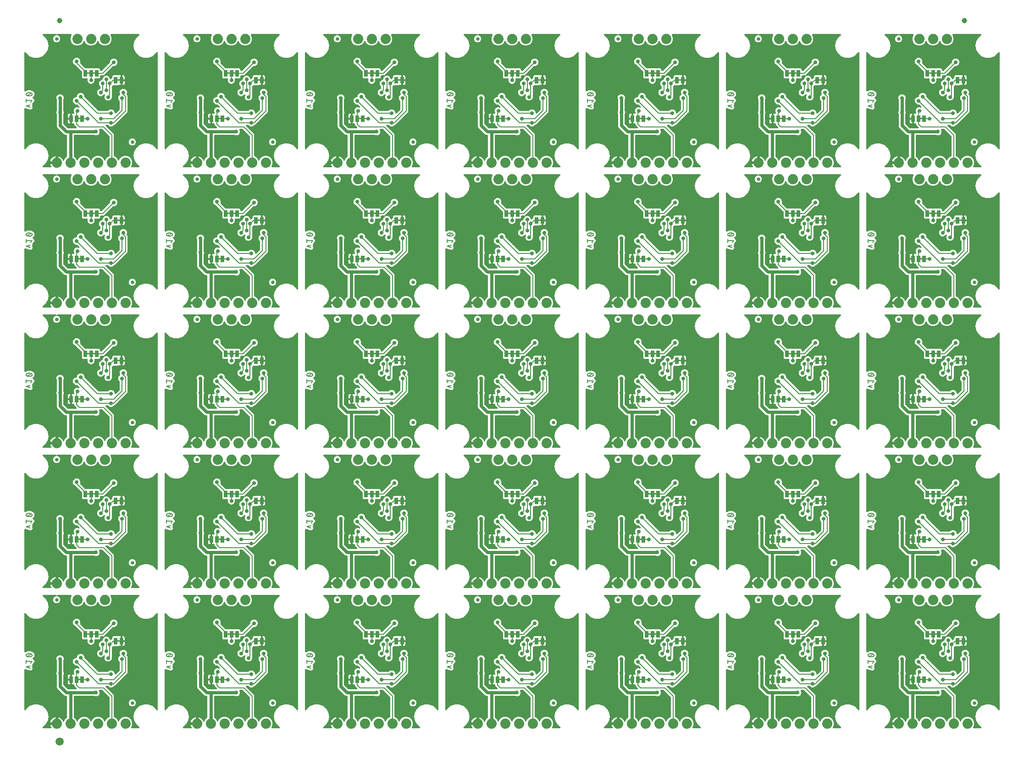
<source format=gbl>
G04 EAGLE Gerber RS-274X export*
G75*
%MOMM*%
%FSLAX34Y34*%
%LPD*%
%INBottom Copper*%
%IPPOS*%
%AMOC8*
5,1,8,0,0,1.08239X$1,22.5*%
G01*
%ADD10C,0.203200*%
%ADD11C,0.635000*%
%ADD12R,0.660400X1.270000*%
%ADD13C,1.879600*%
%ADD14C,1.000000*%
%ADD15C,1.500000*%
%ADD16C,0.736600*%
%ADD17C,0.609600*%

G36*
X570725Y781310D02*
X570725Y781310D01*
X570765Y781307D01*
X570883Y781330D01*
X571001Y781345D01*
X571038Y781359D01*
X571077Y781367D01*
X571186Y781418D01*
X571297Y781462D01*
X571329Y781485D01*
X571365Y781502D01*
X571457Y781578D01*
X571554Y781648D01*
X571580Y781679D01*
X571610Y781704D01*
X571681Y781801D01*
X571757Y781893D01*
X571774Y781929D01*
X571798Y781962D01*
X571842Y782073D01*
X571893Y782181D01*
X571900Y782220D01*
X571915Y782257D01*
X571930Y782376D01*
X571952Y782493D01*
X571950Y782533D01*
X571955Y782573D01*
X571940Y782692D01*
X571933Y782811D01*
X571920Y782849D01*
X571915Y782888D01*
X571872Y783000D01*
X571835Y783113D01*
X571813Y783147D01*
X571799Y783184D01*
X571713Y783320D01*
X571449Y783683D01*
X570596Y785357D01*
X570015Y787144D01*
X569975Y787401D01*
X580390Y787401D01*
X580508Y787416D01*
X580627Y787423D01*
X580665Y787436D01*
X580705Y787441D01*
X580816Y787484D01*
X580929Y787521D01*
X580963Y787543D01*
X581001Y787558D01*
X581097Y787628D01*
X581198Y787691D01*
X581226Y787721D01*
X581258Y787744D01*
X581334Y787836D01*
X581416Y787923D01*
X581435Y787958D01*
X581461Y787989D01*
X581512Y788097D01*
X581569Y788201D01*
X581580Y788241D01*
X581597Y788277D01*
X581619Y788394D01*
X581649Y788509D01*
X581653Y788570D01*
X581657Y788590D01*
X581655Y788610D01*
X581659Y788670D01*
X581659Y789941D01*
X582930Y789941D01*
X583048Y789956D01*
X583167Y789963D01*
X583205Y789976D01*
X583245Y789981D01*
X583356Y790025D01*
X583469Y790061D01*
X583504Y790083D01*
X583541Y790098D01*
X583637Y790168D01*
X583738Y790231D01*
X583766Y790261D01*
X583799Y790285D01*
X583874Y790376D01*
X583956Y790463D01*
X583976Y790498D01*
X584001Y790530D01*
X584052Y790637D01*
X584110Y790742D01*
X584120Y790781D01*
X584137Y790817D01*
X584159Y790934D01*
X584189Y791049D01*
X584193Y791110D01*
X584197Y791130D01*
X584195Y791150D01*
X584199Y791210D01*
X584199Y801625D01*
X584456Y801585D01*
X586243Y801004D01*
X587917Y800151D01*
X589438Y799046D01*
X590766Y797718D01*
X591871Y796197D01*
X592724Y794523D01*
X592875Y794058D01*
X592888Y794031D01*
X592895Y794002D01*
X592955Y793888D01*
X593010Y793770D01*
X593029Y793747D01*
X593043Y793721D01*
X593130Y793625D01*
X593213Y793525D01*
X593237Y793508D01*
X593257Y793486D01*
X593366Y793414D01*
X593470Y793338D01*
X593498Y793327D01*
X593523Y793311D01*
X593646Y793269D01*
X593766Y793221D01*
X593796Y793217D01*
X593824Y793208D01*
X593953Y793197D01*
X594081Y793181D01*
X594111Y793185D01*
X594141Y793182D01*
X594269Y793205D01*
X594397Y793221D01*
X594425Y793232D01*
X594454Y793237D01*
X594572Y793290D01*
X594693Y793338D01*
X594717Y793355D01*
X594744Y793367D01*
X594845Y793448D01*
X594950Y793524D01*
X594969Y793547D01*
X594993Y793566D01*
X595071Y793670D01*
X595153Y793769D01*
X595166Y793796D01*
X595184Y793820D01*
X595255Y793965D01*
X596508Y796990D01*
X600009Y800492D01*
X600180Y800562D01*
X600205Y800577D01*
X600233Y800586D01*
X600343Y800655D01*
X600456Y800720D01*
X600477Y800740D01*
X600502Y800756D01*
X600591Y800851D01*
X600684Y800941D01*
X600700Y800966D01*
X600720Y800988D01*
X600783Y801102D01*
X600851Y801212D01*
X600859Y801241D01*
X600874Y801266D01*
X600906Y801392D01*
X600944Y801516D01*
X600946Y801546D01*
X600953Y801574D01*
X600963Y801735D01*
X600963Y839724D01*
X600948Y839842D01*
X600941Y839961D01*
X600928Y839999D01*
X600923Y840040D01*
X600880Y840150D01*
X600843Y840263D01*
X600821Y840298D01*
X600806Y840335D01*
X600737Y840431D01*
X600673Y840532D01*
X600643Y840560D01*
X600620Y840593D01*
X600528Y840669D01*
X600441Y840750D01*
X600406Y840770D01*
X600375Y840795D01*
X600267Y840846D01*
X600163Y840904D01*
X600123Y840914D01*
X600087Y840931D01*
X599970Y840953D01*
X599855Y840983D01*
X599795Y840987D01*
X599775Y840991D01*
X599754Y840989D01*
X599694Y840993D01*
X598227Y840993D01*
X595986Y841921D01*
X582841Y855066D01*
X581913Y857307D01*
X581913Y879525D01*
X581912Y879535D01*
X581913Y879544D01*
X581892Y879693D01*
X581873Y879841D01*
X581870Y879850D01*
X581869Y879859D01*
X581817Y880011D01*
X581278Y881311D01*
X581278Y883989D01*
X581817Y885289D01*
X581819Y885298D01*
X581824Y885306D01*
X581861Y885450D01*
X581901Y885596D01*
X581901Y885605D01*
X581903Y885614D01*
X581913Y885775D01*
X581913Y906195D01*
X581912Y906205D01*
X581913Y906214D01*
X581892Y906363D01*
X581873Y906511D01*
X581870Y906520D01*
X581869Y906529D01*
X581817Y906681D01*
X581278Y907981D01*
X581278Y910659D01*
X582303Y913133D01*
X584197Y915027D01*
X586671Y916052D01*
X589349Y916052D01*
X591823Y915027D01*
X593717Y913133D01*
X594742Y910659D01*
X594742Y907981D01*
X594203Y906681D01*
X594201Y906672D01*
X594196Y906664D01*
X594159Y906519D01*
X594119Y906374D01*
X594119Y906365D01*
X594117Y906356D01*
X594107Y906195D01*
X594107Y885775D01*
X594108Y885765D01*
X594107Y885756D01*
X594128Y885607D01*
X594147Y885459D01*
X594150Y885450D01*
X594151Y885441D01*
X594203Y885289D01*
X594742Y883989D01*
X594742Y881311D01*
X594203Y880011D01*
X594201Y880002D01*
X594196Y879994D01*
X594159Y879849D01*
X594119Y879704D01*
X594119Y879695D01*
X594117Y879686D01*
X594107Y879525D01*
X594107Y861571D01*
X594119Y861473D01*
X594122Y861374D01*
X594139Y861316D01*
X594147Y861256D01*
X594183Y861163D01*
X594211Y861068D01*
X594241Y861016D01*
X594264Y860960D01*
X594322Y860880D01*
X594372Y860794D01*
X594438Y860719D01*
X594450Y860703D01*
X594460Y860695D01*
X594478Y860674D01*
X601594Y853558D01*
X601672Y853498D01*
X601744Y853430D01*
X601797Y853401D01*
X601845Y853364D01*
X601936Y853324D01*
X602022Y853276D01*
X602081Y853261D01*
X602137Y853237D01*
X602235Y853222D01*
X602330Y853197D01*
X602430Y853191D01*
X602451Y853187D01*
X602463Y853189D01*
X602491Y853187D01*
X617551Y853187D01*
X617688Y853204D01*
X617827Y853217D01*
X617846Y853224D01*
X617866Y853227D01*
X617995Y853278D01*
X618126Y853325D01*
X618143Y853336D01*
X618162Y853344D01*
X618274Y853425D01*
X618389Y853503D01*
X618403Y853519D01*
X618419Y853530D01*
X618508Y853638D01*
X618600Y853742D01*
X618609Y853760D01*
X618622Y853775D01*
X618681Y853901D01*
X618744Y854025D01*
X618749Y854045D01*
X618758Y854063D01*
X618784Y854199D01*
X618814Y854335D01*
X618814Y854356D01*
X618817Y854375D01*
X618809Y854514D01*
X618804Y854653D01*
X618799Y854673D01*
X618798Y854693D01*
X618755Y854825D01*
X618716Y854959D01*
X618706Y854976D01*
X618700Y854995D01*
X618625Y855113D01*
X618555Y855233D01*
X618536Y855254D01*
X618529Y855264D01*
X618514Y855278D01*
X618448Y855353D01*
X614425Y859376D01*
X614425Y860795D01*
X614413Y860894D01*
X614410Y860993D01*
X614393Y861051D01*
X614385Y861111D01*
X614349Y861203D01*
X614321Y861298D01*
X614291Y861350D01*
X614268Y861407D01*
X614210Y861487D01*
X614160Y861572D01*
X614094Y861648D01*
X614082Y861664D01*
X614072Y861672D01*
X614054Y861693D01*
X613575Y862171D01*
X613495Y862234D01*
X613431Y862294D01*
X613427Y862296D01*
X613414Y862308D01*
X613366Y862333D01*
X613324Y862366D01*
X613227Y862408D01*
X613134Y862458D01*
X613081Y862471D01*
X613032Y862493D01*
X612927Y862509D01*
X612825Y862535D01*
X612771Y862534D01*
X612718Y862542D01*
X612657Y862537D01*
X612654Y862537D01*
X612645Y862536D01*
X612612Y862533D01*
X612507Y862532D01*
X612423Y862515D01*
X612401Y862513D01*
X612387Y862507D01*
X612349Y862500D01*
X611712Y862329D01*
X609726Y862329D01*
X609726Y870839D01*
X609711Y870957D01*
X609704Y871076D01*
X609691Y871114D01*
X609686Y871154D01*
X609664Y871210D01*
X609686Y871325D01*
X609716Y871441D01*
X609720Y871501D01*
X609724Y871521D01*
X609722Y871541D01*
X609726Y871601D01*
X609726Y880111D01*
X611712Y880111D01*
X612349Y879940D01*
X612454Y879926D01*
X612557Y879903D01*
X612611Y879904D01*
X612664Y879897D01*
X612769Y879909D01*
X612875Y879912D01*
X612927Y879927D01*
X612980Y879933D01*
X613079Y879971D01*
X613180Y880001D01*
X613227Y880028D01*
X613277Y880047D01*
X613363Y880109D01*
X613454Y880162D01*
X613518Y880219D01*
X613536Y880231D01*
X613546Y880243D01*
X613575Y880269D01*
X613638Y880332D01*
X613656Y880355D01*
X613679Y880374D01*
X613753Y880480D01*
X613833Y880583D01*
X613845Y880610D01*
X613862Y880634D01*
X613908Y880755D01*
X613959Y880875D01*
X613964Y880904D01*
X613974Y880931D01*
X613989Y881060D01*
X614009Y881189D01*
X614006Y881218D01*
X614010Y881247D01*
X613991Y881376D01*
X613979Y881505D01*
X613969Y881533D01*
X613965Y881562D01*
X613913Y881715D01*
X613028Y883851D01*
X613028Y886529D01*
X614053Y889003D01*
X615947Y890897D01*
X618421Y891922D01*
X621099Y891922D01*
X621965Y891563D01*
X622033Y891545D01*
X622097Y891517D01*
X622186Y891503D01*
X622272Y891479D01*
X622342Y891478D01*
X622411Y891467D01*
X622500Y891475D01*
X622590Y891474D01*
X622658Y891490D01*
X622727Y891497D01*
X622812Y891527D01*
X622899Y891548D01*
X622961Y891581D01*
X623027Y891604D01*
X623101Y891655D01*
X623180Y891697D01*
X623232Y891744D01*
X623290Y891783D01*
X623349Y891850D01*
X623416Y891911D01*
X623454Y891969D01*
X623500Y892021D01*
X623541Y892101D01*
X623591Y892176D01*
X623613Y892242D01*
X623645Y892305D01*
X623665Y892392D01*
X623694Y892477D01*
X623699Y892547D01*
X623715Y892615D01*
X623712Y892705D01*
X623719Y892794D01*
X623707Y892863D01*
X623705Y892933D01*
X623680Y893019D01*
X623665Y893108D01*
X623636Y893171D01*
X623617Y893238D01*
X623571Y893316D01*
X623534Y893398D01*
X623490Y893452D01*
X623455Y893512D01*
X623349Y893633D01*
X619845Y897137D01*
X619767Y897197D01*
X619695Y897265D01*
X619642Y897294D01*
X619594Y897331D01*
X619503Y897371D01*
X619416Y897419D01*
X619358Y897434D01*
X619302Y897458D01*
X619204Y897473D01*
X619108Y897498D01*
X619008Y897504D01*
X618988Y897508D01*
X618976Y897506D01*
X618948Y897508D01*
X617151Y897508D01*
X614677Y898533D01*
X612783Y900427D01*
X611758Y902901D01*
X611758Y905579D01*
X612783Y908053D01*
X614677Y909947D01*
X617151Y910972D01*
X618109Y910972D01*
X618227Y910987D01*
X618346Y910994D01*
X618384Y911007D01*
X618425Y911012D01*
X618535Y911055D01*
X618648Y911092D01*
X618683Y911114D01*
X618720Y911129D01*
X618816Y911198D01*
X618917Y911262D01*
X618945Y911292D01*
X618978Y911315D01*
X619054Y911407D01*
X619135Y911494D01*
X619155Y911529D01*
X619180Y911560D01*
X619231Y911668D01*
X619289Y911772D01*
X619299Y911812D01*
X619316Y911848D01*
X619338Y911965D01*
X619368Y912080D01*
X619372Y912140D01*
X619376Y912160D01*
X619374Y912181D01*
X619378Y912241D01*
X619378Y913199D01*
X620403Y915673D01*
X622297Y917567D01*
X624771Y918592D01*
X627449Y918592D01*
X629923Y917567D01*
X631817Y915673D01*
X632842Y913199D01*
X632842Y911402D01*
X632854Y911304D01*
X632857Y911205D01*
X632874Y911147D01*
X632882Y911087D01*
X632918Y910995D01*
X632946Y910900D01*
X632976Y910848D01*
X632999Y910791D01*
X633057Y910711D01*
X633107Y910626D01*
X633173Y910550D01*
X633185Y910534D01*
X633195Y910526D01*
X633213Y910505D01*
X657902Y885816D01*
X657980Y885756D01*
X658052Y885688D01*
X658105Y885659D01*
X658153Y885622D01*
X658244Y885582D01*
X658331Y885534D01*
X658389Y885519D01*
X658445Y885495D01*
X658543Y885480D01*
X658639Y885455D01*
X658739Y885449D01*
X658759Y885445D01*
X658771Y885447D01*
X658799Y885445D01*
X676009Y885445D01*
X676107Y885457D01*
X676206Y885460D01*
X676264Y885477D01*
X676324Y885485D01*
X676416Y885521D01*
X676512Y885549D01*
X676564Y885579D01*
X676620Y885602D01*
X676700Y885660D01*
X676786Y885710D01*
X676861Y885776D01*
X676877Y885788D01*
X676885Y885798D01*
X676906Y885816D01*
X678177Y887087D01*
X680651Y888112D01*
X683329Y888112D01*
X685803Y887087D01*
X687697Y885193D01*
X688722Y882719D01*
X688722Y881684D01*
X688739Y881547D01*
X688752Y881408D01*
X688759Y881389D01*
X688762Y881369D01*
X688813Y881240D01*
X688860Y881109D01*
X688871Y881092D01*
X688879Y881073D01*
X688960Y880961D01*
X689038Y880846D01*
X689054Y880832D01*
X689065Y880816D01*
X689173Y880727D01*
X689277Y880635D01*
X689295Y880626D01*
X689310Y880613D01*
X689436Y880554D01*
X689560Y880491D01*
X689580Y880486D01*
X689598Y880477D01*
X689734Y880451D01*
X689870Y880421D01*
X689891Y880421D01*
X689910Y880418D01*
X690049Y880426D01*
X690188Y880431D01*
X690208Y880436D01*
X690228Y880437D01*
X690360Y880480D01*
X690494Y880519D01*
X690511Y880529D01*
X690530Y880535D01*
X690648Y880610D01*
X690768Y880680D01*
X690789Y880699D01*
X690799Y880706D01*
X690813Y880721D01*
X690888Y880787D01*
X697794Y887692D01*
X697854Y887770D01*
X697922Y887842D01*
X697951Y887895D01*
X697988Y887943D01*
X698028Y888034D01*
X698076Y888121D01*
X698091Y888179D01*
X698115Y888235D01*
X698130Y888333D01*
X698155Y888429D01*
X698161Y888529D01*
X698165Y888549D01*
X698163Y888561D01*
X698165Y888589D01*
X698165Y903259D01*
X698153Y903357D01*
X698150Y903456D01*
X698133Y903514D01*
X698125Y903574D01*
X698089Y903666D01*
X698061Y903762D01*
X698031Y903814D01*
X698008Y903870D01*
X697950Y903950D01*
X697900Y904036D01*
X697834Y904111D01*
X697822Y904127D01*
X697812Y904135D01*
X697794Y904156D01*
X696523Y905427D01*
X695498Y907901D01*
X695498Y910579D01*
X696523Y913053D01*
X698542Y915072D01*
X698560Y915095D01*
X698582Y915114D01*
X698657Y915220D01*
X698736Y915323D01*
X698748Y915350D01*
X698765Y915374D01*
X698811Y915495D01*
X698863Y915615D01*
X698867Y915644D01*
X698878Y915672D01*
X698892Y915801D01*
X698913Y915929D01*
X698910Y915958D01*
X698913Y915988D01*
X698895Y916116D01*
X698883Y916245D01*
X698873Y916273D01*
X698869Y916303D01*
X698817Y916455D01*
X698118Y918141D01*
X698118Y920819D01*
X699143Y923293D01*
X701037Y925187D01*
X703511Y926212D01*
X706189Y926212D01*
X708663Y925187D01*
X710557Y923293D01*
X711582Y920819D01*
X711582Y918141D01*
X710927Y916560D01*
X710919Y916531D01*
X710906Y916505D01*
X710877Y916378D01*
X710843Y916253D01*
X710842Y916223D01*
X710836Y916195D01*
X710840Y916065D01*
X710838Y915935D01*
X710845Y915906D01*
X710846Y915877D01*
X710882Y915752D01*
X710912Y915626D01*
X710926Y915599D01*
X710934Y915571D01*
X711000Y915459D01*
X711061Y915345D01*
X711080Y915323D01*
X711095Y915297D01*
X711202Y915176D01*
X712772Y913607D01*
X712772Y883553D01*
X688754Y859535D01*
X687971Y859535D01*
X687873Y859523D01*
X687774Y859520D01*
X687716Y859503D01*
X687656Y859495D01*
X687564Y859459D01*
X687468Y859431D01*
X687416Y859401D01*
X687360Y859378D01*
X687280Y859320D01*
X687194Y859270D01*
X687119Y859204D01*
X687103Y859192D01*
X687095Y859182D01*
X687074Y859164D01*
X685803Y857893D01*
X683329Y856868D01*
X680651Y856868D01*
X678177Y857893D01*
X676906Y859164D01*
X676828Y859224D01*
X676756Y859292D01*
X676703Y859321D01*
X676655Y859358D01*
X676564Y859398D01*
X676477Y859446D01*
X676419Y859461D01*
X676363Y859485D01*
X676265Y859500D01*
X676170Y859525D01*
X676070Y859531D01*
X676049Y859535D01*
X676037Y859533D01*
X676009Y859535D01*
X673277Y859535D01*
X673139Y859518D01*
X673001Y859505D01*
X672982Y859498D01*
X672962Y859495D01*
X672833Y859444D01*
X672701Y859397D01*
X672685Y859386D01*
X672666Y859378D01*
X672554Y859297D01*
X672438Y859218D01*
X672425Y859203D01*
X672409Y859192D01*
X672320Y859084D01*
X672228Y858980D01*
X672219Y858962D01*
X672206Y858947D01*
X672147Y858821D01*
X672083Y858697D01*
X672079Y858677D01*
X672070Y858659D01*
X672044Y858523D01*
X672014Y858386D01*
X672014Y858366D01*
X672011Y858347D01*
X672019Y858208D01*
X672024Y858069D01*
X672029Y858049D01*
X672030Y858029D01*
X672073Y857897D01*
X672112Y857763D01*
X672122Y857746D01*
X672128Y857727D01*
X672203Y857609D01*
X672274Y857489D01*
X672292Y857468D01*
X672299Y857458D01*
X672314Y857444D01*
X672380Y857368D01*
X672456Y857292D01*
X684572Y845176D01*
X687325Y842424D01*
X687325Y802577D01*
X687328Y802547D01*
X687326Y802518D01*
X687348Y802390D01*
X687365Y802261D01*
X687375Y802234D01*
X687380Y802205D01*
X687434Y802086D01*
X687482Y801965D01*
X687499Y801942D01*
X687511Y801915D01*
X687592Y801813D01*
X687668Y801708D01*
X687691Y801689D01*
X687710Y801666D01*
X687813Y801588D01*
X687913Y801505D01*
X687940Y801493D01*
X687964Y801475D01*
X688108Y801404D01*
X690310Y800492D01*
X693812Y796990D01*
X694787Y794635D01*
X694856Y794515D01*
X694921Y794392D01*
X694935Y794377D01*
X694945Y794359D01*
X695042Y794259D01*
X695135Y794156D01*
X695152Y794145D01*
X695166Y794131D01*
X695284Y794058D01*
X695401Y793982D01*
X695420Y793975D01*
X695437Y793964D01*
X695570Y793924D01*
X695702Y793878D01*
X695722Y793877D01*
X695741Y793871D01*
X695880Y793864D01*
X696019Y793853D01*
X696039Y793857D01*
X696059Y793856D01*
X696195Y793884D01*
X696332Y793908D01*
X696351Y793916D01*
X696370Y793920D01*
X696495Y793981D01*
X696622Y794038D01*
X696638Y794051D01*
X696656Y794060D01*
X696762Y794150D01*
X696870Y794237D01*
X696883Y794253D01*
X696898Y794266D01*
X696978Y794380D01*
X697062Y794491D01*
X697074Y794516D01*
X697081Y794526D01*
X697088Y794545D01*
X697133Y794635D01*
X698108Y796990D01*
X701610Y800492D01*
X706184Y802387D01*
X711136Y802387D01*
X715710Y800492D01*
X719212Y796990D01*
X721107Y792416D01*
X721107Y787464D01*
X719282Y783060D01*
X719269Y783012D01*
X719248Y782967D01*
X719227Y782859D01*
X719198Y782753D01*
X719198Y782703D01*
X719188Y782654D01*
X719195Y782545D01*
X719193Y782435D01*
X719205Y782387D01*
X719208Y782337D01*
X719242Y782233D01*
X719267Y782126D01*
X719291Y782082D01*
X719306Y782035D01*
X719365Y781942D01*
X719416Y781845D01*
X719450Y781808D01*
X719476Y781766D01*
X719556Y781691D01*
X719630Y781609D01*
X719672Y781582D01*
X719708Y781548D01*
X719804Y781495D01*
X719896Y781435D01*
X719943Y781418D01*
X719986Y781394D01*
X720093Y781367D01*
X720197Y781331D01*
X720246Y781327D01*
X720294Y781315D01*
X720455Y781305D01*
X733529Y781305D01*
X733565Y781309D01*
X733600Y781307D01*
X733722Y781329D01*
X733845Y781345D01*
X733878Y781358D01*
X733913Y781364D01*
X734025Y781416D01*
X734141Y781462D01*
X734169Y781482D01*
X734201Y781497D01*
X734298Y781576D01*
X734398Y781648D01*
X734421Y781676D01*
X734448Y781698D01*
X734521Y781798D01*
X734601Y781893D01*
X734616Y781925D01*
X734637Y781954D01*
X734683Y782069D01*
X734736Y782181D01*
X734743Y782216D01*
X734756Y782249D01*
X734773Y782372D01*
X734796Y782493D01*
X734794Y782529D01*
X734799Y782564D01*
X734784Y782687D01*
X734776Y782811D01*
X734765Y782845D01*
X734761Y782880D01*
X734716Y782996D01*
X734678Y783113D01*
X734659Y783143D01*
X734647Y783176D01*
X734574Y783277D01*
X734508Y783382D01*
X734482Y783406D01*
X734462Y783435D01*
X734345Y783546D01*
X729175Y787884D01*
X725189Y794789D01*
X723805Y802640D01*
X725189Y810491D01*
X729175Y817395D01*
X735282Y822520D01*
X742774Y825247D01*
X750746Y825247D01*
X758238Y822520D01*
X764345Y817396D01*
X765727Y815002D01*
X765815Y814886D01*
X765900Y814768D01*
X765911Y814759D01*
X765919Y814749D01*
X766033Y814658D01*
X766145Y814565D01*
X766158Y814559D01*
X766168Y814551D01*
X766302Y814491D01*
X766433Y814430D01*
X766446Y814427D01*
X766459Y814422D01*
X766603Y814397D01*
X766746Y814370D01*
X766759Y814371D01*
X766772Y814368D01*
X766918Y814381D01*
X767063Y814390D01*
X767076Y814394D01*
X767089Y814395D01*
X767227Y814443D01*
X767365Y814488D01*
X767377Y814495D01*
X767390Y814499D01*
X767511Y814580D01*
X767634Y814658D01*
X767643Y814668D01*
X767655Y814675D01*
X767752Y814783D01*
X767852Y814889D01*
X767859Y814901D01*
X767868Y814911D01*
X767935Y815041D01*
X768006Y815168D01*
X768009Y815181D01*
X768015Y815193D01*
X768049Y815335D01*
X768085Y815476D01*
X768086Y815494D01*
X768088Y815503D01*
X768088Y815520D01*
X768095Y815637D01*
X768095Y992843D01*
X768077Y992988D01*
X768062Y993133D01*
X768057Y993146D01*
X768055Y993159D01*
X768002Y993294D01*
X767951Y993431D01*
X767943Y993442D01*
X767938Y993455D01*
X767853Y993572D01*
X767770Y993692D01*
X767759Y993701D01*
X767752Y993712D01*
X767640Y993805D01*
X767529Y993900D01*
X767517Y993906D01*
X767507Y993915D01*
X767375Y993977D01*
X767244Y994042D01*
X767231Y994045D01*
X767219Y994050D01*
X767077Y994078D01*
X766933Y994108D01*
X766920Y994108D01*
X766907Y994110D01*
X766762Y994101D01*
X766616Y994095D01*
X766602Y994091D01*
X766589Y994090D01*
X766451Y994046D01*
X766311Y994003D01*
X766299Y993996D01*
X766287Y993992D01*
X766164Y993915D01*
X766039Y993839D01*
X766029Y993829D01*
X766018Y993822D01*
X765918Y993716D01*
X765816Y993612D01*
X765806Y993597D01*
X765800Y993591D01*
X765792Y993576D01*
X765727Y993478D01*
X764345Y991085D01*
X758238Y985960D01*
X750746Y983233D01*
X742774Y983233D01*
X735282Y985960D01*
X729175Y991085D01*
X725189Y997989D01*
X723805Y1005840D01*
X725189Y1013691D01*
X729175Y1020595D01*
X734345Y1024934D01*
X734369Y1024960D01*
X734398Y1024980D01*
X734477Y1025076D01*
X734561Y1025167D01*
X734578Y1025198D01*
X734601Y1025225D01*
X734654Y1025338D01*
X734713Y1025447D01*
X734721Y1025481D01*
X734736Y1025513D01*
X734759Y1025635D01*
X734790Y1025755D01*
X734789Y1025791D01*
X734796Y1025826D01*
X734788Y1025949D01*
X734787Y1026073D01*
X734778Y1026108D01*
X734776Y1026143D01*
X734738Y1026261D01*
X734706Y1026381D01*
X734689Y1026412D01*
X734678Y1026445D01*
X734612Y1026550D01*
X734551Y1026659D01*
X734527Y1026684D01*
X734508Y1026714D01*
X734418Y1026799D01*
X734332Y1026889D01*
X734302Y1026908D01*
X734276Y1026932D01*
X734168Y1026992D01*
X734063Y1027058D01*
X734029Y1027069D01*
X733998Y1027086D01*
X733878Y1027117D01*
X733760Y1027154D01*
X733724Y1027156D01*
X733690Y1027165D01*
X733529Y1027175D01*
X682355Y1027175D01*
X682306Y1027169D01*
X682256Y1027171D01*
X682149Y1027149D01*
X682039Y1027135D01*
X681993Y1027117D01*
X681945Y1027107D01*
X681846Y1027059D01*
X681744Y1027018D01*
X681704Y1026989D01*
X681659Y1026967D01*
X681575Y1026896D01*
X681486Y1026832D01*
X681455Y1026793D01*
X681417Y1026761D01*
X681354Y1026671D01*
X681284Y1026587D01*
X681262Y1026542D01*
X681234Y1026501D01*
X681195Y1026398D01*
X681148Y1026299D01*
X681139Y1026250D01*
X681121Y1026204D01*
X681109Y1026094D01*
X681088Y1025987D01*
X681091Y1025937D01*
X681086Y1025888D01*
X681101Y1025779D01*
X681108Y1025669D01*
X681123Y1025622D01*
X681130Y1025573D01*
X681182Y1025420D01*
X683007Y1021016D01*
X683007Y1016064D01*
X681112Y1011490D01*
X677610Y1007988D01*
X673036Y1006093D01*
X668084Y1006093D01*
X663510Y1007988D01*
X660008Y1011489D01*
X659033Y1013845D01*
X658964Y1013966D01*
X658899Y1014088D01*
X658885Y1014103D01*
X658875Y1014121D01*
X658778Y1014221D01*
X658685Y1014324D01*
X658668Y1014335D01*
X658654Y1014349D01*
X658536Y1014422D01*
X658419Y1014498D01*
X658400Y1014505D01*
X658383Y1014516D01*
X658250Y1014556D01*
X658118Y1014602D01*
X658098Y1014603D01*
X658079Y1014609D01*
X657940Y1014616D01*
X657801Y1014627D01*
X657781Y1014623D01*
X657761Y1014624D01*
X657625Y1014596D01*
X657488Y1014572D01*
X657469Y1014564D01*
X657450Y1014560D01*
X657325Y1014499D01*
X657198Y1014442D01*
X657182Y1014429D01*
X657164Y1014420D01*
X657058Y1014330D01*
X656950Y1014243D01*
X656937Y1014227D01*
X656922Y1014214D01*
X656842Y1014100D01*
X656758Y1013989D01*
X656746Y1013964D01*
X656739Y1013954D01*
X656732Y1013935D01*
X656687Y1013845D01*
X655712Y1011490D01*
X652210Y1007988D01*
X647636Y1006093D01*
X642684Y1006093D01*
X638110Y1007988D01*
X634608Y1011489D01*
X633633Y1013845D01*
X633564Y1013966D01*
X633499Y1014088D01*
X633485Y1014103D01*
X633475Y1014121D01*
X633378Y1014221D01*
X633285Y1014324D01*
X633268Y1014335D01*
X633254Y1014349D01*
X633136Y1014422D01*
X633019Y1014498D01*
X633000Y1014505D01*
X632983Y1014516D01*
X632850Y1014556D01*
X632718Y1014602D01*
X632698Y1014603D01*
X632679Y1014609D01*
X632540Y1014616D01*
X632401Y1014627D01*
X632381Y1014623D01*
X632361Y1014624D01*
X632225Y1014596D01*
X632088Y1014572D01*
X632069Y1014564D01*
X632050Y1014560D01*
X631925Y1014499D01*
X631798Y1014442D01*
X631782Y1014429D01*
X631764Y1014420D01*
X631658Y1014330D01*
X631550Y1014243D01*
X631537Y1014227D01*
X631522Y1014214D01*
X631442Y1014100D01*
X631358Y1013989D01*
X631346Y1013964D01*
X631339Y1013954D01*
X631332Y1013935D01*
X631287Y1013845D01*
X630312Y1011490D01*
X626810Y1007988D01*
X622236Y1006093D01*
X617284Y1006093D01*
X612710Y1007988D01*
X609208Y1011490D01*
X607313Y1016064D01*
X607313Y1021016D01*
X609138Y1025420D01*
X609151Y1025468D01*
X609172Y1025513D01*
X609193Y1025621D01*
X609222Y1025727D01*
X609222Y1025777D01*
X609232Y1025826D01*
X609225Y1025935D01*
X609227Y1026045D01*
X609215Y1026093D01*
X609212Y1026143D01*
X609178Y1026247D01*
X609153Y1026354D01*
X609129Y1026398D01*
X609114Y1026445D01*
X609055Y1026538D01*
X609004Y1026635D01*
X608970Y1026672D01*
X608944Y1026714D01*
X608864Y1026789D01*
X608790Y1026871D01*
X608748Y1026898D01*
X608712Y1026932D01*
X608616Y1026985D01*
X608524Y1027045D01*
X608477Y1027062D01*
X608434Y1027086D01*
X608327Y1027113D01*
X608223Y1027149D01*
X608174Y1027153D01*
X608126Y1027165D01*
X607965Y1027175D01*
X583457Y1027175D01*
X583388Y1027167D01*
X583318Y1027168D01*
X583230Y1027147D01*
X583141Y1027135D01*
X583076Y1027110D01*
X583009Y1027093D01*
X582929Y1027051D01*
X582846Y1027018D01*
X582789Y1026977D01*
X582728Y1026945D01*
X582661Y1026884D01*
X582588Y1026832D01*
X582544Y1026778D01*
X582492Y1026731D01*
X582443Y1026656D01*
X582386Y1026587D01*
X582356Y1026523D01*
X582317Y1026465D01*
X582288Y1026380D01*
X582250Y1026299D01*
X582237Y1026230D01*
X582214Y1026164D01*
X582207Y1026075D01*
X582190Y1025987D01*
X582195Y1025917D01*
X582189Y1025847D01*
X582204Y1025759D01*
X582210Y1025669D01*
X582231Y1025603D01*
X582243Y1025534D01*
X582280Y1025452D01*
X582308Y1025367D01*
X582345Y1025308D01*
X582374Y1025244D01*
X582430Y1025174D01*
X582478Y1025098D01*
X582529Y1025050D01*
X582573Y1024996D01*
X582644Y1024941D01*
X582710Y1024880D01*
X582771Y1024846D01*
X582827Y1024804D01*
X582971Y1024733D01*
X585185Y1023816D01*
X586936Y1022065D01*
X587884Y1019778D01*
X587884Y1017302D01*
X586936Y1015015D01*
X585185Y1013264D01*
X582898Y1012316D01*
X580422Y1012316D01*
X578135Y1013264D01*
X576384Y1015015D01*
X575436Y1017302D01*
X575436Y1019778D01*
X576384Y1022065D01*
X578135Y1023816D01*
X580349Y1024733D01*
X580409Y1024768D01*
X580474Y1024794D01*
X580547Y1024846D01*
X580625Y1024891D01*
X580675Y1024939D01*
X580732Y1024980D01*
X580789Y1025050D01*
X580853Y1025112D01*
X580890Y1025172D01*
X580934Y1025225D01*
X580973Y1025307D01*
X581020Y1025383D01*
X581040Y1025450D01*
X581070Y1025513D01*
X581087Y1025601D01*
X581113Y1025687D01*
X581117Y1025757D01*
X581130Y1025826D01*
X581124Y1025915D01*
X581128Y1026005D01*
X581114Y1026073D01*
X581110Y1026143D01*
X581082Y1026228D01*
X581064Y1026316D01*
X581033Y1026379D01*
X581012Y1026445D01*
X580964Y1026521D01*
X580924Y1026602D01*
X580879Y1026655D01*
X580842Y1026714D01*
X580776Y1026776D01*
X580718Y1026844D01*
X580661Y1026884D01*
X580610Y1026932D01*
X580532Y1026975D01*
X580458Y1027027D01*
X580393Y1027052D01*
X580332Y1027086D01*
X580245Y1027108D01*
X580161Y1027140D01*
X580091Y1027148D01*
X580024Y1027165D01*
X579863Y1027175D01*
X556791Y1027175D01*
X556755Y1027171D01*
X556720Y1027173D01*
X556598Y1027151D01*
X556475Y1027135D01*
X556442Y1027122D01*
X556407Y1027116D01*
X556295Y1027064D01*
X556179Y1027018D01*
X556151Y1026998D01*
X556119Y1026983D01*
X556022Y1026904D01*
X555922Y1026832D01*
X555899Y1026804D01*
X555872Y1026782D01*
X555799Y1026682D01*
X555719Y1026587D01*
X555704Y1026555D01*
X555683Y1026526D01*
X555637Y1026411D01*
X555584Y1026299D01*
X555577Y1026264D01*
X555564Y1026231D01*
X555547Y1026108D01*
X555524Y1025987D01*
X555526Y1025951D01*
X555521Y1025916D01*
X555536Y1025793D01*
X555544Y1025669D01*
X555555Y1025635D01*
X555559Y1025600D01*
X555604Y1025485D01*
X555642Y1025367D01*
X555661Y1025337D01*
X555673Y1025304D01*
X555745Y1025203D01*
X555812Y1025098D01*
X555838Y1025074D01*
X555858Y1025045D01*
X555975Y1024934D01*
X561145Y1020596D01*
X565131Y1013691D01*
X566515Y1005840D01*
X565131Y997989D01*
X561145Y991085D01*
X555038Y985960D01*
X547546Y983233D01*
X539574Y983233D01*
X532082Y985960D01*
X525975Y991084D01*
X524593Y993478D01*
X524505Y993594D01*
X524420Y993712D01*
X524409Y993721D01*
X524401Y993731D01*
X524287Y993822D01*
X524175Y993915D01*
X524162Y993921D01*
X524152Y993929D01*
X524018Y993989D01*
X523887Y994050D01*
X523874Y994053D01*
X523861Y994058D01*
X523717Y994083D01*
X523574Y994110D01*
X523561Y994109D01*
X523548Y994112D01*
X523402Y994099D01*
X523257Y994090D01*
X523244Y994086D01*
X523231Y994085D01*
X523093Y994037D01*
X522955Y993992D01*
X522943Y993985D01*
X522930Y993981D01*
X522809Y993900D01*
X522686Y993822D01*
X522677Y993812D01*
X522665Y993805D01*
X522568Y993697D01*
X522468Y993591D01*
X522461Y993579D01*
X522452Y993569D01*
X522385Y993439D01*
X522314Y993312D01*
X522311Y993299D01*
X522305Y993287D01*
X522271Y993145D01*
X522235Y993004D01*
X522234Y992986D01*
X522232Y992977D01*
X522232Y992960D01*
X522225Y992843D01*
X522225Y922581D01*
X522226Y922571D01*
X522225Y922561D01*
X522246Y922413D01*
X522265Y922265D01*
X522268Y922256D01*
X522270Y922246D01*
X522327Y922108D01*
X522382Y921969D01*
X522387Y921961D01*
X522391Y921952D01*
X522481Y921833D01*
X522568Y921712D01*
X522576Y921706D01*
X522582Y921698D01*
X522698Y921604D01*
X522813Y921509D01*
X522822Y921505D01*
X522830Y921499D01*
X522967Y921437D01*
X523101Y921374D01*
X523111Y921372D01*
X523120Y921368D01*
X523267Y921342D01*
X523413Y921314D01*
X523423Y921314D01*
X523433Y921313D01*
X523582Y921324D01*
X523731Y921334D01*
X523740Y921337D01*
X523750Y921337D01*
X523906Y921380D01*
X525378Y921885D01*
X525382Y921887D01*
X525522Y921944D01*
X527893Y923100D01*
X533827Y923100D01*
X535138Y922461D01*
X535268Y922417D01*
X535396Y922368D01*
X535427Y922363D01*
X535439Y922358D01*
X535460Y922357D01*
X535554Y922340D01*
X535946Y922297D01*
X536019Y922204D01*
X536105Y922121D01*
X536185Y922033D01*
X536219Y922011D01*
X536248Y921983D01*
X536351Y921924D01*
X536450Y921858D01*
X536506Y921835D01*
X536524Y921825D01*
X536543Y921820D01*
X536599Y921797D01*
X537927Y921341D01*
X540259Y918078D01*
X540259Y914067D01*
X537834Y910672D01*
X537827Y910667D01*
X537780Y910614D01*
X537726Y910568D01*
X537675Y910495D01*
X537616Y910428D01*
X537584Y910366D01*
X537543Y910308D01*
X537512Y910225D01*
X537471Y910145D01*
X537456Y910076D01*
X537431Y910010D01*
X537421Y909922D01*
X537402Y909835D01*
X537404Y909764D01*
X537396Y909694D01*
X537409Y909606D01*
X537411Y909517D01*
X537431Y909449D01*
X537441Y909380D01*
X537475Y909297D01*
X537500Y909212D01*
X537536Y909151D01*
X537563Y909086D01*
X537616Y909014D01*
X537661Y908938D01*
X537745Y908843D01*
X537753Y908831D01*
X537759Y908827D01*
X537768Y908817D01*
X538859Y907725D01*
X538871Y907716D01*
X538964Y907632D01*
X540078Y906740D01*
X540102Y906642D01*
X540115Y906616D01*
X540123Y906588D01*
X540190Y906476D01*
X540251Y906361D01*
X540259Y906352D01*
X540259Y904937D01*
X540261Y904923D01*
X540266Y904797D01*
X540424Y903380D01*
X540371Y903293D01*
X540362Y903265D01*
X540348Y903240D01*
X540316Y903114D01*
X540278Y902989D01*
X540277Y902977D01*
X539277Y901977D01*
X539268Y901965D01*
X539183Y901872D01*
X536808Y898903D01*
X536770Y898840D01*
X536723Y898783D01*
X536687Y898705D01*
X536642Y898632D01*
X536620Y898561D01*
X536589Y898494D01*
X536574Y898410D01*
X536549Y898328D01*
X536545Y898254D01*
X536532Y898182D01*
X536538Y898096D01*
X536534Y898010D01*
X536549Y897938D01*
X536554Y897864D01*
X536595Y897709D01*
X537027Y896414D01*
X536281Y894923D01*
X536271Y894895D01*
X536256Y894869D01*
X536219Y894745D01*
X536176Y894623D01*
X536173Y894593D01*
X536164Y894565D01*
X536159Y894435D01*
X536148Y894306D01*
X536153Y894277D01*
X536152Y894247D01*
X536179Y894120D01*
X536200Y893992D01*
X536212Y893965D01*
X536218Y893936D01*
X536281Y893788D01*
X537027Y892296D01*
X535962Y889102D01*
X532950Y887596D01*
X525927Y889937D01*
X525919Y889939D01*
X525910Y889942D01*
X525763Y889970D01*
X525615Y889999D01*
X525606Y889998D01*
X525598Y890000D01*
X525449Y889990D01*
X525298Y889981D01*
X525289Y889979D01*
X525280Y889978D01*
X525222Y889963D01*
X524062Y890543D01*
X523972Y890574D01*
X523887Y890615D01*
X523823Y890627D01*
X523762Y890648D01*
X523667Y890657D01*
X523574Y890674D01*
X523510Y890670D01*
X523445Y890676D01*
X523351Y890660D01*
X523257Y890655D01*
X523195Y890635D01*
X523131Y890624D01*
X523044Y890586D01*
X522955Y890557D01*
X522900Y890522D01*
X522840Y890495D01*
X522766Y890437D01*
X522686Y890386D01*
X522641Y890339D01*
X522590Y890299D01*
X522533Y890224D01*
X522468Y890155D01*
X522437Y890098D01*
X522397Y890046D01*
X522360Y889959D01*
X522314Y889876D01*
X522298Y889813D01*
X522273Y889753D01*
X522259Y889660D01*
X522235Y889568D01*
X522228Y889457D01*
X522225Y889439D01*
X522226Y889429D01*
X522225Y889408D01*
X522225Y815637D01*
X522243Y815492D01*
X522258Y815347D01*
X522263Y815334D01*
X522265Y815321D01*
X522318Y815186D01*
X522369Y815049D01*
X522377Y815038D01*
X522382Y815025D01*
X522467Y814908D01*
X522550Y814788D01*
X522561Y814779D01*
X522568Y814768D01*
X522681Y814675D01*
X522791Y814580D01*
X522803Y814574D01*
X522813Y814565D01*
X522945Y814503D01*
X523076Y814438D01*
X523089Y814435D01*
X523101Y814430D01*
X523243Y814402D01*
X523387Y814372D01*
X523400Y814372D01*
X523413Y814370D01*
X523558Y814379D01*
X523704Y814385D01*
X523718Y814389D01*
X523731Y814390D01*
X523869Y814434D01*
X524009Y814477D01*
X524021Y814484D01*
X524033Y814488D01*
X524156Y814565D01*
X524281Y814641D01*
X524291Y814651D01*
X524302Y814658D01*
X524402Y814764D01*
X524504Y814868D01*
X524514Y814883D01*
X524520Y814889D01*
X524528Y814904D01*
X524593Y815002D01*
X525975Y817395D01*
X532082Y822520D01*
X539574Y825247D01*
X547546Y825247D01*
X555038Y822520D01*
X561145Y817396D01*
X565131Y810491D01*
X566515Y802640D01*
X565131Y794789D01*
X561145Y787885D01*
X555975Y783546D01*
X555951Y783520D01*
X555922Y783500D01*
X555843Y783404D01*
X555759Y783313D01*
X555742Y783282D01*
X555719Y783255D01*
X555666Y783142D01*
X555607Y783033D01*
X555599Y782999D01*
X555584Y782967D01*
X555561Y782845D01*
X555530Y782725D01*
X555531Y782689D01*
X555524Y782654D01*
X555532Y782531D01*
X555533Y782407D01*
X555542Y782372D01*
X555544Y782337D01*
X555582Y782219D01*
X555614Y782099D01*
X555631Y782068D01*
X555642Y782035D01*
X555708Y781930D01*
X555769Y781821D01*
X555793Y781796D01*
X555812Y781766D01*
X555902Y781681D01*
X555988Y781591D01*
X556018Y781572D01*
X556044Y781548D01*
X556152Y781488D01*
X556257Y781422D01*
X556291Y781411D01*
X556322Y781394D01*
X556442Y781363D01*
X556560Y781326D01*
X556596Y781324D01*
X556630Y781315D01*
X556791Y781305D01*
X570686Y781305D01*
X570725Y781310D01*
G37*
G36*
X1347965Y522230D02*
X1347965Y522230D01*
X1348005Y522227D01*
X1348123Y522250D01*
X1348241Y522265D01*
X1348278Y522279D01*
X1348317Y522287D01*
X1348426Y522338D01*
X1348537Y522382D01*
X1348569Y522405D01*
X1348605Y522422D01*
X1348697Y522498D01*
X1348794Y522568D01*
X1348820Y522599D01*
X1348850Y522624D01*
X1348921Y522721D01*
X1348997Y522813D01*
X1349014Y522849D01*
X1349038Y522882D01*
X1349082Y522993D01*
X1349133Y523101D01*
X1349140Y523140D01*
X1349155Y523177D01*
X1349170Y523296D01*
X1349192Y523413D01*
X1349190Y523453D01*
X1349195Y523493D01*
X1349180Y523612D01*
X1349173Y523731D01*
X1349160Y523769D01*
X1349155Y523808D01*
X1349112Y523920D01*
X1349075Y524033D01*
X1349053Y524067D01*
X1349039Y524104D01*
X1348953Y524240D01*
X1348689Y524603D01*
X1347836Y526277D01*
X1347255Y528064D01*
X1347215Y528321D01*
X1357630Y528321D01*
X1357748Y528336D01*
X1357867Y528343D01*
X1357905Y528356D01*
X1357945Y528361D01*
X1358056Y528404D01*
X1358169Y528441D01*
X1358203Y528463D01*
X1358241Y528478D01*
X1358337Y528548D01*
X1358438Y528611D01*
X1358466Y528641D01*
X1358498Y528664D01*
X1358574Y528756D01*
X1358656Y528843D01*
X1358675Y528878D01*
X1358701Y528909D01*
X1358752Y529017D01*
X1358809Y529121D01*
X1358820Y529161D01*
X1358837Y529197D01*
X1358859Y529314D01*
X1358889Y529429D01*
X1358893Y529490D01*
X1358897Y529510D01*
X1358895Y529530D01*
X1358899Y529590D01*
X1358899Y530861D01*
X1360170Y530861D01*
X1360288Y530876D01*
X1360407Y530883D01*
X1360445Y530896D01*
X1360485Y530901D01*
X1360596Y530945D01*
X1360709Y530981D01*
X1360744Y531003D01*
X1360781Y531018D01*
X1360877Y531088D01*
X1360978Y531151D01*
X1361006Y531181D01*
X1361039Y531205D01*
X1361114Y531296D01*
X1361196Y531383D01*
X1361216Y531418D01*
X1361241Y531450D01*
X1361292Y531557D01*
X1361350Y531662D01*
X1361360Y531701D01*
X1361377Y531737D01*
X1361399Y531854D01*
X1361429Y531969D01*
X1361433Y532030D01*
X1361437Y532050D01*
X1361435Y532070D01*
X1361439Y532130D01*
X1361439Y542545D01*
X1361696Y542505D01*
X1363483Y541924D01*
X1365157Y541071D01*
X1366678Y539966D01*
X1368006Y538638D01*
X1369111Y537117D01*
X1369964Y535443D01*
X1370115Y534978D01*
X1370128Y534951D01*
X1370135Y534922D01*
X1370195Y534808D01*
X1370250Y534690D01*
X1370269Y534667D01*
X1370283Y534641D01*
X1370370Y534545D01*
X1370453Y534445D01*
X1370477Y534428D01*
X1370497Y534406D01*
X1370606Y534334D01*
X1370710Y534258D01*
X1370738Y534247D01*
X1370763Y534231D01*
X1370886Y534189D01*
X1371006Y534141D01*
X1371036Y534137D01*
X1371064Y534128D01*
X1371193Y534117D01*
X1371321Y534101D01*
X1371351Y534105D01*
X1371381Y534102D01*
X1371509Y534125D01*
X1371637Y534141D01*
X1371665Y534152D01*
X1371694Y534157D01*
X1371812Y534210D01*
X1371933Y534258D01*
X1371957Y534275D01*
X1371984Y534287D01*
X1372085Y534368D01*
X1372190Y534444D01*
X1372209Y534467D01*
X1372233Y534486D01*
X1372311Y534590D01*
X1372393Y534689D01*
X1372406Y534716D01*
X1372424Y534740D01*
X1372495Y534885D01*
X1373748Y537910D01*
X1377249Y541412D01*
X1377420Y541482D01*
X1377445Y541497D01*
X1377473Y541506D01*
X1377583Y541575D01*
X1377696Y541640D01*
X1377717Y541660D01*
X1377742Y541676D01*
X1377831Y541771D01*
X1377924Y541861D01*
X1377940Y541886D01*
X1377960Y541908D01*
X1378023Y542022D01*
X1378091Y542132D01*
X1378099Y542161D01*
X1378114Y542186D01*
X1378146Y542312D01*
X1378184Y542436D01*
X1378186Y542466D01*
X1378193Y542494D01*
X1378203Y542655D01*
X1378203Y580644D01*
X1378188Y580762D01*
X1378181Y580881D01*
X1378168Y580919D01*
X1378163Y580960D01*
X1378120Y581070D01*
X1378083Y581183D01*
X1378061Y581218D01*
X1378046Y581255D01*
X1377977Y581351D01*
X1377913Y581452D01*
X1377883Y581480D01*
X1377860Y581513D01*
X1377768Y581589D01*
X1377681Y581670D01*
X1377646Y581690D01*
X1377615Y581715D01*
X1377507Y581766D01*
X1377403Y581824D01*
X1377363Y581834D01*
X1377327Y581851D01*
X1377210Y581873D01*
X1377095Y581903D01*
X1377035Y581907D01*
X1377015Y581911D01*
X1376994Y581909D01*
X1376934Y581913D01*
X1375467Y581913D01*
X1373226Y582841D01*
X1361975Y594093D01*
X1360081Y595986D01*
X1359153Y598227D01*
X1359153Y620445D01*
X1359152Y620455D01*
X1359153Y620464D01*
X1359132Y620613D01*
X1359113Y620761D01*
X1359110Y620770D01*
X1359109Y620779D01*
X1359057Y620931D01*
X1358518Y622231D01*
X1358518Y624909D01*
X1359057Y626209D01*
X1359059Y626218D01*
X1359064Y626226D01*
X1359101Y626370D01*
X1359141Y626516D01*
X1359141Y626525D01*
X1359143Y626534D01*
X1359153Y626695D01*
X1359153Y647115D01*
X1359152Y647125D01*
X1359153Y647134D01*
X1359132Y647283D01*
X1359113Y647431D01*
X1359110Y647440D01*
X1359109Y647449D01*
X1359057Y647601D01*
X1358518Y648901D01*
X1358518Y651579D01*
X1359543Y654053D01*
X1361437Y655947D01*
X1363911Y656972D01*
X1366589Y656972D01*
X1369063Y655947D01*
X1370957Y654053D01*
X1371982Y651579D01*
X1371982Y648901D01*
X1371443Y647601D01*
X1371441Y647592D01*
X1371436Y647584D01*
X1371399Y647439D01*
X1371359Y647294D01*
X1371359Y647285D01*
X1371357Y647276D01*
X1371347Y647115D01*
X1371347Y626695D01*
X1371348Y626685D01*
X1371347Y626676D01*
X1371368Y626527D01*
X1371387Y626379D01*
X1371390Y626370D01*
X1371391Y626361D01*
X1371443Y626209D01*
X1371982Y624909D01*
X1371982Y622231D01*
X1371443Y620931D01*
X1371441Y620922D01*
X1371436Y620914D01*
X1371399Y620769D01*
X1371359Y620624D01*
X1371359Y620615D01*
X1371357Y620606D01*
X1371347Y620445D01*
X1371347Y602491D01*
X1371359Y602393D01*
X1371362Y602294D01*
X1371379Y602236D01*
X1371387Y602176D01*
X1371423Y602083D01*
X1371451Y601988D01*
X1371481Y601936D01*
X1371504Y601880D01*
X1371562Y601800D01*
X1371612Y601714D01*
X1371678Y601639D01*
X1371690Y601623D01*
X1371700Y601615D01*
X1371718Y601594D01*
X1378834Y594478D01*
X1378912Y594418D01*
X1378984Y594350D01*
X1379037Y594321D01*
X1379085Y594284D01*
X1379176Y594244D01*
X1379262Y594196D01*
X1379321Y594181D01*
X1379377Y594157D01*
X1379475Y594142D01*
X1379570Y594117D01*
X1379670Y594111D01*
X1379691Y594107D01*
X1379703Y594109D01*
X1379731Y594107D01*
X1394791Y594107D01*
X1394928Y594124D01*
X1395067Y594137D01*
X1395086Y594144D01*
X1395106Y594147D01*
X1395235Y594198D01*
X1395366Y594245D01*
X1395383Y594256D01*
X1395402Y594264D01*
X1395514Y594345D01*
X1395629Y594423D01*
X1395643Y594439D01*
X1395659Y594450D01*
X1395748Y594558D01*
X1395840Y594662D01*
X1395849Y594680D01*
X1395862Y594695D01*
X1395921Y594821D01*
X1395984Y594945D01*
X1395989Y594965D01*
X1395998Y594983D01*
X1396024Y595119D01*
X1396054Y595255D01*
X1396054Y595276D01*
X1396057Y595295D01*
X1396049Y595434D01*
X1396044Y595573D01*
X1396039Y595593D01*
X1396038Y595613D01*
X1395995Y595745D01*
X1395956Y595879D01*
X1395946Y595896D01*
X1395940Y595915D01*
X1395865Y596033D01*
X1395795Y596153D01*
X1395776Y596174D01*
X1395769Y596184D01*
X1395754Y596198D01*
X1395688Y596273D01*
X1391665Y600296D01*
X1391665Y601715D01*
X1391653Y601814D01*
X1391650Y601913D01*
X1391633Y601971D01*
X1391625Y602031D01*
X1391589Y602123D01*
X1391561Y602218D01*
X1391531Y602270D01*
X1391508Y602327D01*
X1391450Y602407D01*
X1391400Y602492D01*
X1391334Y602567D01*
X1391322Y602584D01*
X1391312Y602592D01*
X1391294Y602613D01*
X1390815Y603091D01*
X1390734Y603154D01*
X1390671Y603214D01*
X1390667Y603216D01*
X1390654Y603228D01*
X1390606Y603253D01*
X1390564Y603286D01*
X1390467Y603328D01*
X1390374Y603378D01*
X1390322Y603391D01*
X1390272Y603413D01*
X1390167Y603429D01*
X1390065Y603455D01*
X1390011Y603454D01*
X1389958Y603462D01*
X1389897Y603457D01*
X1389894Y603457D01*
X1389885Y603456D01*
X1389852Y603453D01*
X1389747Y603452D01*
X1389663Y603435D01*
X1389641Y603433D01*
X1389627Y603427D01*
X1389589Y603420D01*
X1388952Y603249D01*
X1386966Y603249D01*
X1386966Y611759D01*
X1386951Y611877D01*
X1386944Y611996D01*
X1386931Y612034D01*
X1386926Y612074D01*
X1386904Y612130D01*
X1386926Y612245D01*
X1386956Y612361D01*
X1386960Y612421D01*
X1386964Y612441D01*
X1386962Y612461D01*
X1386966Y612521D01*
X1386966Y621031D01*
X1388952Y621031D01*
X1389589Y620860D01*
X1389694Y620846D01*
X1389797Y620823D01*
X1389851Y620824D01*
X1389904Y620817D01*
X1390009Y620829D01*
X1390115Y620832D01*
X1390167Y620847D01*
X1390220Y620853D01*
X1390319Y620891D01*
X1390420Y620921D01*
X1390467Y620948D01*
X1390517Y620967D01*
X1390603Y621029D01*
X1390694Y621082D01*
X1390758Y621139D01*
X1390776Y621151D01*
X1390786Y621163D01*
X1390815Y621189D01*
X1390878Y621252D01*
X1390896Y621275D01*
X1390919Y621294D01*
X1390993Y621400D01*
X1391073Y621503D01*
X1391085Y621530D01*
X1391102Y621554D01*
X1391148Y621675D01*
X1391199Y621795D01*
X1391204Y621824D01*
X1391214Y621851D01*
X1391229Y621980D01*
X1391249Y622109D01*
X1391246Y622138D01*
X1391250Y622167D01*
X1391231Y622296D01*
X1391219Y622425D01*
X1391209Y622453D01*
X1391205Y622482D01*
X1391153Y622635D01*
X1390268Y624771D01*
X1390268Y627449D01*
X1391293Y629923D01*
X1393187Y631817D01*
X1395661Y632842D01*
X1398339Y632842D01*
X1399205Y632483D01*
X1399273Y632464D01*
X1399337Y632437D01*
X1399426Y632423D01*
X1399512Y632399D01*
X1399582Y632398D01*
X1399651Y632387D01*
X1399740Y632395D01*
X1399830Y632394D01*
X1399898Y632410D01*
X1399968Y632417D01*
X1400052Y632447D01*
X1400139Y632468D01*
X1400201Y632501D01*
X1400267Y632524D01*
X1400341Y632575D01*
X1400421Y632617D01*
X1400472Y632664D01*
X1400530Y632703D01*
X1400589Y632770D01*
X1400656Y632831D01*
X1400694Y632889D01*
X1400740Y632941D01*
X1400781Y633021D01*
X1400831Y633096D01*
X1400853Y633162D01*
X1400885Y633225D01*
X1400905Y633312D01*
X1400934Y633397D01*
X1400939Y633467D01*
X1400955Y633535D01*
X1400952Y633625D01*
X1400959Y633714D01*
X1400947Y633783D01*
X1400945Y633853D01*
X1400920Y633939D01*
X1400905Y634028D01*
X1400876Y634091D01*
X1400857Y634158D01*
X1400811Y634235D01*
X1400774Y634318D01*
X1400730Y634372D01*
X1400695Y634432D01*
X1400589Y634553D01*
X1397085Y638057D01*
X1397007Y638117D01*
X1396935Y638185D01*
X1396882Y638214D01*
X1396834Y638251D01*
X1396743Y638291D01*
X1396656Y638339D01*
X1396598Y638354D01*
X1396542Y638378D01*
X1396444Y638393D01*
X1396348Y638418D01*
X1396248Y638424D01*
X1396228Y638428D01*
X1396216Y638426D01*
X1396188Y638428D01*
X1394391Y638428D01*
X1391917Y639453D01*
X1390023Y641347D01*
X1388998Y643821D01*
X1388998Y646499D01*
X1390023Y648973D01*
X1391917Y650867D01*
X1394391Y651892D01*
X1395349Y651892D01*
X1395467Y651907D01*
X1395586Y651914D01*
X1395624Y651927D01*
X1395665Y651932D01*
X1395775Y651975D01*
X1395888Y652012D01*
X1395923Y652034D01*
X1395960Y652049D01*
X1396056Y652118D01*
X1396157Y652182D01*
X1396185Y652212D01*
X1396218Y652235D01*
X1396294Y652327D01*
X1396375Y652414D01*
X1396395Y652449D01*
X1396420Y652480D01*
X1396471Y652588D01*
X1396529Y652692D01*
X1396539Y652732D01*
X1396556Y652768D01*
X1396578Y652885D01*
X1396608Y653000D01*
X1396612Y653060D01*
X1396616Y653080D01*
X1396614Y653101D01*
X1396618Y653161D01*
X1396618Y654119D01*
X1397643Y656593D01*
X1399537Y658487D01*
X1402011Y659512D01*
X1404689Y659512D01*
X1407163Y658487D01*
X1409057Y656593D01*
X1410082Y654119D01*
X1410082Y652322D01*
X1410094Y652224D01*
X1410097Y652125D01*
X1410114Y652067D01*
X1410122Y652007D01*
X1410158Y651915D01*
X1410186Y651820D01*
X1410216Y651768D01*
X1410239Y651711D01*
X1410297Y651631D01*
X1410347Y651546D01*
X1410413Y651470D01*
X1410425Y651454D01*
X1410435Y651446D01*
X1410453Y651425D01*
X1435142Y626736D01*
X1435220Y626676D01*
X1435292Y626608D01*
X1435345Y626579D01*
X1435393Y626542D01*
X1435484Y626502D01*
X1435571Y626454D01*
X1435629Y626439D01*
X1435685Y626415D01*
X1435783Y626400D01*
X1435879Y626375D01*
X1435979Y626369D01*
X1435999Y626365D01*
X1436011Y626367D01*
X1436039Y626365D01*
X1453249Y626365D01*
X1453347Y626377D01*
X1453446Y626380D01*
X1453504Y626397D01*
X1453564Y626405D01*
X1453656Y626441D01*
X1453752Y626469D01*
X1453804Y626499D01*
X1453860Y626522D01*
X1453940Y626580D01*
X1454026Y626630D01*
X1454101Y626696D01*
X1454117Y626708D01*
X1454125Y626718D01*
X1454146Y626736D01*
X1455417Y628007D01*
X1457891Y629032D01*
X1460569Y629032D01*
X1463043Y628007D01*
X1464937Y626113D01*
X1465962Y623639D01*
X1465962Y622604D01*
X1465979Y622467D01*
X1465992Y622328D01*
X1465999Y622309D01*
X1466002Y622289D01*
X1466053Y622160D01*
X1466100Y622029D01*
X1466111Y622012D01*
X1466119Y621993D01*
X1466200Y621881D01*
X1466278Y621766D01*
X1466294Y621752D01*
X1466305Y621736D01*
X1466413Y621647D01*
X1466517Y621555D01*
X1466535Y621546D01*
X1466550Y621533D01*
X1466676Y621474D01*
X1466800Y621411D01*
X1466820Y621406D01*
X1466838Y621397D01*
X1466974Y621371D01*
X1467110Y621341D01*
X1467131Y621341D01*
X1467150Y621338D01*
X1467289Y621346D01*
X1467428Y621351D01*
X1467448Y621356D01*
X1467468Y621357D01*
X1467600Y621400D01*
X1467734Y621439D01*
X1467751Y621449D01*
X1467770Y621455D01*
X1467888Y621530D01*
X1468008Y621600D01*
X1468029Y621619D01*
X1468039Y621626D01*
X1468053Y621641D01*
X1468128Y621707D01*
X1475034Y628612D01*
X1475094Y628690D01*
X1475162Y628762D01*
X1475191Y628815D01*
X1475228Y628863D01*
X1475268Y628954D01*
X1475316Y629041D01*
X1475331Y629099D01*
X1475355Y629155D01*
X1475370Y629253D01*
X1475395Y629349D01*
X1475401Y629449D01*
X1475405Y629469D01*
X1475403Y629481D01*
X1475405Y629509D01*
X1475405Y644179D01*
X1475393Y644277D01*
X1475390Y644376D01*
X1475373Y644434D01*
X1475365Y644494D01*
X1475329Y644586D01*
X1475301Y644682D01*
X1475271Y644734D01*
X1475248Y644790D01*
X1475190Y644870D01*
X1475140Y644956D01*
X1475074Y645031D01*
X1475062Y645047D01*
X1475052Y645055D01*
X1475034Y645076D01*
X1473763Y646347D01*
X1472738Y648821D01*
X1472738Y651499D01*
X1473763Y653973D01*
X1475782Y655992D01*
X1475800Y656015D01*
X1475822Y656034D01*
X1475897Y656140D01*
X1475976Y656243D01*
X1475988Y656270D01*
X1476005Y656294D01*
X1476051Y656415D01*
X1476103Y656535D01*
X1476107Y656564D01*
X1476118Y656592D01*
X1476132Y656721D01*
X1476153Y656849D01*
X1476150Y656878D01*
X1476153Y656908D01*
X1476135Y657036D01*
X1476123Y657165D01*
X1476113Y657193D01*
X1476109Y657223D01*
X1476057Y657375D01*
X1475358Y659061D01*
X1475358Y661739D01*
X1476383Y664213D01*
X1478277Y666107D01*
X1480751Y667132D01*
X1483429Y667132D01*
X1485903Y666107D01*
X1487797Y664213D01*
X1488822Y661739D01*
X1488822Y659061D01*
X1488167Y657480D01*
X1488159Y657451D01*
X1488146Y657425D01*
X1488117Y657298D01*
X1488083Y657173D01*
X1488082Y657143D01*
X1488076Y657115D01*
X1488080Y656985D01*
X1488078Y656855D01*
X1488085Y656826D01*
X1488086Y656797D01*
X1488122Y656672D01*
X1488152Y656546D01*
X1488166Y656519D01*
X1488174Y656491D01*
X1488240Y656379D01*
X1488301Y656265D01*
X1488320Y656243D01*
X1488335Y656217D01*
X1488442Y656096D01*
X1490012Y654527D01*
X1490012Y624473D01*
X1465994Y600455D01*
X1465211Y600455D01*
X1465113Y600443D01*
X1465014Y600440D01*
X1464956Y600423D01*
X1464896Y600415D01*
X1464804Y600379D01*
X1464708Y600351D01*
X1464656Y600321D01*
X1464600Y600298D01*
X1464520Y600240D01*
X1464434Y600190D01*
X1464359Y600124D01*
X1464343Y600112D01*
X1464335Y600102D01*
X1464314Y600084D01*
X1463043Y598813D01*
X1460569Y597788D01*
X1457891Y597788D01*
X1455417Y598813D01*
X1454146Y600084D01*
X1454068Y600144D01*
X1453996Y600212D01*
X1453943Y600241D01*
X1453895Y600278D01*
X1453804Y600318D01*
X1453717Y600366D01*
X1453659Y600381D01*
X1453603Y600405D01*
X1453505Y600420D01*
X1453410Y600445D01*
X1453310Y600451D01*
X1453289Y600455D01*
X1453277Y600453D01*
X1453249Y600455D01*
X1450517Y600455D01*
X1450379Y600438D01*
X1450241Y600425D01*
X1450222Y600418D01*
X1450202Y600415D01*
X1450073Y600364D01*
X1449941Y600317D01*
X1449925Y600306D01*
X1449906Y600298D01*
X1449794Y600217D01*
X1449678Y600138D01*
X1449665Y600123D01*
X1449649Y600112D01*
X1449560Y600004D01*
X1449468Y599900D01*
X1449459Y599882D01*
X1449446Y599867D01*
X1449387Y599741D01*
X1449323Y599617D01*
X1449319Y599597D01*
X1449310Y599579D01*
X1449284Y599443D01*
X1449254Y599306D01*
X1449254Y599286D01*
X1449251Y599267D01*
X1449259Y599128D01*
X1449264Y598989D01*
X1449269Y598969D01*
X1449270Y598949D01*
X1449313Y598817D01*
X1449352Y598683D01*
X1449362Y598666D01*
X1449368Y598647D01*
X1449443Y598529D01*
X1449514Y598409D01*
X1449532Y598388D01*
X1449539Y598378D01*
X1449554Y598364D01*
X1449620Y598288D01*
X1449697Y598212D01*
X1464565Y583344D01*
X1464565Y543497D01*
X1464568Y543467D01*
X1464566Y543438D01*
X1464588Y543310D01*
X1464605Y543181D01*
X1464615Y543154D01*
X1464620Y543125D01*
X1464674Y543006D01*
X1464722Y542885D01*
X1464739Y542862D01*
X1464751Y542835D01*
X1464832Y542733D01*
X1464908Y542628D01*
X1464931Y542609D01*
X1464950Y542586D01*
X1465053Y542508D01*
X1465153Y542425D01*
X1465180Y542413D01*
X1465204Y542395D01*
X1465348Y542324D01*
X1467550Y541412D01*
X1471052Y537910D01*
X1472027Y535555D01*
X1472096Y535435D01*
X1472161Y535312D01*
X1472175Y535297D01*
X1472185Y535279D01*
X1472282Y535179D01*
X1472375Y535076D01*
X1472392Y535065D01*
X1472406Y535051D01*
X1472524Y534978D01*
X1472641Y534902D01*
X1472660Y534895D01*
X1472677Y534884D01*
X1472810Y534844D01*
X1472942Y534798D01*
X1472962Y534797D01*
X1472981Y534791D01*
X1473120Y534784D01*
X1473259Y534773D01*
X1473279Y534777D01*
X1473299Y534776D01*
X1473435Y534804D01*
X1473572Y534828D01*
X1473591Y534836D01*
X1473610Y534840D01*
X1473735Y534901D01*
X1473862Y534958D01*
X1473878Y534971D01*
X1473896Y534980D01*
X1474002Y535070D01*
X1474110Y535157D01*
X1474123Y535173D01*
X1474138Y535186D01*
X1474218Y535300D01*
X1474302Y535411D01*
X1474314Y535436D01*
X1474321Y535446D01*
X1474328Y535465D01*
X1474373Y535555D01*
X1475348Y537910D01*
X1478850Y541412D01*
X1483424Y543307D01*
X1488376Y543307D01*
X1492950Y541412D01*
X1496452Y537910D01*
X1498347Y533336D01*
X1498347Y528384D01*
X1496522Y523980D01*
X1496509Y523932D01*
X1496488Y523887D01*
X1496467Y523779D01*
X1496438Y523673D01*
X1496438Y523623D01*
X1496428Y523574D01*
X1496435Y523465D01*
X1496433Y523355D01*
X1496445Y523307D01*
X1496448Y523257D01*
X1496482Y523153D01*
X1496507Y523046D01*
X1496531Y523002D01*
X1496546Y522955D01*
X1496605Y522862D01*
X1496656Y522765D01*
X1496690Y522728D01*
X1496716Y522686D01*
X1496796Y522611D01*
X1496870Y522529D01*
X1496912Y522502D01*
X1496948Y522468D01*
X1497044Y522415D01*
X1497136Y522355D01*
X1497183Y522338D01*
X1497226Y522314D01*
X1497333Y522287D01*
X1497437Y522251D01*
X1497486Y522247D01*
X1497534Y522235D01*
X1497695Y522225D01*
X1510769Y522225D01*
X1510805Y522229D01*
X1510840Y522227D01*
X1510962Y522249D01*
X1511085Y522265D01*
X1511118Y522278D01*
X1511153Y522284D01*
X1511265Y522336D01*
X1511381Y522382D01*
X1511409Y522402D01*
X1511441Y522417D01*
X1511538Y522496D01*
X1511638Y522568D01*
X1511661Y522596D01*
X1511688Y522618D01*
X1511761Y522718D01*
X1511841Y522813D01*
X1511856Y522845D01*
X1511877Y522874D01*
X1511923Y522989D01*
X1511976Y523101D01*
X1511983Y523136D01*
X1511996Y523169D01*
X1512013Y523292D01*
X1512036Y523413D01*
X1512034Y523449D01*
X1512039Y523484D01*
X1512024Y523607D01*
X1512016Y523731D01*
X1512005Y523765D01*
X1512001Y523800D01*
X1511956Y523916D01*
X1511918Y524033D01*
X1511899Y524063D01*
X1511887Y524096D01*
X1511814Y524197D01*
X1511748Y524302D01*
X1511722Y524326D01*
X1511702Y524355D01*
X1511585Y524466D01*
X1506415Y528804D01*
X1502429Y535709D01*
X1501045Y543560D01*
X1502429Y551411D01*
X1506415Y558315D01*
X1512522Y563440D01*
X1520014Y566167D01*
X1527986Y566167D01*
X1535478Y563440D01*
X1541585Y558316D01*
X1542967Y555922D01*
X1543055Y555806D01*
X1543140Y555688D01*
X1543151Y555679D01*
X1543159Y555669D01*
X1543273Y555578D01*
X1543385Y555485D01*
X1543398Y555479D01*
X1543408Y555471D01*
X1543542Y555411D01*
X1543673Y555350D01*
X1543686Y555347D01*
X1543699Y555342D01*
X1543843Y555317D01*
X1543986Y555290D01*
X1543999Y555291D01*
X1544012Y555288D01*
X1544158Y555301D01*
X1544303Y555310D01*
X1544316Y555314D01*
X1544329Y555315D01*
X1544467Y555363D01*
X1544605Y555408D01*
X1544617Y555415D01*
X1544630Y555419D01*
X1544751Y555500D01*
X1544874Y555578D01*
X1544883Y555588D01*
X1544895Y555595D01*
X1544992Y555703D01*
X1545092Y555809D01*
X1545099Y555821D01*
X1545108Y555831D01*
X1545175Y555961D01*
X1545246Y556088D01*
X1545249Y556101D01*
X1545255Y556113D01*
X1545289Y556255D01*
X1545325Y556396D01*
X1545326Y556414D01*
X1545328Y556423D01*
X1545328Y556440D01*
X1545335Y556557D01*
X1545335Y733763D01*
X1545317Y733908D01*
X1545302Y734053D01*
X1545297Y734066D01*
X1545295Y734079D01*
X1545242Y734214D01*
X1545191Y734351D01*
X1545183Y734362D01*
X1545178Y734375D01*
X1545093Y734492D01*
X1545010Y734612D01*
X1544999Y734621D01*
X1544992Y734632D01*
X1544880Y734725D01*
X1544769Y734820D01*
X1544757Y734826D01*
X1544747Y734835D01*
X1544615Y734897D01*
X1544484Y734962D01*
X1544471Y734965D01*
X1544459Y734970D01*
X1544316Y734998D01*
X1544173Y735028D01*
X1544160Y735028D01*
X1544147Y735030D01*
X1544002Y735021D01*
X1543856Y735015D01*
X1543842Y735011D01*
X1543829Y735010D01*
X1543691Y734966D01*
X1543551Y734923D01*
X1543539Y734916D01*
X1543527Y734912D01*
X1543404Y734835D01*
X1543279Y734759D01*
X1543269Y734749D01*
X1543258Y734742D01*
X1543158Y734636D01*
X1543056Y734532D01*
X1543046Y734517D01*
X1543040Y734511D01*
X1543032Y734496D01*
X1542967Y734398D01*
X1541585Y732005D01*
X1535478Y726880D01*
X1527986Y724153D01*
X1520014Y724153D01*
X1512522Y726880D01*
X1506415Y732004D01*
X1502429Y738909D01*
X1501045Y746760D01*
X1502429Y754611D01*
X1506415Y761515D01*
X1511585Y765854D01*
X1511609Y765880D01*
X1511638Y765900D01*
X1511717Y765996D01*
X1511801Y766087D01*
X1511818Y766118D01*
X1511841Y766145D01*
X1511894Y766258D01*
X1511953Y766367D01*
X1511961Y766401D01*
X1511976Y766433D01*
X1511999Y766555D01*
X1512030Y766675D01*
X1512029Y766711D01*
X1512036Y766746D01*
X1512028Y766869D01*
X1512027Y766993D01*
X1512018Y767028D01*
X1512016Y767063D01*
X1511978Y767181D01*
X1511946Y767301D01*
X1511929Y767332D01*
X1511918Y767365D01*
X1511852Y767470D01*
X1511791Y767579D01*
X1511767Y767604D01*
X1511748Y767634D01*
X1511658Y767719D01*
X1511572Y767809D01*
X1511542Y767828D01*
X1511516Y767852D01*
X1511408Y767912D01*
X1511303Y767978D01*
X1511269Y767989D01*
X1511238Y768006D01*
X1511118Y768037D01*
X1511000Y768074D01*
X1510964Y768076D01*
X1510930Y768085D01*
X1510769Y768095D01*
X1459595Y768095D01*
X1459546Y768089D01*
X1459496Y768091D01*
X1459389Y768069D01*
X1459279Y768055D01*
X1459233Y768037D01*
X1459185Y768027D01*
X1459086Y767979D01*
X1458984Y767938D01*
X1458944Y767909D01*
X1458899Y767887D01*
X1458815Y767816D01*
X1458726Y767752D01*
X1458695Y767713D01*
X1458657Y767681D01*
X1458594Y767591D01*
X1458524Y767507D01*
X1458502Y767462D01*
X1458474Y767421D01*
X1458435Y767318D01*
X1458388Y767219D01*
X1458379Y767170D01*
X1458361Y767124D01*
X1458349Y767014D01*
X1458328Y766907D01*
X1458331Y766857D01*
X1458326Y766808D01*
X1458341Y766699D01*
X1458348Y766589D01*
X1458363Y766542D01*
X1458370Y766493D01*
X1458422Y766340D01*
X1460247Y761936D01*
X1460247Y756984D01*
X1458352Y752410D01*
X1454850Y748908D01*
X1450276Y747013D01*
X1445324Y747013D01*
X1440750Y748908D01*
X1437248Y752410D01*
X1436273Y754765D01*
X1436204Y754885D01*
X1436139Y755008D01*
X1436125Y755023D01*
X1436115Y755041D01*
X1436018Y755141D01*
X1435925Y755244D01*
X1435908Y755255D01*
X1435894Y755269D01*
X1435776Y755342D01*
X1435659Y755418D01*
X1435640Y755425D01*
X1435623Y755436D01*
X1435490Y755476D01*
X1435358Y755522D01*
X1435338Y755523D01*
X1435319Y755529D01*
X1435180Y755536D01*
X1435041Y755547D01*
X1435021Y755543D01*
X1435001Y755544D01*
X1434865Y755516D01*
X1434728Y755492D01*
X1434709Y755484D01*
X1434690Y755480D01*
X1434565Y755419D01*
X1434438Y755362D01*
X1434422Y755349D01*
X1434404Y755340D01*
X1434298Y755250D01*
X1434190Y755163D01*
X1434177Y755147D01*
X1434162Y755134D01*
X1434082Y755020D01*
X1433998Y754909D01*
X1433986Y754884D01*
X1433979Y754874D01*
X1433972Y754855D01*
X1433927Y754765D01*
X1432952Y752410D01*
X1429450Y748908D01*
X1424876Y747013D01*
X1419924Y747013D01*
X1415350Y748908D01*
X1411848Y752410D01*
X1410873Y754765D01*
X1410804Y754885D01*
X1410739Y755008D01*
X1410725Y755023D01*
X1410715Y755041D01*
X1410618Y755141D01*
X1410525Y755244D01*
X1410508Y755255D01*
X1410494Y755269D01*
X1410376Y755342D01*
X1410259Y755418D01*
X1410240Y755425D01*
X1410223Y755436D01*
X1410090Y755476D01*
X1409958Y755522D01*
X1409938Y755523D01*
X1409919Y755529D01*
X1409780Y755536D01*
X1409641Y755547D01*
X1409621Y755543D01*
X1409601Y755544D01*
X1409465Y755516D01*
X1409328Y755492D01*
X1409309Y755484D01*
X1409290Y755480D01*
X1409165Y755419D01*
X1409038Y755362D01*
X1409022Y755349D01*
X1409004Y755340D01*
X1408898Y755250D01*
X1408790Y755163D01*
X1408777Y755147D01*
X1408762Y755134D01*
X1408682Y755020D01*
X1408598Y754909D01*
X1408586Y754884D01*
X1408579Y754874D01*
X1408572Y754855D01*
X1408527Y754765D01*
X1407552Y752410D01*
X1404050Y748908D01*
X1399476Y747013D01*
X1394524Y747013D01*
X1389950Y748908D01*
X1386448Y752410D01*
X1384553Y756984D01*
X1384553Y761936D01*
X1386378Y766340D01*
X1386391Y766388D01*
X1386412Y766433D01*
X1386433Y766541D01*
X1386462Y766647D01*
X1386462Y766697D01*
X1386472Y766746D01*
X1386465Y766855D01*
X1386467Y766965D01*
X1386455Y767013D01*
X1386452Y767063D01*
X1386418Y767167D01*
X1386393Y767274D01*
X1386369Y767318D01*
X1386354Y767365D01*
X1386295Y767458D01*
X1386244Y767555D01*
X1386210Y767592D01*
X1386184Y767634D01*
X1386104Y767709D01*
X1386030Y767791D01*
X1385988Y767818D01*
X1385952Y767852D01*
X1385856Y767905D01*
X1385764Y767965D01*
X1385717Y767982D01*
X1385674Y768006D01*
X1385567Y768033D01*
X1385463Y768069D01*
X1385414Y768073D01*
X1385366Y768085D01*
X1385205Y768095D01*
X1360697Y768095D01*
X1360628Y768087D01*
X1360558Y768088D01*
X1360470Y768067D01*
X1360381Y768055D01*
X1360316Y768030D01*
X1360249Y768013D01*
X1360169Y767971D01*
X1360086Y767938D01*
X1360029Y767897D01*
X1359968Y767865D01*
X1359901Y767804D01*
X1359828Y767752D01*
X1359784Y767698D01*
X1359732Y767651D01*
X1359683Y767576D01*
X1359626Y767507D01*
X1359596Y767443D01*
X1359557Y767385D01*
X1359528Y767300D01*
X1359490Y767219D01*
X1359477Y767150D01*
X1359454Y767084D01*
X1359447Y766995D01*
X1359430Y766907D01*
X1359435Y766837D01*
X1359429Y766767D01*
X1359444Y766679D01*
X1359450Y766589D01*
X1359471Y766523D01*
X1359483Y766454D01*
X1359520Y766372D01*
X1359548Y766287D01*
X1359585Y766228D01*
X1359614Y766164D01*
X1359670Y766094D01*
X1359718Y766018D01*
X1359769Y765970D01*
X1359813Y765916D01*
X1359884Y765861D01*
X1359950Y765800D01*
X1360011Y765766D01*
X1360067Y765724D01*
X1360211Y765653D01*
X1362425Y764736D01*
X1364176Y762985D01*
X1365124Y760698D01*
X1365124Y758222D01*
X1364176Y755935D01*
X1362425Y754184D01*
X1360138Y753236D01*
X1357662Y753236D01*
X1355375Y754184D01*
X1353624Y755935D01*
X1352676Y758222D01*
X1352676Y760698D01*
X1353624Y762985D01*
X1355375Y764736D01*
X1357589Y765653D01*
X1357649Y765688D01*
X1357714Y765714D01*
X1357787Y765766D01*
X1357865Y765811D01*
X1357915Y765859D01*
X1357972Y765900D01*
X1358029Y765970D01*
X1358093Y766032D01*
X1358130Y766092D01*
X1358174Y766145D01*
X1358213Y766227D01*
X1358260Y766303D01*
X1358280Y766370D01*
X1358310Y766433D01*
X1358327Y766521D01*
X1358353Y766607D01*
X1358357Y766677D01*
X1358370Y766746D01*
X1358364Y766835D01*
X1358368Y766925D01*
X1358354Y766993D01*
X1358350Y767063D01*
X1358322Y767148D01*
X1358304Y767236D01*
X1358273Y767299D01*
X1358252Y767365D01*
X1358204Y767441D01*
X1358164Y767522D01*
X1358119Y767575D01*
X1358082Y767634D01*
X1358016Y767696D01*
X1357958Y767764D01*
X1357901Y767804D01*
X1357850Y767852D01*
X1357772Y767895D01*
X1357698Y767947D01*
X1357633Y767972D01*
X1357572Y768006D01*
X1357485Y768028D01*
X1357401Y768060D01*
X1357331Y768068D01*
X1357264Y768085D01*
X1357103Y768095D01*
X1334031Y768095D01*
X1333995Y768091D01*
X1333960Y768093D01*
X1333838Y768071D01*
X1333715Y768055D01*
X1333682Y768042D01*
X1333647Y768036D01*
X1333535Y767984D01*
X1333419Y767938D01*
X1333391Y767918D01*
X1333359Y767903D01*
X1333262Y767824D01*
X1333162Y767752D01*
X1333139Y767724D01*
X1333112Y767702D01*
X1333039Y767602D01*
X1332959Y767507D01*
X1332944Y767475D01*
X1332923Y767446D01*
X1332877Y767331D01*
X1332824Y767219D01*
X1332817Y767184D01*
X1332804Y767151D01*
X1332787Y767028D01*
X1332764Y766907D01*
X1332766Y766871D01*
X1332761Y766836D01*
X1332776Y766713D01*
X1332784Y766589D01*
X1332795Y766555D01*
X1332799Y766520D01*
X1332844Y766404D01*
X1332882Y766287D01*
X1332901Y766257D01*
X1332913Y766224D01*
X1332986Y766123D01*
X1333052Y766018D01*
X1333078Y765994D01*
X1333098Y765965D01*
X1333215Y765854D01*
X1338385Y761516D01*
X1342371Y754611D01*
X1343755Y746760D01*
X1342371Y738909D01*
X1338385Y732005D01*
X1332278Y726880D01*
X1324786Y724153D01*
X1316814Y724153D01*
X1309322Y726880D01*
X1303215Y732004D01*
X1301833Y734398D01*
X1301745Y734514D01*
X1301660Y734632D01*
X1301649Y734641D01*
X1301641Y734651D01*
X1301527Y734742D01*
X1301415Y734835D01*
X1301402Y734841D01*
X1301392Y734849D01*
X1301258Y734909D01*
X1301127Y734970D01*
X1301114Y734973D01*
X1301101Y734978D01*
X1300957Y735003D01*
X1300814Y735030D01*
X1300801Y735029D01*
X1300788Y735032D01*
X1300642Y735019D01*
X1300497Y735010D01*
X1300484Y735006D01*
X1300471Y735005D01*
X1300333Y734957D01*
X1300195Y734912D01*
X1300183Y734905D01*
X1300170Y734901D01*
X1300049Y734820D01*
X1299926Y734742D01*
X1299917Y734732D01*
X1299905Y734725D01*
X1299808Y734617D01*
X1299708Y734511D01*
X1299701Y734499D01*
X1299692Y734489D01*
X1299625Y734359D01*
X1299554Y734232D01*
X1299551Y734219D01*
X1299545Y734207D01*
X1299511Y734065D01*
X1299475Y733924D01*
X1299474Y733906D01*
X1299472Y733897D01*
X1299472Y733880D01*
X1299465Y733763D01*
X1299465Y663501D01*
X1299466Y663491D01*
X1299465Y663481D01*
X1299486Y663333D01*
X1299505Y663185D01*
X1299508Y663176D01*
X1299510Y663166D01*
X1299567Y663028D01*
X1299622Y662889D01*
X1299627Y662881D01*
X1299631Y662872D01*
X1299721Y662753D01*
X1299808Y662632D01*
X1299816Y662626D01*
X1299822Y662618D01*
X1299938Y662524D01*
X1300053Y662429D01*
X1300062Y662425D01*
X1300070Y662419D01*
X1300207Y662357D01*
X1300341Y662294D01*
X1300351Y662292D01*
X1300360Y662288D01*
X1300507Y662262D01*
X1300653Y662234D01*
X1300663Y662234D01*
X1300673Y662233D01*
X1300822Y662244D01*
X1300971Y662254D01*
X1300980Y662257D01*
X1300990Y662257D01*
X1301146Y662300D01*
X1302618Y662805D01*
X1302622Y662807D01*
X1302762Y662864D01*
X1305133Y664020D01*
X1311067Y664020D01*
X1312378Y663381D01*
X1312508Y663337D01*
X1312636Y663288D01*
X1312667Y663283D01*
X1312679Y663278D01*
X1312700Y663277D01*
X1312794Y663260D01*
X1313186Y663217D01*
X1313259Y663124D01*
X1313345Y663041D01*
X1313425Y662953D01*
X1313459Y662931D01*
X1313488Y662903D01*
X1313591Y662844D01*
X1313690Y662778D01*
X1313746Y662755D01*
X1313764Y662745D01*
X1313783Y662740D01*
X1313839Y662717D01*
X1315167Y662261D01*
X1317499Y658998D01*
X1317499Y654987D01*
X1315074Y651592D01*
X1315067Y651587D01*
X1315020Y651534D01*
X1314966Y651488D01*
X1314915Y651415D01*
X1314856Y651348D01*
X1314824Y651286D01*
X1314783Y651228D01*
X1314752Y651145D01*
X1314711Y651065D01*
X1314696Y650996D01*
X1314671Y650930D01*
X1314661Y650842D01*
X1314642Y650755D01*
X1314644Y650684D01*
X1314636Y650614D01*
X1314649Y650526D01*
X1314651Y650437D01*
X1314671Y650369D01*
X1314681Y650300D01*
X1314715Y650217D01*
X1314740Y650132D01*
X1314776Y650071D01*
X1314803Y650006D01*
X1314856Y649934D01*
X1314901Y649858D01*
X1314985Y649763D01*
X1314993Y649751D01*
X1314999Y649747D01*
X1315008Y649737D01*
X1316099Y648645D01*
X1316111Y648636D01*
X1316204Y648552D01*
X1317318Y647660D01*
X1317342Y647562D01*
X1317355Y647536D01*
X1317363Y647508D01*
X1317430Y647396D01*
X1317491Y647281D01*
X1317499Y647272D01*
X1317499Y645857D01*
X1317501Y645843D01*
X1317506Y645717D01*
X1317664Y644300D01*
X1317611Y644213D01*
X1317602Y644185D01*
X1317588Y644160D01*
X1317556Y644034D01*
X1317518Y643909D01*
X1317517Y643897D01*
X1316517Y642897D01*
X1316508Y642885D01*
X1316423Y642792D01*
X1314048Y639823D01*
X1314010Y639760D01*
X1313963Y639703D01*
X1313927Y639625D01*
X1313882Y639552D01*
X1313860Y639481D01*
X1313829Y639414D01*
X1313814Y639330D01*
X1313789Y639248D01*
X1313785Y639174D01*
X1313772Y639102D01*
X1313778Y639016D01*
X1313774Y638930D01*
X1313789Y638858D01*
X1313794Y638784D01*
X1313835Y638629D01*
X1314267Y637334D01*
X1313521Y635843D01*
X1313511Y635815D01*
X1313496Y635789D01*
X1313459Y635665D01*
X1313416Y635543D01*
X1313413Y635513D01*
X1313404Y635485D01*
X1313399Y635355D01*
X1313388Y635226D01*
X1313393Y635197D01*
X1313392Y635167D01*
X1313419Y635040D01*
X1313440Y634912D01*
X1313452Y634885D01*
X1313458Y634856D01*
X1313521Y634708D01*
X1314267Y633216D01*
X1313202Y630022D01*
X1310190Y628516D01*
X1303167Y630857D01*
X1303159Y630859D01*
X1303150Y630862D01*
X1303003Y630890D01*
X1302855Y630919D01*
X1302846Y630918D01*
X1302838Y630920D01*
X1302689Y630910D01*
X1302538Y630901D01*
X1302529Y630899D01*
X1302520Y630898D01*
X1302462Y630883D01*
X1301302Y631463D01*
X1301212Y631494D01*
X1301127Y631535D01*
X1301063Y631547D01*
X1301002Y631568D01*
X1300907Y631577D01*
X1300814Y631594D01*
X1300750Y631590D01*
X1300685Y631596D01*
X1300591Y631580D01*
X1300497Y631575D01*
X1300435Y631555D01*
X1300371Y631544D01*
X1300284Y631506D01*
X1300195Y631477D01*
X1300140Y631442D01*
X1300080Y631415D01*
X1300006Y631357D01*
X1299926Y631306D01*
X1299881Y631259D01*
X1299830Y631219D01*
X1299773Y631144D01*
X1299708Y631075D01*
X1299677Y631018D01*
X1299637Y630966D01*
X1299600Y630879D01*
X1299554Y630796D01*
X1299538Y630733D01*
X1299513Y630673D01*
X1299499Y630580D01*
X1299475Y630488D01*
X1299468Y630377D01*
X1299465Y630359D01*
X1299466Y630349D01*
X1299465Y630328D01*
X1299465Y556557D01*
X1299483Y556412D01*
X1299498Y556267D01*
X1299503Y556254D01*
X1299505Y556241D01*
X1299558Y556106D01*
X1299609Y555969D01*
X1299617Y555958D01*
X1299622Y555945D01*
X1299707Y555828D01*
X1299790Y555708D01*
X1299801Y555699D01*
X1299808Y555688D01*
X1299921Y555595D01*
X1300031Y555500D01*
X1300043Y555494D01*
X1300053Y555485D01*
X1300185Y555423D01*
X1300316Y555358D01*
X1300329Y555355D01*
X1300341Y555350D01*
X1300483Y555322D01*
X1300627Y555292D01*
X1300640Y555292D01*
X1300653Y555290D01*
X1300798Y555299D01*
X1300944Y555305D01*
X1300958Y555309D01*
X1300971Y555310D01*
X1301109Y555354D01*
X1301249Y555397D01*
X1301261Y555404D01*
X1301273Y555408D01*
X1301396Y555485D01*
X1301521Y555561D01*
X1301531Y555571D01*
X1301542Y555578D01*
X1301642Y555684D01*
X1301744Y555788D01*
X1301754Y555803D01*
X1301760Y555809D01*
X1301768Y555824D01*
X1301833Y555922D01*
X1303215Y558315D01*
X1309322Y563440D01*
X1316814Y566167D01*
X1324786Y566167D01*
X1332278Y563440D01*
X1338385Y558315D01*
X1342371Y551411D01*
X1343755Y543560D01*
X1342371Y535709D01*
X1338385Y528805D01*
X1333215Y524466D01*
X1333191Y524440D01*
X1333162Y524420D01*
X1333083Y524324D01*
X1332999Y524233D01*
X1332982Y524202D01*
X1332959Y524175D01*
X1332906Y524062D01*
X1332847Y523953D01*
X1332839Y523919D01*
X1332824Y523887D01*
X1332801Y523765D01*
X1332770Y523645D01*
X1332771Y523609D01*
X1332764Y523574D01*
X1332772Y523451D01*
X1332773Y523327D01*
X1332782Y523292D01*
X1332784Y523257D01*
X1332822Y523139D01*
X1332854Y523019D01*
X1332871Y522988D01*
X1332882Y522955D01*
X1332948Y522850D01*
X1333009Y522741D01*
X1333033Y522716D01*
X1333052Y522686D01*
X1333142Y522601D01*
X1333228Y522511D01*
X1333258Y522492D01*
X1333284Y522468D01*
X1333392Y522408D01*
X1333497Y522342D01*
X1333531Y522331D01*
X1333562Y522314D01*
X1333682Y522283D01*
X1333800Y522246D01*
X1333836Y522244D01*
X1333870Y522235D01*
X1334031Y522225D01*
X1347926Y522225D01*
X1347965Y522230D01*
G37*
G36*
X1607045Y1040390D02*
X1607045Y1040390D01*
X1607085Y1040387D01*
X1607203Y1040410D01*
X1607321Y1040425D01*
X1607358Y1040439D01*
X1607397Y1040447D01*
X1607506Y1040498D01*
X1607617Y1040542D01*
X1607649Y1040565D01*
X1607685Y1040582D01*
X1607777Y1040658D01*
X1607874Y1040728D01*
X1607900Y1040759D01*
X1607930Y1040784D01*
X1608001Y1040881D01*
X1608077Y1040973D01*
X1608094Y1041009D01*
X1608118Y1041042D01*
X1608162Y1041153D01*
X1608213Y1041261D01*
X1608220Y1041300D01*
X1608235Y1041337D01*
X1608250Y1041456D01*
X1608272Y1041573D01*
X1608270Y1041613D01*
X1608275Y1041653D01*
X1608260Y1041772D01*
X1608253Y1041891D01*
X1608240Y1041929D01*
X1608235Y1041968D01*
X1608192Y1042080D01*
X1608155Y1042193D01*
X1608133Y1042227D01*
X1608119Y1042264D01*
X1608033Y1042400D01*
X1607769Y1042763D01*
X1606916Y1044437D01*
X1606335Y1046224D01*
X1606295Y1046481D01*
X1616710Y1046481D01*
X1616828Y1046496D01*
X1616947Y1046503D01*
X1616985Y1046516D01*
X1617025Y1046521D01*
X1617136Y1046564D01*
X1617249Y1046601D01*
X1617283Y1046623D01*
X1617321Y1046638D01*
X1617417Y1046708D01*
X1617518Y1046771D01*
X1617546Y1046801D01*
X1617578Y1046824D01*
X1617654Y1046916D01*
X1617736Y1047003D01*
X1617755Y1047038D01*
X1617781Y1047069D01*
X1617832Y1047177D01*
X1617889Y1047281D01*
X1617900Y1047321D01*
X1617917Y1047357D01*
X1617939Y1047474D01*
X1617969Y1047589D01*
X1617973Y1047650D01*
X1617977Y1047670D01*
X1617975Y1047690D01*
X1617979Y1047750D01*
X1617979Y1049021D01*
X1619250Y1049021D01*
X1619368Y1049036D01*
X1619487Y1049043D01*
X1619525Y1049056D01*
X1619565Y1049061D01*
X1619676Y1049105D01*
X1619789Y1049141D01*
X1619824Y1049163D01*
X1619861Y1049178D01*
X1619957Y1049248D01*
X1620058Y1049311D01*
X1620086Y1049341D01*
X1620119Y1049365D01*
X1620194Y1049456D01*
X1620276Y1049543D01*
X1620296Y1049578D01*
X1620321Y1049610D01*
X1620372Y1049717D01*
X1620430Y1049822D01*
X1620440Y1049861D01*
X1620457Y1049897D01*
X1620479Y1050014D01*
X1620509Y1050129D01*
X1620513Y1050190D01*
X1620517Y1050210D01*
X1620515Y1050230D01*
X1620519Y1050290D01*
X1620519Y1060705D01*
X1620776Y1060665D01*
X1622563Y1060084D01*
X1624237Y1059231D01*
X1625758Y1058126D01*
X1627086Y1056798D01*
X1628191Y1055277D01*
X1629044Y1053603D01*
X1629195Y1053138D01*
X1629208Y1053111D01*
X1629215Y1053082D01*
X1629275Y1052968D01*
X1629330Y1052850D01*
X1629349Y1052827D01*
X1629363Y1052801D01*
X1629450Y1052705D01*
X1629533Y1052605D01*
X1629557Y1052588D01*
X1629577Y1052566D01*
X1629686Y1052494D01*
X1629790Y1052418D01*
X1629818Y1052407D01*
X1629843Y1052391D01*
X1629966Y1052349D01*
X1630086Y1052301D01*
X1630116Y1052297D01*
X1630144Y1052288D01*
X1630273Y1052277D01*
X1630401Y1052261D01*
X1630431Y1052265D01*
X1630461Y1052262D01*
X1630589Y1052285D01*
X1630717Y1052301D01*
X1630745Y1052312D01*
X1630774Y1052317D01*
X1630892Y1052370D01*
X1631013Y1052418D01*
X1631037Y1052435D01*
X1631064Y1052447D01*
X1631165Y1052528D01*
X1631270Y1052604D01*
X1631289Y1052627D01*
X1631313Y1052646D01*
X1631391Y1052750D01*
X1631473Y1052849D01*
X1631486Y1052876D01*
X1631504Y1052900D01*
X1631575Y1053045D01*
X1632828Y1056070D01*
X1636329Y1059572D01*
X1636500Y1059642D01*
X1636525Y1059657D01*
X1636553Y1059666D01*
X1636663Y1059735D01*
X1636776Y1059800D01*
X1636797Y1059820D01*
X1636822Y1059836D01*
X1636911Y1059931D01*
X1637004Y1060021D01*
X1637020Y1060046D01*
X1637040Y1060068D01*
X1637103Y1060182D01*
X1637171Y1060292D01*
X1637179Y1060321D01*
X1637194Y1060346D01*
X1637226Y1060472D01*
X1637264Y1060596D01*
X1637266Y1060626D01*
X1637273Y1060654D01*
X1637283Y1060815D01*
X1637283Y1098804D01*
X1637268Y1098922D01*
X1637261Y1099041D01*
X1637248Y1099079D01*
X1637243Y1099120D01*
X1637200Y1099230D01*
X1637163Y1099343D01*
X1637141Y1099378D01*
X1637126Y1099415D01*
X1637057Y1099511D01*
X1636993Y1099612D01*
X1636963Y1099640D01*
X1636940Y1099673D01*
X1636848Y1099749D01*
X1636761Y1099830D01*
X1636726Y1099850D01*
X1636695Y1099875D01*
X1636587Y1099926D01*
X1636483Y1099984D01*
X1636443Y1099994D01*
X1636407Y1100011D01*
X1636290Y1100033D01*
X1636175Y1100063D01*
X1636115Y1100067D01*
X1636095Y1100071D01*
X1636074Y1100069D01*
X1636014Y1100073D01*
X1634547Y1100073D01*
X1632306Y1101001D01*
X1619161Y1114146D01*
X1618233Y1116387D01*
X1618233Y1138605D01*
X1618232Y1138615D01*
X1618233Y1138624D01*
X1618212Y1138773D01*
X1618193Y1138921D01*
X1618190Y1138930D01*
X1618189Y1138939D01*
X1618137Y1139091D01*
X1617598Y1140391D01*
X1617598Y1143069D01*
X1618137Y1144369D01*
X1618139Y1144378D01*
X1618144Y1144386D01*
X1618181Y1144530D01*
X1618221Y1144676D01*
X1618221Y1144685D01*
X1618223Y1144694D01*
X1618233Y1144855D01*
X1618233Y1165275D01*
X1618232Y1165285D01*
X1618233Y1165294D01*
X1618212Y1165443D01*
X1618193Y1165591D01*
X1618190Y1165600D01*
X1618189Y1165609D01*
X1618137Y1165761D01*
X1617598Y1167061D01*
X1617598Y1169739D01*
X1618623Y1172213D01*
X1620517Y1174107D01*
X1622991Y1175132D01*
X1625669Y1175132D01*
X1628143Y1174107D01*
X1630037Y1172213D01*
X1631062Y1169739D01*
X1631062Y1167061D01*
X1630523Y1165761D01*
X1630521Y1165752D01*
X1630516Y1165744D01*
X1630479Y1165599D01*
X1630439Y1165454D01*
X1630439Y1165445D01*
X1630437Y1165436D01*
X1630427Y1165275D01*
X1630427Y1144855D01*
X1630428Y1144845D01*
X1630427Y1144836D01*
X1630448Y1144687D01*
X1630467Y1144539D01*
X1630470Y1144530D01*
X1630471Y1144521D01*
X1630523Y1144369D01*
X1631062Y1143069D01*
X1631062Y1140391D01*
X1630523Y1139091D01*
X1630521Y1139082D01*
X1630516Y1139074D01*
X1630479Y1138929D01*
X1630439Y1138784D01*
X1630439Y1138775D01*
X1630437Y1138766D01*
X1630427Y1138605D01*
X1630427Y1120651D01*
X1630439Y1120553D01*
X1630442Y1120454D01*
X1630459Y1120396D01*
X1630467Y1120336D01*
X1630503Y1120243D01*
X1630531Y1120148D01*
X1630561Y1120096D01*
X1630584Y1120040D01*
X1630642Y1119960D01*
X1630692Y1119874D01*
X1630758Y1119799D01*
X1630770Y1119783D01*
X1630780Y1119775D01*
X1630798Y1119754D01*
X1637914Y1112638D01*
X1637992Y1112578D01*
X1638064Y1112510D01*
X1638117Y1112481D01*
X1638165Y1112444D01*
X1638256Y1112404D01*
X1638342Y1112356D01*
X1638401Y1112341D01*
X1638457Y1112317D01*
X1638555Y1112302D01*
X1638650Y1112277D01*
X1638750Y1112271D01*
X1638771Y1112267D01*
X1638783Y1112269D01*
X1638811Y1112267D01*
X1653871Y1112267D01*
X1654008Y1112284D01*
X1654147Y1112297D01*
X1654166Y1112304D01*
X1654186Y1112307D01*
X1654315Y1112358D01*
X1654446Y1112405D01*
X1654463Y1112416D01*
X1654482Y1112424D01*
X1654594Y1112505D01*
X1654709Y1112583D01*
X1654723Y1112599D01*
X1654739Y1112610D01*
X1654828Y1112718D01*
X1654920Y1112822D01*
X1654929Y1112840D01*
X1654942Y1112855D01*
X1655001Y1112981D01*
X1655064Y1113105D01*
X1655069Y1113125D01*
X1655078Y1113143D01*
X1655104Y1113279D01*
X1655134Y1113415D01*
X1655134Y1113436D01*
X1655137Y1113455D01*
X1655129Y1113594D01*
X1655124Y1113733D01*
X1655119Y1113753D01*
X1655118Y1113773D01*
X1655075Y1113905D01*
X1655036Y1114039D01*
X1655026Y1114056D01*
X1655020Y1114075D01*
X1654945Y1114193D01*
X1654875Y1114313D01*
X1654856Y1114334D01*
X1654849Y1114344D01*
X1654834Y1114358D01*
X1654768Y1114433D01*
X1650745Y1118456D01*
X1650745Y1119875D01*
X1650733Y1119974D01*
X1650730Y1120073D01*
X1650713Y1120131D01*
X1650705Y1120191D01*
X1650669Y1120283D01*
X1650641Y1120378D01*
X1650611Y1120430D01*
X1650588Y1120487D01*
X1650530Y1120567D01*
X1650480Y1120652D01*
X1650414Y1120728D01*
X1650402Y1120744D01*
X1650392Y1120752D01*
X1650374Y1120773D01*
X1649895Y1121251D01*
X1649815Y1121314D01*
X1649751Y1121374D01*
X1649747Y1121376D01*
X1649734Y1121388D01*
X1649686Y1121413D01*
X1649644Y1121446D01*
X1649547Y1121488D01*
X1649454Y1121538D01*
X1649401Y1121551D01*
X1649352Y1121573D01*
X1649247Y1121589D01*
X1649145Y1121615D01*
X1649091Y1121614D01*
X1649038Y1121622D01*
X1648977Y1121617D01*
X1648974Y1121617D01*
X1648965Y1121616D01*
X1648932Y1121613D01*
X1648827Y1121612D01*
X1648743Y1121595D01*
X1648721Y1121593D01*
X1648707Y1121587D01*
X1648669Y1121580D01*
X1648032Y1121409D01*
X1646046Y1121409D01*
X1646046Y1129919D01*
X1646031Y1130037D01*
X1646024Y1130156D01*
X1646011Y1130194D01*
X1646006Y1130234D01*
X1645984Y1130290D01*
X1646006Y1130405D01*
X1646036Y1130521D01*
X1646040Y1130581D01*
X1646044Y1130601D01*
X1646042Y1130621D01*
X1646046Y1130681D01*
X1646046Y1139191D01*
X1648032Y1139191D01*
X1648669Y1139020D01*
X1648774Y1139006D01*
X1648877Y1138983D01*
X1648931Y1138984D01*
X1648984Y1138977D01*
X1649089Y1138989D01*
X1649195Y1138992D01*
X1649247Y1139007D01*
X1649300Y1139013D01*
X1649399Y1139051D01*
X1649500Y1139081D01*
X1649547Y1139108D01*
X1649597Y1139127D01*
X1649683Y1139189D01*
X1649774Y1139242D01*
X1649838Y1139299D01*
X1649856Y1139311D01*
X1649866Y1139323D01*
X1649895Y1139349D01*
X1649958Y1139412D01*
X1649976Y1139435D01*
X1649999Y1139454D01*
X1650073Y1139560D01*
X1650153Y1139663D01*
X1650165Y1139690D01*
X1650182Y1139714D01*
X1650228Y1139835D01*
X1650279Y1139955D01*
X1650284Y1139984D01*
X1650294Y1140011D01*
X1650309Y1140140D01*
X1650329Y1140269D01*
X1650326Y1140298D01*
X1650330Y1140327D01*
X1650311Y1140456D01*
X1650299Y1140585D01*
X1650289Y1140613D01*
X1650285Y1140642D01*
X1650233Y1140795D01*
X1649348Y1142931D01*
X1649348Y1145609D01*
X1650373Y1148083D01*
X1652267Y1149977D01*
X1654741Y1151002D01*
X1657419Y1151002D01*
X1658285Y1150643D01*
X1658353Y1150624D01*
X1658417Y1150597D01*
X1658506Y1150583D01*
X1658592Y1150559D01*
X1658662Y1150558D01*
X1658731Y1150547D01*
X1658820Y1150555D01*
X1658910Y1150554D01*
X1658978Y1150570D01*
X1659047Y1150577D01*
X1659132Y1150607D01*
X1659219Y1150628D01*
X1659281Y1150661D01*
X1659347Y1150684D01*
X1659421Y1150735D01*
X1659500Y1150777D01*
X1659552Y1150824D01*
X1659610Y1150863D01*
X1659669Y1150930D01*
X1659736Y1150991D01*
X1659774Y1151049D01*
X1659820Y1151101D01*
X1659861Y1151181D01*
X1659911Y1151256D01*
X1659933Y1151322D01*
X1659965Y1151385D01*
X1659985Y1151472D01*
X1660014Y1151557D01*
X1660019Y1151627D01*
X1660035Y1151695D01*
X1660032Y1151785D01*
X1660039Y1151874D01*
X1660027Y1151943D01*
X1660025Y1152013D01*
X1660000Y1152099D01*
X1659985Y1152188D01*
X1659956Y1152251D01*
X1659937Y1152318D01*
X1659891Y1152396D01*
X1659854Y1152477D01*
X1659810Y1152532D01*
X1659775Y1152592D01*
X1659669Y1152713D01*
X1656165Y1156217D01*
X1656087Y1156277D01*
X1656015Y1156345D01*
X1655962Y1156374D01*
X1655914Y1156411D01*
X1655823Y1156451D01*
X1655736Y1156499D01*
X1655678Y1156514D01*
X1655622Y1156538D01*
X1655524Y1156553D01*
X1655428Y1156578D01*
X1655328Y1156584D01*
X1655308Y1156588D01*
X1655296Y1156586D01*
X1655268Y1156588D01*
X1653471Y1156588D01*
X1650997Y1157613D01*
X1649103Y1159507D01*
X1648078Y1161981D01*
X1648078Y1164659D01*
X1649103Y1167133D01*
X1650997Y1169027D01*
X1653471Y1170052D01*
X1654429Y1170052D01*
X1654547Y1170067D01*
X1654666Y1170074D01*
X1654704Y1170087D01*
X1654745Y1170092D01*
X1654855Y1170135D01*
X1654968Y1170172D01*
X1655003Y1170194D01*
X1655040Y1170209D01*
X1655136Y1170278D01*
X1655237Y1170342D01*
X1655265Y1170372D01*
X1655298Y1170395D01*
X1655374Y1170487D01*
X1655455Y1170574D01*
X1655475Y1170609D01*
X1655500Y1170640D01*
X1655551Y1170748D01*
X1655609Y1170852D01*
X1655619Y1170892D01*
X1655636Y1170928D01*
X1655658Y1171045D01*
X1655688Y1171160D01*
X1655692Y1171220D01*
X1655696Y1171240D01*
X1655694Y1171261D01*
X1655698Y1171321D01*
X1655698Y1172279D01*
X1656723Y1174753D01*
X1658617Y1176647D01*
X1661091Y1177672D01*
X1663769Y1177672D01*
X1666243Y1176647D01*
X1668137Y1174753D01*
X1669162Y1172279D01*
X1669162Y1170482D01*
X1669174Y1170384D01*
X1669177Y1170285D01*
X1669194Y1170227D01*
X1669202Y1170167D01*
X1669238Y1170075D01*
X1669266Y1169980D01*
X1669296Y1169928D01*
X1669319Y1169871D01*
X1669377Y1169791D01*
X1669427Y1169706D01*
X1669493Y1169630D01*
X1669505Y1169614D01*
X1669515Y1169606D01*
X1669533Y1169585D01*
X1694222Y1144896D01*
X1694300Y1144836D01*
X1694372Y1144768D01*
X1694425Y1144739D01*
X1694473Y1144702D01*
X1694564Y1144662D01*
X1694651Y1144614D01*
X1694709Y1144599D01*
X1694765Y1144575D01*
X1694863Y1144560D01*
X1694959Y1144535D01*
X1695059Y1144529D01*
X1695079Y1144525D01*
X1695091Y1144527D01*
X1695119Y1144525D01*
X1712329Y1144525D01*
X1712427Y1144537D01*
X1712526Y1144540D01*
X1712584Y1144557D01*
X1712644Y1144565D01*
X1712736Y1144601D01*
X1712832Y1144629D01*
X1712884Y1144659D01*
X1712940Y1144682D01*
X1713020Y1144740D01*
X1713106Y1144790D01*
X1713181Y1144856D01*
X1713197Y1144868D01*
X1713205Y1144878D01*
X1713226Y1144896D01*
X1714497Y1146167D01*
X1716971Y1147192D01*
X1719649Y1147192D01*
X1722123Y1146167D01*
X1724017Y1144273D01*
X1725042Y1141799D01*
X1725042Y1140764D01*
X1725059Y1140627D01*
X1725072Y1140488D01*
X1725079Y1140469D01*
X1725082Y1140449D01*
X1725133Y1140320D01*
X1725180Y1140189D01*
X1725191Y1140172D01*
X1725199Y1140153D01*
X1725280Y1140041D01*
X1725358Y1139926D01*
X1725374Y1139912D01*
X1725385Y1139896D01*
X1725493Y1139807D01*
X1725597Y1139715D01*
X1725615Y1139706D01*
X1725630Y1139693D01*
X1725756Y1139634D01*
X1725880Y1139571D01*
X1725900Y1139566D01*
X1725918Y1139557D01*
X1726054Y1139531D01*
X1726190Y1139501D01*
X1726211Y1139501D01*
X1726230Y1139498D01*
X1726369Y1139506D01*
X1726508Y1139511D01*
X1726528Y1139516D01*
X1726548Y1139517D01*
X1726680Y1139560D01*
X1726814Y1139599D01*
X1726831Y1139609D01*
X1726850Y1139615D01*
X1726968Y1139690D01*
X1727088Y1139760D01*
X1727109Y1139779D01*
X1727119Y1139786D01*
X1727133Y1139800D01*
X1727208Y1139867D01*
X1734114Y1146772D01*
X1734174Y1146850D01*
X1734242Y1146922D01*
X1734271Y1146975D01*
X1734308Y1147023D01*
X1734348Y1147114D01*
X1734396Y1147201D01*
X1734411Y1147259D01*
X1734435Y1147315D01*
X1734450Y1147413D01*
X1734475Y1147509D01*
X1734481Y1147609D01*
X1734485Y1147629D01*
X1734483Y1147641D01*
X1734485Y1147669D01*
X1734485Y1162339D01*
X1734473Y1162437D01*
X1734470Y1162536D01*
X1734453Y1162594D01*
X1734445Y1162654D01*
X1734409Y1162746D01*
X1734381Y1162842D01*
X1734351Y1162894D01*
X1734328Y1162950D01*
X1734270Y1163030D01*
X1734220Y1163116D01*
X1734154Y1163191D01*
X1734142Y1163207D01*
X1734132Y1163215D01*
X1734114Y1163236D01*
X1732843Y1164507D01*
X1731818Y1166981D01*
X1731818Y1169659D01*
X1732843Y1172133D01*
X1734862Y1174152D01*
X1734880Y1174175D01*
X1734902Y1174194D01*
X1734977Y1174300D01*
X1735056Y1174403D01*
X1735068Y1174430D01*
X1735085Y1174454D01*
X1735131Y1174575D01*
X1735183Y1174695D01*
X1735187Y1174724D01*
X1735198Y1174752D01*
X1735212Y1174881D01*
X1735233Y1175009D01*
X1735230Y1175038D01*
X1735233Y1175068D01*
X1735215Y1175196D01*
X1735203Y1175325D01*
X1735193Y1175353D01*
X1735189Y1175383D01*
X1735137Y1175535D01*
X1734438Y1177221D01*
X1734438Y1179899D01*
X1735463Y1182373D01*
X1737357Y1184267D01*
X1739831Y1185292D01*
X1742509Y1185292D01*
X1744983Y1184267D01*
X1746877Y1182373D01*
X1747902Y1179899D01*
X1747902Y1177221D01*
X1747247Y1175640D01*
X1747239Y1175611D01*
X1747226Y1175585D01*
X1747197Y1175458D01*
X1747163Y1175333D01*
X1747162Y1175303D01*
X1747156Y1175275D01*
X1747160Y1175145D01*
X1747158Y1175015D01*
X1747165Y1174986D01*
X1747166Y1174957D01*
X1747202Y1174832D01*
X1747232Y1174706D01*
X1747246Y1174679D01*
X1747254Y1174651D01*
X1747320Y1174539D01*
X1747381Y1174425D01*
X1747400Y1174403D01*
X1747415Y1174377D01*
X1747522Y1174256D01*
X1749092Y1172687D01*
X1749092Y1142633D01*
X1725074Y1118615D01*
X1724291Y1118615D01*
X1724193Y1118603D01*
X1724094Y1118600D01*
X1724036Y1118583D01*
X1723976Y1118575D01*
X1723884Y1118539D01*
X1723788Y1118511D01*
X1723736Y1118481D01*
X1723680Y1118458D01*
X1723600Y1118400D01*
X1723514Y1118350D01*
X1723439Y1118284D01*
X1723423Y1118272D01*
X1723415Y1118262D01*
X1723394Y1118244D01*
X1722123Y1116973D01*
X1719649Y1115948D01*
X1716971Y1115948D01*
X1714497Y1116973D01*
X1713226Y1118244D01*
X1713148Y1118304D01*
X1713076Y1118372D01*
X1713023Y1118401D01*
X1712975Y1118438D01*
X1712884Y1118478D01*
X1712797Y1118526D01*
X1712739Y1118541D01*
X1712683Y1118565D01*
X1712585Y1118580D01*
X1712490Y1118605D01*
X1712390Y1118611D01*
X1712369Y1118615D01*
X1712357Y1118613D01*
X1712329Y1118615D01*
X1709597Y1118615D01*
X1709459Y1118598D01*
X1709321Y1118585D01*
X1709302Y1118578D01*
X1709282Y1118575D01*
X1709153Y1118524D01*
X1709021Y1118477D01*
X1709005Y1118466D01*
X1708986Y1118458D01*
X1708874Y1118377D01*
X1708758Y1118298D01*
X1708745Y1118283D01*
X1708729Y1118272D01*
X1708640Y1118164D01*
X1708548Y1118060D01*
X1708539Y1118042D01*
X1708526Y1118027D01*
X1708467Y1117901D01*
X1708403Y1117777D01*
X1708399Y1117757D01*
X1708390Y1117739D01*
X1708364Y1117603D01*
X1708334Y1117466D01*
X1708334Y1117446D01*
X1708331Y1117427D01*
X1708339Y1117288D01*
X1708344Y1117149D01*
X1708349Y1117129D01*
X1708350Y1117109D01*
X1708393Y1116977D01*
X1708432Y1116843D01*
X1708442Y1116826D01*
X1708448Y1116807D01*
X1708523Y1116689D01*
X1708594Y1116569D01*
X1708612Y1116548D01*
X1708619Y1116538D01*
X1708634Y1116524D01*
X1708700Y1116448D01*
X1708777Y1116372D01*
X1723645Y1101504D01*
X1723645Y1061657D01*
X1723648Y1061627D01*
X1723646Y1061598D01*
X1723668Y1061470D01*
X1723685Y1061341D01*
X1723695Y1061314D01*
X1723700Y1061285D01*
X1723754Y1061166D01*
X1723802Y1061045D01*
X1723819Y1061022D01*
X1723831Y1060995D01*
X1723912Y1060893D01*
X1723988Y1060788D01*
X1724011Y1060769D01*
X1724030Y1060746D01*
X1724133Y1060668D01*
X1724233Y1060585D01*
X1724260Y1060573D01*
X1724284Y1060555D01*
X1724428Y1060484D01*
X1726630Y1059572D01*
X1730132Y1056070D01*
X1731107Y1053715D01*
X1731176Y1053595D01*
X1731241Y1053472D01*
X1731255Y1053457D01*
X1731265Y1053439D01*
X1731362Y1053339D01*
X1731455Y1053236D01*
X1731472Y1053225D01*
X1731486Y1053211D01*
X1731604Y1053138D01*
X1731721Y1053062D01*
X1731740Y1053055D01*
X1731757Y1053044D01*
X1731890Y1053004D01*
X1732022Y1052958D01*
X1732042Y1052957D01*
X1732061Y1052951D01*
X1732200Y1052944D01*
X1732339Y1052933D01*
X1732359Y1052937D01*
X1732379Y1052936D01*
X1732515Y1052964D01*
X1732652Y1052988D01*
X1732671Y1052996D01*
X1732690Y1053000D01*
X1732815Y1053061D01*
X1732942Y1053118D01*
X1732958Y1053131D01*
X1732976Y1053140D01*
X1733082Y1053230D01*
X1733190Y1053317D01*
X1733203Y1053333D01*
X1733218Y1053346D01*
X1733298Y1053460D01*
X1733382Y1053571D01*
X1733394Y1053596D01*
X1733401Y1053606D01*
X1733408Y1053625D01*
X1733453Y1053715D01*
X1734428Y1056070D01*
X1737930Y1059572D01*
X1742504Y1061467D01*
X1747456Y1061467D01*
X1752030Y1059572D01*
X1755532Y1056070D01*
X1757427Y1051496D01*
X1757427Y1046544D01*
X1755602Y1042140D01*
X1755589Y1042092D01*
X1755568Y1042047D01*
X1755547Y1041939D01*
X1755518Y1041833D01*
X1755518Y1041783D01*
X1755508Y1041734D01*
X1755515Y1041625D01*
X1755513Y1041515D01*
X1755525Y1041467D01*
X1755528Y1041417D01*
X1755562Y1041313D01*
X1755587Y1041206D01*
X1755611Y1041162D01*
X1755626Y1041115D01*
X1755685Y1041022D01*
X1755736Y1040925D01*
X1755770Y1040888D01*
X1755796Y1040846D01*
X1755876Y1040771D01*
X1755950Y1040689D01*
X1755992Y1040662D01*
X1756028Y1040628D01*
X1756124Y1040575D01*
X1756216Y1040515D01*
X1756263Y1040498D01*
X1756306Y1040474D01*
X1756413Y1040447D01*
X1756517Y1040411D01*
X1756566Y1040407D01*
X1756614Y1040395D01*
X1756775Y1040385D01*
X1769849Y1040385D01*
X1769884Y1040389D01*
X1769920Y1040387D01*
X1770042Y1040409D01*
X1770165Y1040425D01*
X1770198Y1040438D01*
X1770233Y1040444D01*
X1770345Y1040496D01*
X1770461Y1040542D01*
X1770489Y1040562D01*
X1770521Y1040577D01*
X1770618Y1040656D01*
X1770718Y1040728D01*
X1770740Y1040756D01*
X1770768Y1040778D01*
X1770841Y1040878D01*
X1770921Y1040973D01*
X1770936Y1041005D01*
X1770957Y1041034D01*
X1771003Y1041149D01*
X1771056Y1041261D01*
X1771063Y1041296D01*
X1771076Y1041329D01*
X1771093Y1041452D01*
X1771116Y1041573D01*
X1771114Y1041609D01*
X1771119Y1041644D01*
X1771104Y1041767D01*
X1771096Y1041891D01*
X1771085Y1041925D01*
X1771081Y1041960D01*
X1771036Y1042075D01*
X1770998Y1042193D01*
X1770979Y1042223D01*
X1770966Y1042256D01*
X1770895Y1042357D01*
X1770828Y1042462D01*
X1770802Y1042486D01*
X1770782Y1042515D01*
X1770665Y1042626D01*
X1765495Y1046964D01*
X1761509Y1053869D01*
X1760125Y1061720D01*
X1761509Y1069571D01*
X1765495Y1076475D01*
X1771602Y1081600D01*
X1779094Y1084327D01*
X1787066Y1084327D01*
X1794558Y1081600D01*
X1800665Y1076476D01*
X1802047Y1074082D01*
X1802135Y1073966D01*
X1802220Y1073848D01*
X1802231Y1073839D01*
X1802239Y1073829D01*
X1802353Y1073738D01*
X1802465Y1073645D01*
X1802478Y1073639D01*
X1802488Y1073631D01*
X1802622Y1073571D01*
X1802753Y1073510D01*
X1802766Y1073507D01*
X1802779Y1073502D01*
X1802923Y1073477D01*
X1803066Y1073450D01*
X1803079Y1073451D01*
X1803092Y1073448D01*
X1803238Y1073461D01*
X1803383Y1073470D01*
X1803396Y1073474D01*
X1803409Y1073475D01*
X1803547Y1073523D01*
X1803685Y1073568D01*
X1803697Y1073575D01*
X1803710Y1073579D01*
X1803831Y1073660D01*
X1803954Y1073738D01*
X1803963Y1073748D01*
X1803975Y1073755D01*
X1804072Y1073863D01*
X1804172Y1073969D01*
X1804179Y1073981D01*
X1804188Y1073991D01*
X1804255Y1074121D01*
X1804326Y1074248D01*
X1804329Y1074261D01*
X1804335Y1074273D01*
X1804369Y1074415D01*
X1804405Y1074556D01*
X1804406Y1074574D01*
X1804408Y1074583D01*
X1804408Y1074600D01*
X1804415Y1074717D01*
X1804415Y1251923D01*
X1804397Y1252068D01*
X1804382Y1252213D01*
X1804377Y1252226D01*
X1804375Y1252239D01*
X1804322Y1252374D01*
X1804271Y1252511D01*
X1804263Y1252522D01*
X1804258Y1252535D01*
X1804173Y1252652D01*
X1804090Y1252772D01*
X1804079Y1252781D01*
X1804072Y1252792D01*
X1803960Y1252885D01*
X1803849Y1252980D01*
X1803837Y1252986D01*
X1803827Y1252995D01*
X1803695Y1253057D01*
X1803564Y1253122D01*
X1803551Y1253125D01*
X1803539Y1253130D01*
X1803397Y1253158D01*
X1803253Y1253188D01*
X1803240Y1253188D01*
X1803227Y1253190D01*
X1803082Y1253181D01*
X1802936Y1253175D01*
X1802922Y1253171D01*
X1802909Y1253170D01*
X1802771Y1253126D01*
X1802631Y1253083D01*
X1802619Y1253076D01*
X1802607Y1253072D01*
X1802484Y1252995D01*
X1802359Y1252919D01*
X1802349Y1252909D01*
X1802338Y1252902D01*
X1802238Y1252796D01*
X1802136Y1252692D01*
X1802126Y1252677D01*
X1802120Y1252671D01*
X1802112Y1252656D01*
X1802047Y1252558D01*
X1800665Y1250165D01*
X1794558Y1245040D01*
X1787066Y1242313D01*
X1779094Y1242313D01*
X1771602Y1245040D01*
X1765495Y1250164D01*
X1761509Y1257069D01*
X1760125Y1264920D01*
X1761509Y1272771D01*
X1765495Y1279675D01*
X1770665Y1284014D01*
X1770689Y1284040D01*
X1770718Y1284060D01*
X1770797Y1284156D01*
X1770881Y1284247D01*
X1770898Y1284278D01*
X1770921Y1284305D01*
X1770974Y1284418D01*
X1771033Y1284527D01*
X1771041Y1284561D01*
X1771056Y1284593D01*
X1771079Y1284715D01*
X1771110Y1284835D01*
X1771109Y1284871D01*
X1771116Y1284906D01*
X1771108Y1285029D01*
X1771107Y1285153D01*
X1771098Y1285188D01*
X1771096Y1285223D01*
X1771058Y1285341D01*
X1771026Y1285461D01*
X1771009Y1285492D01*
X1770998Y1285525D01*
X1770932Y1285630D01*
X1770871Y1285739D01*
X1770847Y1285764D01*
X1770828Y1285794D01*
X1770738Y1285879D01*
X1770652Y1285969D01*
X1770622Y1285988D01*
X1770596Y1286012D01*
X1770488Y1286072D01*
X1770383Y1286138D01*
X1770349Y1286149D01*
X1770318Y1286166D01*
X1770198Y1286197D01*
X1770080Y1286234D01*
X1770044Y1286236D01*
X1770010Y1286245D01*
X1769849Y1286255D01*
X1718675Y1286255D01*
X1718626Y1286249D01*
X1718576Y1286251D01*
X1718469Y1286229D01*
X1718359Y1286215D01*
X1718313Y1286197D01*
X1718265Y1286187D01*
X1718166Y1286139D01*
X1718064Y1286098D01*
X1718024Y1286069D01*
X1717979Y1286047D01*
X1717895Y1285976D01*
X1717806Y1285912D01*
X1717775Y1285873D01*
X1717737Y1285841D01*
X1717674Y1285751D01*
X1717604Y1285667D01*
X1717582Y1285622D01*
X1717554Y1285581D01*
X1717515Y1285478D01*
X1717468Y1285379D01*
X1717459Y1285330D01*
X1717441Y1285284D01*
X1717429Y1285174D01*
X1717408Y1285067D01*
X1717411Y1285017D01*
X1717406Y1284968D01*
X1717421Y1284859D01*
X1717428Y1284749D01*
X1717443Y1284702D01*
X1717450Y1284653D01*
X1717502Y1284500D01*
X1719327Y1280096D01*
X1719327Y1275144D01*
X1717432Y1270570D01*
X1713930Y1267068D01*
X1709356Y1265173D01*
X1704404Y1265173D01*
X1699830Y1267068D01*
X1696328Y1270569D01*
X1695353Y1272925D01*
X1695284Y1273046D01*
X1695219Y1273168D01*
X1695205Y1273183D01*
X1695195Y1273201D01*
X1695098Y1273301D01*
X1695005Y1273404D01*
X1694988Y1273415D01*
X1694974Y1273429D01*
X1694856Y1273502D01*
X1694739Y1273578D01*
X1694720Y1273585D01*
X1694703Y1273596D01*
X1694570Y1273636D01*
X1694438Y1273682D01*
X1694418Y1273683D01*
X1694399Y1273689D01*
X1694260Y1273696D01*
X1694121Y1273707D01*
X1694101Y1273703D01*
X1694081Y1273704D01*
X1693945Y1273676D01*
X1693808Y1273652D01*
X1693789Y1273644D01*
X1693770Y1273640D01*
X1693645Y1273579D01*
X1693518Y1273522D01*
X1693502Y1273509D01*
X1693484Y1273500D01*
X1693378Y1273410D01*
X1693270Y1273323D01*
X1693257Y1273307D01*
X1693242Y1273294D01*
X1693162Y1273180D01*
X1693078Y1273069D01*
X1693066Y1273044D01*
X1693059Y1273034D01*
X1693052Y1273015D01*
X1693007Y1272925D01*
X1692032Y1270570D01*
X1688530Y1267068D01*
X1683956Y1265173D01*
X1679004Y1265173D01*
X1674430Y1267068D01*
X1670928Y1270569D01*
X1669953Y1272925D01*
X1669884Y1273046D01*
X1669819Y1273168D01*
X1669805Y1273183D01*
X1669795Y1273201D01*
X1669698Y1273301D01*
X1669605Y1273404D01*
X1669588Y1273415D01*
X1669574Y1273429D01*
X1669456Y1273502D01*
X1669339Y1273578D01*
X1669320Y1273585D01*
X1669303Y1273596D01*
X1669170Y1273636D01*
X1669038Y1273682D01*
X1669018Y1273683D01*
X1668999Y1273689D01*
X1668860Y1273696D01*
X1668721Y1273707D01*
X1668701Y1273703D01*
X1668681Y1273704D01*
X1668545Y1273676D01*
X1668408Y1273652D01*
X1668389Y1273644D01*
X1668370Y1273640D01*
X1668245Y1273579D01*
X1668118Y1273522D01*
X1668102Y1273509D01*
X1668084Y1273500D01*
X1667978Y1273410D01*
X1667870Y1273323D01*
X1667857Y1273307D01*
X1667842Y1273294D01*
X1667762Y1273180D01*
X1667678Y1273069D01*
X1667666Y1273044D01*
X1667659Y1273034D01*
X1667652Y1273015D01*
X1667607Y1272925D01*
X1666632Y1270570D01*
X1663130Y1267068D01*
X1658556Y1265173D01*
X1653604Y1265173D01*
X1649030Y1267068D01*
X1645528Y1270570D01*
X1643633Y1275144D01*
X1643633Y1280096D01*
X1645458Y1284500D01*
X1645471Y1284548D01*
X1645492Y1284593D01*
X1645513Y1284701D01*
X1645542Y1284807D01*
X1645542Y1284857D01*
X1645552Y1284906D01*
X1645545Y1285015D01*
X1645547Y1285125D01*
X1645535Y1285173D01*
X1645532Y1285223D01*
X1645498Y1285327D01*
X1645473Y1285434D01*
X1645449Y1285478D01*
X1645434Y1285525D01*
X1645375Y1285618D01*
X1645324Y1285715D01*
X1645290Y1285752D01*
X1645264Y1285794D01*
X1645184Y1285869D01*
X1645110Y1285951D01*
X1645068Y1285978D01*
X1645032Y1286012D01*
X1644936Y1286065D01*
X1644844Y1286125D01*
X1644797Y1286142D01*
X1644754Y1286166D01*
X1644647Y1286193D01*
X1644543Y1286229D01*
X1644494Y1286233D01*
X1644446Y1286245D01*
X1644285Y1286255D01*
X1619777Y1286255D01*
X1619708Y1286247D01*
X1619638Y1286248D01*
X1619550Y1286227D01*
X1619461Y1286215D01*
X1619396Y1286190D01*
X1619329Y1286173D01*
X1619249Y1286131D01*
X1619166Y1286098D01*
X1619109Y1286057D01*
X1619048Y1286025D01*
X1618981Y1285964D01*
X1618908Y1285912D01*
X1618864Y1285858D01*
X1618812Y1285811D01*
X1618763Y1285736D01*
X1618706Y1285667D01*
X1618676Y1285603D01*
X1618637Y1285545D01*
X1618608Y1285460D01*
X1618570Y1285379D01*
X1618557Y1285310D01*
X1618534Y1285244D01*
X1618527Y1285155D01*
X1618510Y1285067D01*
X1618515Y1284997D01*
X1618509Y1284927D01*
X1618524Y1284839D01*
X1618530Y1284749D01*
X1618551Y1284683D01*
X1618563Y1284614D01*
X1618600Y1284532D01*
X1618628Y1284447D01*
X1618665Y1284388D01*
X1618694Y1284324D01*
X1618750Y1284254D01*
X1618798Y1284178D01*
X1618849Y1284130D01*
X1618893Y1284076D01*
X1618964Y1284021D01*
X1619030Y1283960D01*
X1619091Y1283926D01*
X1619147Y1283884D01*
X1619291Y1283813D01*
X1621505Y1282896D01*
X1623256Y1281145D01*
X1624204Y1278858D01*
X1624204Y1276382D01*
X1623256Y1274095D01*
X1621505Y1272344D01*
X1619218Y1271396D01*
X1616742Y1271396D01*
X1614455Y1272344D01*
X1612704Y1274095D01*
X1611756Y1276382D01*
X1611756Y1278858D01*
X1612704Y1281145D01*
X1614455Y1282896D01*
X1616669Y1283813D01*
X1616729Y1283848D01*
X1616794Y1283874D01*
X1616867Y1283926D01*
X1616945Y1283971D01*
X1616995Y1284019D01*
X1617052Y1284060D01*
X1617109Y1284130D01*
X1617173Y1284192D01*
X1617210Y1284252D01*
X1617254Y1284305D01*
X1617293Y1284387D01*
X1617340Y1284463D01*
X1617360Y1284530D01*
X1617390Y1284593D01*
X1617407Y1284681D01*
X1617433Y1284767D01*
X1617437Y1284837D01*
X1617450Y1284906D01*
X1617444Y1284995D01*
X1617448Y1285085D01*
X1617434Y1285153D01*
X1617430Y1285223D01*
X1617402Y1285308D01*
X1617384Y1285396D01*
X1617353Y1285459D01*
X1617332Y1285525D01*
X1617284Y1285601D01*
X1617244Y1285682D01*
X1617199Y1285735D01*
X1617162Y1285794D01*
X1617096Y1285856D01*
X1617038Y1285924D01*
X1616981Y1285964D01*
X1616930Y1286012D01*
X1616852Y1286055D01*
X1616778Y1286107D01*
X1616713Y1286132D01*
X1616652Y1286166D01*
X1616565Y1286188D01*
X1616481Y1286220D01*
X1616411Y1286228D01*
X1616344Y1286245D01*
X1616183Y1286255D01*
X1593111Y1286255D01*
X1593075Y1286251D01*
X1593040Y1286253D01*
X1592918Y1286231D01*
X1592795Y1286215D01*
X1592762Y1286202D01*
X1592727Y1286196D01*
X1592615Y1286144D01*
X1592499Y1286098D01*
X1592471Y1286078D01*
X1592439Y1286063D01*
X1592342Y1285984D01*
X1592242Y1285912D01*
X1592219Y1285884D01*
X1592192Y1285862D01*
X1592119Y1285762D01*
X1592039Y1285667D01*
X1592024Y1285635D01*
X1592003Y1285606D01*
X1591957Y1285491D01*
X1591904Y1285379D01*
X1591897Y1285344D01*
X1591884Y1285311D01*
X1591867Y1285188D01*
X1591844Y1285067D01*
X1591846Y1285031D01*
X1591841Y1284996D01*
X1591856Y1284873D01*
X1591864Y1284749D01*
X1591875Y1284715D01*
X1591879Y1284680D01*
X1591924Y1284565D01*
X1591962Y1284447D01*
X1591981Y1284417D01*
X1591993Y1284384D01*
X1592065Y1284283D01*
X1592132Y1284178D01*
X1592158Y1284154D01*
X1592178Y1284125D01*
X1592295Y1284014D01*
X1597465Y1279676D01*
X1601451Y1272771D01*
X1602835Y1264920D01*
X1601451Y1257069D01*
X1597465Y1250165D01*
X1591358Y1245040D01*
X1583866Y1242313D01*
X1575894Y1242313D01*
X1568402Y1245040D01*
X1562295Y1250164D01*
X1560913Y1252558D01*
X1560825Y1252674D01*
X1560740Y1252792D01*
X1560729Y1252801D01*
X1560721Y1252811D01*
X1560607Y1252902D01*
X1560495Y1252995D01*
X1560482Y1253001D01*
X1560472Y1253009D01*
X1560338Y1253069D01*
X1560207Y1253130D01*
X1560194Y1253133D01*
X1560181Y1253138D01*
X1560037Y1253163D01*
X1559894Y1253190D01*
X1559881Y1253189D01*
X1559868Y1253192D01*
X1559722Y1253179D01*
X1559577Y1253170D01*
X1559564Y1253166D01*
X1559551Y1253165D01*
X1559413Y1253117D01*
X1559275Y1253072D01*
X1559263Y1253065D01*
X1559250Y1253061D01*
X1559129Y1252980D01*
X1559006Y1252902D01*
X1558997Y1252892D01*
X1558985Y1252885D01*
X1558888Y1252777D01*
X1558788Y1252671D01*
X1558781Y1252659D01*
X1558772Y1252649D01*
X1558705Y1252519D01*
X1558634Y1252392D01*
X1558631Y1252379D01*
X1558625Y1252367D01*
X1558591Y1252225D01*
X1558555Y1252084D01*
X1558554Y1252066D01*
X1558552Y1252057D01*
X1558552Y1252040D01*
X1558545Y1251923D01*
X1558545Y1181661D01*
X1558546Y1181651D01*
X1558545Y1181641D01*
X1558566Y1181493D01*
X1558585Y1181345D01*
X1558588Y1181336D01*
X1558590Y1181326D01*
X1558647Y1181188D01*
X1558702Y1181049D01*
X1558707Y1181041D01*
X1558711Y1181032D01*
X1558801Y1180913D01*
X1558888Y1180792D01*
X1558896Y1180786D01*
X1558902Y1180778D01*
X1559018Y1180684D01*
X1559133Y1180589D01*
X1559142Y1180585D01*
X1559150Y1180579D01*
X1559287Y1180517D01*
X1559421Y1180454D01*
X1559431Y1180452D01*
X1559440Y1180448D01*
X1559587Y1180422D01*
X1559733Y1180394D01*
X1559743Y1180394D01*
X1559753Y1180393D01*
X1559902Y1180404D01*
X1560051Y1180414D01*
X1560060Y1180417D01*
X1560070Y1180417D01*
X1560226Y1180460D01*
X1561698Y1180965D01*
X1561702Y1180967D01*
X1561842Y1181024D01*
X1564213Y1182180D01*
X1570147Y1182180D01*
X1571458Y1181541D01*
X1571588Y1181497D01*
X1571716Y1181448D01*
X1571747Y1181443D01*
X1571759Y1181438D01*
X1571780Y1181437D01*
X1571874Y1181420D01*
X1572266Y1181377D01*
X1572339Y1181284D01*
X1572425Y1181201D01*
X1572505Y1181113D01*
X1572539Y1181091D01*
X1572568Y1181063D01*
X1572671Y1181004D01*
X1572770Y1180938D01*
X1572826Y1180915D01*
X1572844Y1180905D01*
X1572863Y1180900D01*
X1572919Y1180877D01*
X1574248Y1180421D01*
X1576579Y1177158D01*
X1576579Y1173147D01*
X1574154Y1169752D01*
X1574147Y1169747D01*
X1574100Y1169694D01*
X1574046Y1169648D01*
X1573995Y1169575D01*
X1573936Y1169508D01*
X1573904Y1169446D01*
X1573863Y1169388D01*
X1573832Y1169305D01*
X1573791Y1169225D01*
X1573776Y1169156D01*
X1573751Y1169090D01*
X1573741Y1169002D01*
X1573722Y1168915D01*
X1573724Y1168844D01*
X1573716Y1168774D01*
X1573729Y1168686D01*
X1573731Y1168597D01*
X1573751Y1168529D01*
X1573761Y1168460D01*
X1573795Y1168377D01*
X1573820Y1168292D01*
X1573856Y1168231D01*
X1573883Y1168166D01*
X1573936Y1168094D01*
X1573981Y1168018D01*
X1574065Y1167923D01*
X1574073Y1167911D01*
X1574079Y1167907D01*
X1574088Y1167897D01*
X1575179Y1166805D01*
X1575191Y1166796D01*
X1575284Y1166712D01*
X1576398Y1165820D01*
X1576422Y1165722D01*
X1576435Y1165696D01*
X1576443Y1165668D01*
X1576510Y1165556D01*
X1576571Y1165441D01*
X1576579Y1165432D01*
X1576579Y1164017D01*
X1576581Y1164003D01*
X1576586Y1163877D01*
X1576744Y1162460D01*
X1576691Y1162373D01*
X1576682Y1162345D01*
X1576668Y1162320D01*
X1576636Y1162194D01*
X1576598Y1162069D01*
X1576597Y1162057D01*
X1575597Y1161057D01*
X1575588Y1161045D01*
X1575503Y1160952D01*
X1573128Y1157983D01*
X1573090Y1157920D01*
X1573043Y1157863D01*
X1573007Y1157785D01*
X1572962Y1157712D01*
X1572940Y1157641D01*
X1572909Y1157574D01*
X1572894Y1157490D01*
X1572869Y1157408D01*
X1572865Y1157334D01*
X1572852Y1157262D01*
X1572858Y1157176D01*
X1572854Y1157090D01*
X1572869Y1157018D01*
X1572874Y1156944D01*
X1572915Y1156789D01*
X1573347Y1155494D01*
X1572601Y1154003D01*
X1572591Y1153975D01*
X1572576Y1153949D01*
X1572539Y1153825D01*
X1572496Y1153703D01*
X1572493Y1153673D01*
X1572484Y1153645D01*
X1572479Y1153515D01*
X1572468Y1153386D01*
X1572473Y1153357D01*
X1572472Y1153327D01*
X1572499Y1153200D01*
X1572520Y1153072D01*
X1572532Y1153045D01*
X1572538Y1153016D01*
X1572601Y1152868D01*
X1573347Y1151376D01*
X1572282Y1148182D01*
X1569270Y1146676D01*
X1562247Y1149017D01*
X1562239Y1149019D01*
X1562230Y1149022D01*
X1562083Y1149050D01*
X1561935Y1149079D01*
X1561926Y1149078D01*
X1561918Y1149080D01*
X1561769Y1149070D01*
X1561618Y1149061D01*
X1561609Y1149059D01*
X1561600Y1149058D01*
X1561542Y1149043D01*
X1560382Y1149623D01*
X1560292Y1149654D01*
X1560207Y1149695D01*
X1560143Y1149707D01*
X1560082Y1149728D01*
X1559987Y1149737D01*
X1559894Y1149754D01*
X1559830Y1149750D01*
X1559765Y1149756D01*
X1559671Y1149740D01*
X1559577Y1149735D01*
X1559515Y1149715D01*
X1559451Y1149704D01*
X1559364Y1149666D01*
X1559275Y1149637D01*
X1559220Y1149602D01*
X1559160Y1149575D01*
X1559086Y1149517D01*
X1559006Y1149466D01*
X1558961Y1149419D01*
X1558910Y1149379D01*
X1558853Y1149304D01*
X1558788Y1149235D01*
X1558757Y1149178D01*
X1558717Y1149126D01*
X1558680Y1149039D01*
X1558634Y1148956D01*
X1558618Y1148893D01*
X1558593Y1148833D01*
X1558579Y1148740D01*
X1558555Y1148648D01*
X1558548Y1148537D01*
X1558545Y1148519D01*
X1558546Y1148509D01*
X1558545Y1148488D01*
X1558545Y1074717D01*
X1558563Y1074572D01*
X1558578Y1074427D01*
X1558583Y1074414D01*
X1558585Y1074401D01*
X1558638Y1074266D01*
X1558689Y1074129D01*
X1558697Y1074118D01*
X1558702Y1074105D01*
X1558787Y1073988D01*
X1558870Y1073868D01*
X1558881Y1073859D01*
X1558888Y1073848D01*
X1559001Y1073755D01*
X1559111Y1073660D01*
X1559123Y1073654D01*
X1559133Y1073645D01*
X1559265Y1073583D01*
X1559396Y1073518D01*
X1559409Y1073515D01*
X1559421Y1073510D01*
X1559563Y1073482D01*
X1559707Y1073452D01*
X1559720Y1073452D01*
X1559733Y1073450D01*
X1559878Y1073459D01*
X1560024Y1073465D01*
X1560038Y1073469D01*
X1560051Y1073470D01*
X1560189Y1073514D01*
X1560329Y1073557D01*
X1560341Y1073564D01*
X1560353Y1073568D01*
X1560476Y1073645D01*
X1560601Y1073721D01*
X1560611Y1073731D01*
X1560622Y1073738D01*
X1560722Y1073844D01*
X1560824Y1073948D01*
X1560834Y1073963D01*
X1560840Y1073969D01*
X1560848Y1073984D01*
X1560913Y1074082D01*
X1562295Y1076475D01*
X1568402Y1081600D01*
X1575894Y1084327D01*
X1583866Y1084327D01*
X1591358Y1081600D01*
X1597465Y1076476D01*
X1601451Y1069571D01*
X1602835Y1061720D01*
X1601451Y1053869D01*
X1597465Y1046965D01*
X1592295Y1042626D01*
X1592271Y1042600D01*
X1592242Y1042580D01*
X1592163Y1042484D01*
X1592079Y1042393D01*
X1592062Y1042362D01*
X1592039Y1042335D01*
X1591986Y1042222D01*
X1591927Y1042113D01*
X1591919Y1042079D01*
X1591904Y1042047D01*
X1591881Y1041925D01*
X1591850Y1041805D01*
X1591851Y1041769D01*
X1591844Y1041734D01*
X1591852Y1041611D01*
X1591853Y1041487D01*
X1591862Y1041452D01*
X1591864Y1041417D01*
X1591902Y1041299D01*
X1591934Y1041179D01*
X1591951Y1041148D01*
X1591962Y1041115D01*
X1592028Y1041010D01*
X1592089Y1040901D01*
X1592113Y1040876D01*
X1592132Y1040846D01*
X1592222Y1040761D01*
X1592308Y1040671D01*
X1592338Y1040652D01*
X1592364Y1040628D01*
X1592472Y1040568D01*
X1592577Y1040502D01*
X1592611Y1040491D01*
X1592642Y1040474D01*
X1592762Y1040443D01*
X1592880Y1040406D01*
X1592916Y1040404D01*
X1592950Y1040395D01*
X1593111Y1040385D01*
X1607006Y1040385D01*
X1607045Y1040390D01*
G37*
G36*
X311645Y4070D02*
X311645Y4070D01*
X311685Y4067D01*
X311803Y4090D01*
X311921Y4105D01*
X311958Y4119D01*
X311997Y4127D01*
X312106Y4178D01*
X312217Y4222D01*
X312249Y4245D01*
X312285Y4262D01*
X312377Y4338D01*
X312474Y4408D01*
X312500Y4439D01*
X312530Y4464D01*
X312601Y4561D01*
X312677Y4653D01*
X312694Y4689D01*
X312718Y4722D01*
X312762Y4833D01*
X312813Y4941D01*
X312820Y4980D01*
X312835Y5017D01*
X312850Y5136D01*
X312872Y5253D01*
X312870Y5293D01*
X312875Y5333D01*
X312860Y5452D01*
X312853Y5571D01*
X312840Y5609D01*
X312835Y5648D01*
X312792Y5760D01*
X312755Y5873D01*
X312733Y5907D01*
X312719Y5944D01*
X312633Y6080D01*
X312369Y6443D01*
X311516Y8117D01*
X310935Y9904D01*
X310895Y10161D01*
X321310Y10161D01*
X321428Y10176D01*
X321547Y10183D01*
X321585Y10196D01*
X321625Y10201D01*
X321736Y10244D01*
X321849Y10281D01*
X321883Y10303D01*
X321921Y10318D01*
X322017Y10388D01*
X322118Y10451D01*
X322146Y10481D01*
X322178Y10504D01*
X322254Y10596D01*
X322336Y10683D01*
X322355Y10718D01*
X322381Y10749D01*
X322432Y10857D01*
X322489Y10961D01*
X322500Y11001D01*
X322517Y11037D01*
X322539Y11154D01*
X322569Y11269D01*
X322573Y11330D01*
X322577Y11350D01*
X322575Y11370D01*
X322579Y11430D01*
X322579Y12701D01*
X323850Y12701D01*
X323968Y12716D01*
X324087Y12723D01*
X324125Y12736D01*
X324165Y12741D01*
X324276Y12785D01*
X324389Y12821D01*
X324424Y12843D01*
X324461Y12858D01*
X324557Y12928D01*
X324658Y12991D01*
X324686Y13021D01*
X324719Y13045D01*
X324794Y13136D01*
X324876Y13223D01*
X324896Y13258D01*
X324921Y13290D01*
X324972Y13397D01*
X325030Y13502D01*
X325040Y13541D01*
X325057Y13577D01*
X325079Y13694D01*
X325109Y13809D01*
X325113Y13870D01*
X325117Y13890D01*
X325115Y13910D01*
X325119Y13970D01*
X325119Y24385D01*
X325376Y24345D01*
X327163Y23764D01*
X328837Y22911D01*
X330358Y21806D01*
X331686Y20478D01*
X332791Y18957D01*
X333644Y17283D01*
X333795Y16818D01*
X333808Y16791D01*
X333815Y16762D01*
X333875Y16648D01*
X333930Y16530D01*
X333949Y16507D01*
X333963Y16481D01*
X334050Y16385D01*
X334133Y16285D01*
X334157Y16268D01*
X334177Y16246D01*
X334286Y16174D01*
X334390Y16098D01*
X334418Y16087D01*
X334443Y16071D01*
X334566Y16029D01*
X334686Y15981D01*
X334716Y15977D01*
X334744Y15968D01*
X334873Y15957D01*
X335001Y15941D01*
X335031Y15945D01*
X335061Y15942D01*
X335189Y15965D01*
X335317Y15981D01*
X335345Y15992D01*
X335374Y15997D01*
X335492Y16050D01*
X335613Y16098D01*
X335637Y16115D01*
X335664Y16127D01*
X335765Y16208D01*
X335870Y16284D01*
X335889Y16307D01*
X335913Y16326D01*
X335991Y16430D01*
X336073Y16529D01*
X336086Y16556D01*
X336104Y16580D01*
X336175Y16725D01*
X337428Y19750D01*
X340929Y23252D01*
X341100Y23322D01*
X341125Y23337D01*
X341153Y23346D01*
X341263Y23415D01*
X341376Y23480D01*
X341397Y23500D01*
X341422Y23516D01*
X341511Y23611D01*
X341604Y23701D01*
X341620Y23726D01*
X341640Y23748D01*
X341703Y23862D01*
X341771Y23972D01*
X341779Y24001D01*
X341794Y24026D01*
X341826Y24152D01*
X341864Y24276D01*
X341866Y24306D01*
X341873Y24334D01*
X341883Y24495D01*
X341883Y62484D01*
X341868Y62602D01*
X341861Y62721D01*
X341848Y62759D01*
X341843Y62800D01*
X341800Y62910D01*
X341763Y63023D01*
X341741Y63058D01*
X341726Y63095D01*
X341657Y63191D01*
X341593Y63292D01*
X341563Y63320D01*
X341540Y63353D01*
X341448Y63429D01*
X341361Y63510D01*
X341326Y63530D01*
X341295Y63555D01*
X341187Y63606D01*
X341083Y63664D01*
X341043Y63674D01*
X341007Y63691D01*
X340890Y63713D01*
X340775Y63743D01*
X340715Y63747D01*
X340695Y63751D01*
X340674Y63749D01*
X340614Y63753D01*
X339147Y63753D01*
X336906Y64681D01*
X323761Y77826D01*
X322833Y80067D01*
X322833Y102285D01*
X322832Y102295D01*
X322833Y102304D01*
X322812Y102453D01*
X322793Y102601D01*
X322790Y102610D01*
X322789Y102619D01*
X322737Y102771D01*
X322198Y104071D01*
X322198Y106749D01*
X322737Y108049D01*
X322739Y108058D01*
X322744Y108066D01*
X322781Y108210D01*
X322821Y108356D01*
X322821Y108365D01*
X322823Y108374D01*
X322833Y108535D01*
X322833Y128955D01*
X322832Y128965D01*
X322833Y128974D01*
X322812Y129123D01*
X322793Y129271D01*
X322790Y129280D01*
X322789Y129289D01*
X322737Y129441D01*
X322198Y130741D01*
X322198Y133419D01*
X323223Y135893D01*
X325117Y137787D01*
X327591Y138812D01*
X330269Y138812D01*
X332743Y137787D01*
X334637Y135893D01*
X335662Y133419D01*
X335662Y130741D01*
X335123Y129441D01*
X335121Y129432D01*
X335116Y129424D01*
X335079Y129279D01*
X335039Y129134D01*
X335039Y129125D01*
X335037Y129116D01*
X335027Y128955D01*
X335027Y108535D01*
X335028Y108525D01*
X335027Y108516D01*
X335048Y108367D01*
X335067Y108219D01*
X335070Y108210D01*
X335071Y108201D01*
X335123Y108049D01*
X335662Y106749D01*
X335662Y104071D01*
X335123Y102771D01*
X335121Y102762D01*
X335116Y102754D01*
X335079Y102609D01*
X335039Y102464D01*
X335039Y102455D01*
X335037Y102446D01*
X335027Y102285D01*
X335027Y84331D01*
X335039Y84233D01*
X335042Y84134D01*
X335059Y84076D01*
X335067Y84016D01*
X335103Y83923D01*
X335131Y83828D01*
X335161Y83776D01*
X335184Y83720D01*
X335242Y83640D01*
X335292Y83554D01*
X335358Y83479D01*
X335370Y83463D01*
X335380Y83455D01*
X335398Y83434D01*
X342514Y76318D01*
X342592Y76258D01*
X342664Y76190D01*
X342717Y76161D01*
X342765Y76124D01*
X342856Y76084D01*
X342942Y76036D01*
X343001Y76021D01*
X343057Y75997D01*
X343155Y75982D01*
X343250Y75957D01*
X343350Y75951D01*
X343371Y75947D01*
X343383Y75949D01*
X343411Y75947D01*
X358471Y75947D01*
X358608Y75964D01*
X358747Y75977D01*
X358766Y75984D01*
X358786Y75987D01*
X358915Y76038D01*
X359046Y76085D01*
X359063Y76096D01*
X359082Y76104D01*
X359194Y76185D01*
X359309Y76263D01*
X359323Y76279D01*
X359339Y76290D01*
X359428Y76398D01*
X359520Y76502D01*
X359529Y76520D01*
X359542Y76535D01*
X359601Y76661D01*
X359664Y76785D01*
X359669Y76805D01*
X359678Y76823D01*
X359704Y76959D01*
X359734Y77095D01*
X359734Y77116D01*
X359737Y77135D01*
X359729Y77274D01*
X359724Y77413D01*
X359719Y77433D01*
X359718Y77453D01*
X359675Y77585D01*
X359636Y77719D01*
X359626Y77736D01*
X359620Y77755D01*
X359545Y77873D01*
X359475Y77993D01*
X359456Y78014D01*
X359449Y78024D01*
X359434Y78038D01*
X359368Y78113D01*
X355345Y82136D01*
X355345Y83555D01*
X355333Y83654D01*
X355330Y83753D01*
X355313Y83811D01*
X355305Y83871D01*
X355269Y83963D01*
X355241Y84058D01*
X355211Y84110D01*
X355188Y84167D01*
X355130Y84247D01*
X355080Y84332D01*
X355014Y84407D01*
X355002Y84424D01*
X354992Y84432D01*
X354974Y84453D01*
X354495Y84931D01*
X354414Y84994D01*
X354351Y85054D01*
X354347Y85056D01*
X354334Y85068D01*
X354286Y85093D01*
X354244Y85126D01*
X354147Y85168D01*
X354054Y85218D01*
X354002Y85231D01*
X353952Y85253D01*
X353847Y85269D01*
X353745Y85295D01*
X353691Y85294D01*
X353638Y85302D01*
X353577Y85297D01*
X353574Y85297D01*
X353565Y85296D01*
X353532Y85293D01*
X353427Y85292D01*
X353343Y85275D01*
X353321Y85273D01*
X353307Y85267D01*
X353269Y85260D01*
X352632Y85089D01*
X350646Y85089D01*
X350646Y93599D01*
X350631Y93717D01*
X350624Y93836D01*
X350611Y93874D01*
X350606Y93914D01*
X350584Y93970D01*
X350606Y94085D01*
X350636Y94201D01*
X350640Y94261D01*
X350644Y94281D01*
X350642Y94301D01*
X350646Y94361D01*
X350646Y102871D01*
X352632Y102871D01*
X353269Y102700D01*
X353374Y102686D01*
X353477Y102663D01*
X353531Y102664D01*
X353584Y102657D01*
X353689Y102669D01*
X353795Y102672D01*
X353847Y102687D01*
X353900Y102693D01*
X353999Y102731D01*
X354100Y102761D01*
X354147Y102788D01*
X354197Y102807D01*
X354283Y102869D01*
X354374Y102922D01*
X354438Y102979D01*
X354456Y102991D01*
X354466Y103003D01*
X354495Y103029D01*
X354558Y103092D01*
X354576Y103115D01*
X354599Y103134D01*
X354673Y103240D01*
X354753Y103343D01*
X354765Y103370D01*
X354782Y103394D01*
X354828Y103515D01*
X354879Y103635D01*
X354884Y103664D01*
X354894Y103691D01*
X354909Y103820D01*
X354929Y103949D01*
X354926Y103978D01*
X354930Y104007D01*
X354911Y104136D01*
X354899Y104265D01*
X354889Y104293D01*
X354885Y104322D01*
X354833Y104475D01*
X353948Y106611D01*
X353948Y109289D01*
X354973Y111763D01*
X356867Y113657D01*
X359341Y114682D01*
X362019Y114682D01*
X362885Y114323D01*
X362953Y114304D01*
X363017Y114277D01*
X363106Y114263D01*
X363192Y114239D01*
X363262Y114238D01*
X363331Y114227D01*
X363420Y114235D01*
X363510Y114234D01*
X363578Y114250D01*
X363648Y114257D01*
X363732Y114287D01*
X363819Y114308D01*
X363881Y114341D01*
X363947Y114364D01*
X364021Y114415D01*
X364101Y114457D01*
X364152Y114504D01*
X364210Y114543D01*
X364269Y114610D01*
X364336Y114671D01*
X364374Y114729D01*
X364420Y114781D01*
X364461Y114861D01*
X364511Y114936D01*
X364533Y115002D01*
X364565Y115065D01*
X364585Y115152D01*
X364614Y115237D01*
X364619Y115307D01*
X364635Y115375D01*
X364632Y115465D01*
X364639Y115554D01*
X364627Y115623D01*
X364625Y115693D01*
X364600Y115779D01*
X364585Y115868D01*
X364556Y115931D01*
X364537Y115998D01*
X364491Y116075D01*
X364454Y116158D01*
X364410Y116212D01*
X364375Y116272D01*
X364269Y116393D01*
X360765Y119897D01*
X360687Y119957D01*
X360615Y120025D01*
X360562Y120054D01*
X360514Y120091D01*
X360423Y120131D01*
X360336Y120179D01*
X360278Y120194D01*
X360222Y120218D01*
X360124Y120233D01*
X360028Y120258D01*
X359928Y120264D01*
X359908Y120268D01*
X359896Y120266D01*
X359868Y120268D01*
X358071Y120268D01*
X355597Y121293D01*
X353703Y123187D01*
X352678Y125661D01*
X352678Y128339D01*
X353703Y130813D01*
X355597Y132707D01*
X358071Y133732D01*
X359029Y133732D01*
X359147Y133747D01*
X359266Y133754D01*
X359304Y133767D01*
X359345Y133772D01*
X359455Y133815D01*
X359568Y133852D01*
X359603Y133874D01*
X359640Y133889D01*
X359736Y133958D01*
X359837Y134022D01*
X359865Y134052D01*
X359898Y134075D01*
X359974Y134167D01*
X360055Y134254D01*
X360075Y134289D01*
X360100Y134320D01*
X360151Y134428D01*
X360209Y134532D01*
X360219Y134572D01*
X360236Y134608D01*
X360258Y134725D01*
X360288Y134840D01*
X360292Y134900D01*
X360296Y134920D01*
X360294Y134941D01*
X360298Y135001D01*
X360298Y135959D01*
X361323Y138433D01*
X363217Y140327D01*
X365691Y141352D01*
X368369Y141352D01*
X370843Y140327D01*
X372737Y138433D01*
X373762Y135959D01*
X373762Y134162D01*
X373774Y134064D01*
X373777Y133965D01*
X373794Y133907D01*
X373802Y133847D01*
X373838Y133755D01*
X373866Y133660D01*
X373896Y133608D01*
X373919Y133551D01*
X373977Y133471D01*
X374027Y133386D01*
X374093Y133310D01*
X374105Y133294D01*
X374115Y133286D01*
X374133Y133265D01*
X398822Y108576D01*
X398900Y108516D01*
X398972Y108448D01*
X399025Y108419D01*
X399073Y108382D01*
X399164Y108342D01*
X399251Y108294D01*
X399309Y108279D01*
X399365Y108255D01*
X399463Y108240D01*
X399559Y108215D01*
X399659Y108209D01*
X399679Y108205D01*
X399691Y108207D01*
X399719Y108205D01*
X416929Y108205D01*
X417027Y108217D01*
X417126Y108220D01*
X417184Y108237D01*
X417244Y108245D01*
X417336Y108281D01*
X417432Y108309D01*
X417484Y108339D01*
X417540Y108362D01*
X417620Y108420D01*
X417706Y108470D01*
X417781Y108536D01*
X417797Y108548D01*
X417805Y108558D01*
X417826Y108576D01*
X419097Y109847D01*
X421571Y110872D01*
X424249Y110872D01*
X426723Y109847D01*
X428617Y107953D01*
X429642Y105479D01*
X429642Y104444D01*
X429659Y104307D01*
X429672Y104168D01*
X429679Y104149D01*
X429682Y104129D01*
X429733Y104000D01*
X429780Y103869D01*
X429791Y103852D01*
X429799Y103833D01*
X429880Y103721D01*
X429958Y103606D01*
X429974Y103592D01*
X429985Y103576D01*
X430093Y103487D01*
X430197Y103395D01*
X430215Y103386D01*
X430230Y103373D01*
X430356Y103314D01*
X430480Y103251D01*
X430500Y103246D01*
X430518Y103237D01*
X430654Y103211D01*
X430790Y103181D01*
X430811Y103181D01*
X430830Y103178D01*
X430969Y103186D01*
X431108Y103191D01*
X431128Y103196D01*
X431148Y103197D01*
X431280Y103240D01*
X431414Y103279D01*
X431431Y103289D01*
X431450Y103295D01*
X431568Y103370D01*
X431688Y103440D01*
X431709Y103459D01*
X431719Y103466D01*
X431733Y103481D01*
X431808Y103547D01*
X438714Y110452D01*
X438774Y110530D01*
X438842Y110602D01*
X438871Y110655D01*
X438908Y110703D01*
X438948Y110794D01*
X438996Y110881D01*
X439011Y110939D01*
X439035Y110995D01*
X439050Y111093D01*
X439075Y111189D01*
X439081Y111289D01*
X439085Y111309D01*
X439083Y111321D01*
X439085Y111349D01*
X439085Y126019D01*
X439073Y126117D01*
X439070Y126216D01*
X439053Y126274D01*
X439045Y126334D01*
X439009Y126426D01*
X438981Y126522D01*
X438951Y126574D01*
X438928Y126630D01*
X438870Y126710D01*
X438820Y126796D01*
X438754Y126871D01*
X438742Y126887D01*
X438732Y126895D01*
X438714Y126916D01*
X437443Y128187D01*
X436418Y130661D01*
X436418Y133339D01*
X437443Y135813D01*
X439462Y137832D01*
X439480Y137855D01*
X439502Y137874D01*
X439577Y137980D01*
X439656Y138083D01*
X439668Y138110D01*
X439685Y138134D01*
X439731Y138255D01*
X439783Y138375D01*
X439787Y138404D01*
X439798Y138432D01*
X439812Y138561D01*
X439833Y138689D01*
X439830Y138718D01*
X439833Y138748D01*
X439815Y138876D01*
X439803Y139005D01*
X439793Y139033D01*
X439789Y139063D01*
X439737Y139215D01*
X439038Y140901D01*
X439038Y143579D01*
X440063Y146053D01*
X441957Y147947D01*
X444431Y148972D01*
X447109Y148972D01*
X449583Y147947D01*
X451477Y146053D01*
X452502Y143579D01*
X452502Y140901D01*
X451847Y139320D01*
X451839Y139291D01*
X451826Y139265D01*
X451797Y139138D01*
X451763Y139013D01*
X451762Y138983D01*
X451756Y138955D01*
X451760Y138825D01*
X451758Y138695D01*
X451765Y138666D01*
X451766Y138637D01*
X451802Y138512D01*
X451832Y138386D01*
X451846Y138359D01*
X451854Y138331D01*
X451920Y138219D01*
X451981Y138105D01*
X452000Y138083D01*
X452015Y138057D01*
X452122Y137936D01*
X453692Y136367D01*
X453692Y106313D01*
X429674Y82295D01*
X428891Y82295D01*
X428793Y82283D01*
X428694Y82280D01*
X428636Y82263D01*
X428576Y82255D01*
X428484Y82219D01*
X428388Y82191D01*
X428336Y82161D01*
X428280Y82138D01*
X428200Y82080D01*
X428114Y82030D01*
X428039Y81964D01*
X428023Y81952D01*
X428015Y81942D01*
X427994Y81924D01*
X426723Y80653D01*
X424249Y79628D01*
X421571Y79628D01*
X419097Y80653D01*
X417826Y81924D01*
X417748Y81984D01*
X417676Y82052D01*
X417623Y82081D01*
X417575Y82118D01*
X417484Y82158D01*
X417397Y82206D01*
X417339Y82221D01*
X417283Y82245D01*
X417185Y82260D01*
X417090Y82285D01*
X416990Y82291D01*
X416969Y82295D01*
X416957Y82293D01*
X416929Y82295D01*
X414197Y82295D01*
X414059Y82278D01*
X413921Y82265D01*
X413902Y82258D01*
X413882Y82255D01*
X413753Y82204D01*
X413621Y82157D01*
X413605Y82146D01*
X413586Y82138D01*
X413474Y82057D01*
X413358Y81978D01*
X413345Y81963D01*
X413329Y81952D01*
X413240Y81844D01*
X413148Y81740D01*
X413139Y81722D01*
X413126Y81707D01*
X413067Y81581D01*
X413003Y81457D01*
X412999Y81437D01*
X412990Y81419D01*
X412964Y81283D01*
X412934Y81146D01*
X412934Y81126D01*
X412931Y81107D01*
X412939Y80968D01*
X412944Y80829D01*
X412949Y80809D01*
X412950Y80789D01*
X412993Y80657D01*
X413032Y80523D01*
X413042Y80506D01*
X413048Y80487D01*
X413123Y80369D01*
X413194Y80249D01*
X413212Y80228D01*
X413219Y80218D01*
X413234Y80204D01*
X413300Y80128D01*
X413377Y80052D01*
X428245Y65184D01*
X428245Y25337D01*
X428248Y25307D01*
X428246Y25278D01*
X428268Y25150D01*
X428285Y25021D01*
X428295Y24994D01*
X428300Y24965D01*
X428354Y24846D01*
X428402Y24725D01*
X428419Y24702D01*
X428431Y24675D01*
X428512Y24573D01*
X428588Y24468D01*
X428611Y24449D01*
X428630Y24426D01*
X428733Y24348D01*
X428833Y24265D01*
X428860Y24253D01*
X428884Y24235D01*
X429028Y24164D01*
X431230Y23252D01*
X434732Y19751D01*
X435707Y17395D01*
X435776Y17274D01*
X435841Y17152D01*
X435855Y17137D01*
X435865Y17119D01*
X435962Y17019D01*
X436055Y16916D01*
X436072Y16905D01*
X436086Y16891D01*
X436204Y16818D01*
X436321Y16742D01*
X436340Y16735D01*
X436357Y16724D01*
X436490Y16684D01*
X436622Y16638D01*
X436642Y16637D01*
X436661Y16631D01*
X436800Y16624D01*
X436939Y16613D01*
X436959Y16617D01*
X436979Y16616D01*
X437115Y16644D01*
X437252Y16668D01*
X437271Y16676D01*
X437290Y16680D01*
X437415Y16741D01*
X437542Y16798D01*
X437558Y16811D01*
X437576Y16820D01*
X437682Y16910D01*
X437790Y16997D01*
X437803Y17013D01*
X437818Y17026D01*
X437898Y17140D01*
X437982Y17251D01*
X437994Y17276D01*
X438001Y17286D01*
X438008Y17305D01*
X438053Y17395D01*
X439028Y19750D01*
X442530Y23252D01*
X447104Y25147D01*
X452056Y25147D01*
X456630Y23252D01*
X460132Y19750D01*
X462027Y15176D01*
X462027Y10224D01*
X460202Y5820D01*
X460189Y5772D01*
X460168Y5727D01*
X460147Y5619D01*
X460118Y5513D01*
X460118Y5463D01*
X460108Y5414D01*
X460115Y5305D01*
X460113Y5195D01*
X460125Y5147D01*
X460128Y5097D01*
X460162Y4993D01*
X460187Y4886D01*
X460211Y4842D01*
X460226Y4795D01*
X460285Y4702D01*
X460336Y4605D01*
X460370Y4568D01*
X460396Y4526D01*
X460476Y4451D01*
X460550Y4369D01*
X460592Y4342D01*
X460628Y4308D01*
X460724Y4255D01*
X460816Y4195D01*
X460863Y4178D01*
X460906Y4154D01*
X461013Y4127D01*
X461117Y4091D01*
X461166Y4087D01*
X461214Y4075D01*
X461375Y4065D01*
X474449Y4065D01*
X474485Y4069D01*
X474520Y4067D01*
X474642Y4089D01*
X474765Y4105D01*
X474798Y4118D01*
X474833Y4124D01*
X474945Y4176D01*
X475061Y4222D01*
X475089Y4242D01*
X475121Y4257D01*
X475218Y4336D01*
X475318Y4408D01*
X475341Y4436D01*
X475368Y4458D01*
X475441Y4558D01*
X475521Y4653D01*
X475536Y4685D01*
X475557Y4714D01*
X475603Y4829D01*
X475656Y4941D01*
X475663Y4976D01*
X475676Y5009D01*
X475693Y5132D01*
X475716Y5253D01*
X475714Y5289D01*
X475719Y5324D01*
X475704Y5447D01*
X475696Y5571D01*
X475685Y5605D01*
X475681Y5640D01*
X475636Y5756D01*
X475598Y5873D01*
X475579Y5903D01*
X475567Y5936D01*
X475494Y6037D01*
X475428Y6142D01*
X475402Y6166D01*
X475382Y6195D01*
X475265Y6306D01*
X470095Y10644D01*
X466109Y17549D01*
X464725Y25400D01*
X466109Y33251D01*
X470095Y40155D01*
X476202Y45280D01*
X483694Y48007D01*
X491666Y48007D01*
X499158Y45280D01*
X505265Y40156D01*
X506647Y37762D01*
X506735Y37646D01*
X506820Y37528D01*
X506831Y37519D01*
X506839Y37509D01*
X506953Y37418D01*
X507065Y37325D01*
X507078Y37319D01*
X507088Y37311D01*
X507222Y37251D01*
X507353Y37190D01*
X507366Y37187D01*
X507379Y37182D01*
X507523Y37157D01*
X507666Y37130D01*
X507679Y37131D01*
X507692Y37128D01*
X507838Y37141D01*
X507983Y37150D01*
X507996Y37154D01*
X508009Y37155D01*
X508147Y37203D01*
X508285Y37248D01*
X508297Y37255D01*
X508310Y37259D01*
X508431Y37340D01*
X508554Y37418D01*
X508563Y37428D01*
X508575Y37435D01*
X508672Y37543D01*
X508772Y37649D01*
X508779Y37661D01*
X508788Y37671D01*
X508855Y37801D01*
X508926Y37928D01*
X508929Y37941D01*
X508935Y37953D01*
X508969Y38095D01*
X509005Y38236D01*
X509006Y38254D01*
X509008Y38263D01*
X509008Y38280D01*
X509015Y38397D01*
X509015Y215603D01*
X508997Y215748D01*
X508982Y215893D01*
X508977Y215906D01*
X508975Y215919D01*
X508922Y216054D01*
X508871Y216191D01*
X508863Y216202D01*
X508858Y216215D01*
X508773Y216332D01*
X508690Y216452D01*
X508679Y216461D01*
X508672Y216472D01*
X508560Y216565D01*
X508449Y216660D01*
X508437Y216666D01*
X508427Y216675D01*
X508295Y216737D01*
X508164Y216802D01*
X508151Y216805D01*
X508139Y216810D01*
X507997Y216838D01*
X507853Y216868D01*
X507840Y216868D01*
X507827Y216870D01*
X507682Y216861D01*
X507536Y216855D01*
X507522Y216851D01*
X507509Y216850D01*
X507371Y216806D01*
X507231Y216763D01*
X507219Y216756D01*
X507207Y216752D01*
X507084Y216675D01*
X506959Y216599D01*
X506949Y216589D01*
X506938Y216582D01*
X506838Y216476D01*
X506736Y216372D01*
X506726Y216357D01*
X506720Y216351D01*
X506712Y216336D01*
X506647Y216238D01*
X505265Y213845D01*
X499158Y208720D01*
X491666Y205993D01*
X483694Y205993D01*
X476202Y208720D01*
X470095Y213844D01*
X466109Y220749D01*
X464725Y228600D01*
X466109Y236451D01*
X470095Y243355D01*
X475265Y247694D01*
X475289Y247720D01*
X475318Y247740D01*
X475397Y247836D01*
X475481Y247927D01*
X475498Y247958D01*
X475521Y247985D01*
X475574Y248098D01*
X475633Y248207D01*
X475641Y248241D01*
X475656Y248273D01*
X475679Y248395D01*
X475710Y248515D01*
X475709Y248551D01*
X475716Y248586D01*
X475708Y248709D01*
X475707Y248833D01*
X475698Y248868D01*
X475696Y248903D01*
X475658Y249021D01*
X475626Y249141D01*
X475609Y249172D01*
X475598Y249205D01*
X475532Y249310D01*
X475471Y249419D01*
X475447Y249444D01*
X475428Y249474D01*
X475338Y249559D01*
X475252Y249649D01*
X475222Y249668D01*
X475196Y249692D01*
X475088Y249752D01*
X474983Y249818D01*
X474949Y249829D01*
X474918Y249846D01*
X474798Y249877D01*
X474680Y249914D01*
X474644Y249916D01*
X474610Y249925D01*
X474449Y249935D01*
X423275Y249935D01*
X423226Y249929D01*
X423176Y249931D01*
X423069Y249909D01*
X422959Y249895D01*
X422913Y249877D01*
X422865Y249867D01*
X422766Y249819D01*
X422664Y249778D01*
X422624Y249749D01*
X422579Y249727D01*
X422495Y249656D01*
X422406Y249592D01*
X422375Y249553D01*
X422337Y249521D01*
X422274Y249431D01*
X422204Y249347D01*
X422182Y249302D01*
X422154Y249261D01*
X422115Y249158D01*
X422068Y249059D01*
X422059Y249010D01*
X422041Y248964D01*
X422029Y248854D01*
X422008Y248747D01*
X422011Y248697D01*
X422006Y248648D01*
X422021Y248539D01*
X422028Y248429D01*
X422043Y248382D01*
X422050Y248333D01*
X422102Y248180D01*
X423927Y243776D01*
X423927Y238824D01*
X422032Y234250D01*
X418530Y230748D01*
X413956Y228853D01*
X409004Y228853D01*
X404430Y230748D01*
X400928Y234249D01*
X399953Y236605D01*
X399884Y236726D01*
X399819Y236848D01*
X399805Y236863D01*
X399795Y236881D01*
X399698Y236981D01*
X399605Y237084D01*
X399588Y237095D01*
X399574Y237109D01*
X399456Y237182D01*
X399339Y237258D01*
X399320Y237265D01*
X399303Y237276D01*
X399170Y237316D01*
X399038Y237362D01*
X399018Y237363D01*
X398999Y237369D01*
X398860Y237376D01*
X398721Y237387D01*
X398701Y237383D01*
X398681Y237384D01*
X398545Y237356D01*
X398408Y237332D01*
X398389Y237324D01*
X398370Y237320D01*
X398245Y237259D01*
X398118Y237202D01*
X398102Y237189D01*
X398084Y237180D01*
X397978Y237090D01*
X397870Y237003D01*
X397857Y236987D01*
X397842Y236974D01*
X397762Y236860D01*
X397678Y236749D01*
X397666Y236724D01*
X397659Y236714D01*
X397652Y236695D01*
X397607Y236605D01*
X396632Y234250D01*
X393130Y230748D01*
X388556Y228853D01*
X383604Y228853D01*
X379030Y230748D01*
X375528Y234249D01*
X374553Y236605D01*
X374484Y236726D01*
X374419Y236848D01*
X374405Y236863D01*
X374395Y236881D01*
X374298Y236981D01*
X374205Y237084D01*
X374188Y237095D01*
X374174Y237109D01*
X374056Y237182D01*
X373939Y237258D01*
X373920Y237265D01*
X373903Y237276D01*
X373770Y237316D01*
X373638Y237362D01*
X373618Y237363D01*
X373599Y237369D01*
X373460Y237376D01*
X373321Y237387D01*
X373301Y237383D01*
X373281Y237384D01*
X373145Y237356D01*
X373008Y237332D01*
X372989Y237324D01*
X372970Y237320D01*
X372845Y237259D01*
X372718Y237202D01*
X372702Y237189D01*
X372684Y237180D01*
X372578Y237090D01*
X372470Y237003D01*
X372457Y236987D01*
X372442Y236974D01*
X372362Y236860D01*
X372278Y236749D01*
X372266Y236724D01*
X372259Y236714D01*
X372252Y236695D01*
X372207Y236605D01*
X371232Y234250D01*
X367730Y230748D01*
X363156Y228853D01*
X358204Y228853D01*
X353630Y230748D01*
X350128Y234250D01*
X348233Y238824D01*
X348233Y243776D01*
X350058Y248180D01*
X350071Y248228D01*
X350092Y248273D01*
X350113Y248381D01*
X350142Y248487D01*
X350142Y248537D01*
X350152Y248586D01*
X350145Y248695D01*
X350147Y248805D01*
X350135Y248853D01*
X350132Y248903D01*
X350098Y249007D01*
X350073Y249114D01*
X350049Y249158D01*
X350034Y249205D01*
X349975Y249298D01*
X349924Y249395D01*
X349890Y249432D01*
X349864Y249474D01*
X349784Y249549D01*
X349710Y249631D01*
X349668Y249658D01*
X349632Y249692D01*
X349536Y249745D01*
X349444Y249805D01*
X349397Y249822D01*
X349354Y249846D01*
X349247Y249873D01*
X349143Y249909D01*
X349094Y249913D01*
X349046Y249925D01*
X348885Y249935D01*
X324377Y249935D01*
X324308Y249927D01*
X324238Y249928D01*
X324150Y249907D01*
X324061Y249895D01*
X323996Y249870D01*
X323929Y249853D01*
X323849Y249811D01*
X323766Y249778D01*
X323709Y249737D01*
X323647Y249705D01*
X323581Y249644D01*
X323508Y249592D01*
X323464Y249538D01*
X323412Y249491D01*
X323363Y249416D01*
X323306Y249347D01*
X323276Y249283D01*
X323237Y249225D01*
X323208Y249140D01*
X323170Y249059D01*
X323157Y248990D01*
X323134Y248924D01*
X323127Y248835D01*
X323110Y248747D01*
X323115Y248677D01*
X323109Y248607D01*
X323124Y248519D01*
X323130Y248429D01*
X323151Y248363D01*
X323163Y248294D01*
X323200Y248212D01*
X323228Y248127D01*
X323265Y248068D01*
X323294Y248004D01*
X323350Y247934D01*
X323398Y247858D01*
X323449Y247810D01*
X323493Y247756D01*
X323564Y247701D01*
X323630Y247640D01*
X323691Y247606D01*
X323747Y247564D01*
X323891Y247493D01*
X326105Y246576D01*
X327856Y244825D01*
X328804Y242538D01*
X328804Y240062D01*
X327856Y237775D01*
X326105Y236024D01*
X323818Y235076D01*
X321342Y235076D01*
X319055Y236024D01*
X317304Y237775D01*
X316356Y240062D01*
X316356Y242538D01*
X317304Y244825D01*
X319055Y246576D01*
X321269Y247493D01*
X321329Y247528D01*
X321394Y247554D01*
X321467Y247606D01*
X321545Y247651D01*
X321595Y247699D01*
X321652Y247740D01*
X321709Y247810D01*
X321773Y247872D01*
X321810Y247932D01*
X321854Y247985D01*
X321893Y248067D01*
X321940Y248143D01*
X321960Y248210D01*
X321990Y248273D01*
X322007Y248361D01*
X322033Y248447D01*
X322037Y248517D01*
X322050Y248586D01*
X322044Y248675D01*
X322049Y248765D01*
X322034Y248833D01*
X322030Y248903D01*
X322002Y248988D01*
X321984Y249076D01*
X321954Y249139D01*
X321932Y249205D01*
X321884Y249281D01*
X321844Y249362D01*
X321799Y249415D01*
X321762Y249474D01*
X321696Y249536D01*
X321638Y249604D01*
X321581Y249644D01*
X321530Y249692D01*
X321452Y249735D01*
X321378Y249787D01*
X321313Y249812D01*
X321252Y249846D01*
X321165Y249868D01*
X321081Y249900D01*
X321011Y249908D01*
X320944Y249925D01*
X320783Y249935D01*
X297711Y249935D01*
X297675Y249931D01*
X297640Y249933D01*
X297518Y249911D01*
X297395Y249895D01*
X297362Y249882D01*
X297327Y249876D01*
X297215Y249824D01*
X297099Y249778D01*
X297071Y249758D01*
X297039Y249743D01*
X296942Y249664D01*
X296842Y249592D01*
X296819Y249564D01*
X296792Y249542D01*
X296719Y249442D01*
X296639Y249347D01*
X296624Y249315D01*
X296603Y249286D01*
X296557Y249171D01*
X296504Y249059D01*
X296497Y249024D01*
X296484Y248991D01*
X296467Y248868D01*
X296444Y248747D01*
X296446Y248711D01*
X296441Y248676D01*
X296456Y248553D01*
X296464Y248429D01*
X296475Y248395D01*
X296479Y248360D01*
X296524Y248245D01*
X296562Y248127D01*
X296581Y248097D01*
X296593Y248064D01*
X296665Y247963D01*
X296732Y247858D01*
X296758Y247834D01*
X296778Y247805D01*
X296895Y247694D01*
X302065Y243355D01*
X306051Y236451D01*
X307435Y228600D01*
X306051Y220749D01*
X302065Y213845D01*
X295958Y208720D01*
X288466Y205993D01*
X280494Y205993D01*
X273002Y208720D01*
X266895Y213844D01*
X265513Y216238D01*
X265425Y216354D01*
X265340Y216472D01*
X265329Y216481D01*
X265321Y216491D01*
X265207Y216582D01*
X265095Y216675D01*
X265082Y216681D01*
X265072Y216689D01*
X264938Y216749D01*
X264807Y216810D01*
X264794Y216813D01*
X264781Y216818D01*
X264637Y216843D01*
X264494Y216870D01*
X264481Y216869D01*
X264468Y216872D01*
X264322Y216859D01*
X264177Y216850D01*
X264164Y216846D01*
X264151Y216845D01*
X264013Y216797D01*
X263875Y216752D01*
X263863Y216745D01*
X263850Y216741D01*
X263729Y216660D01*
X263606Y216582D01*
X263597Y216572D01*
X263585Y216565D01*
X263488Y216457D01*
X263388Y216351D01*
X263381Y216339D01*
X263372Y216329D01*
X263305Y216199D01*
X263234Y216072D01*
X263231Y216059D01*
X263225Y216047D01*
X263191Y215905D01*
X263155Y215764D01*
X263154Y215746D01*
X263152Y215737D01*
X263152Y215720D01*
X263145Y215603D01*
X263145Y145341D01*
X263146Y145331D01*
X263145Y145321D01*
X263166Y145173D01*
X263185Y145025D01*
X263188Y145016D01*
X263190Y145006D01*
X263247Y144868D01*
X263302Y144729D01*
X263307Y144721D01*
X263311Y144712D01*
X263401Y144593D01*
X263488Y144472D01*
X263496Y144466D01*
X263502Y144458D01*
X263618Y144364D01*
X263733Y144269D01*
X263742Y144265D01*
X263750Y144259D01*
X263887Y144197D01*
X264021Y144134D01*
X264031Y144132D01*
X264040Y144128D01*
X264187Y144102D01*
X264333Y144074D01*
X264343Y144074D01*
X264353Y144073D01*
X264502Y144084D01*
X264651Y144094D01*
X264660Y144097D01*
X264670Y144097D01*
X264826Y144140D01*
X266298Y144645D01*
X266302Y144647D01*
X266442Y144704D01*
X268813Y145860D01*
X274747Y145860D01*
X276058Y145221D01*
X276188Y145177D01*
X276316Y145128D01*
X276347Y145123D01*
X276359Y145118D01*
X276380Y145117D01*
X276474Y145100D01*
X276866Y145057D01*
X276939Y144964D01*
X277025Y144881D01*
X277105Y144793D01*
X277139Y144771D01*
X277168Y144743D01*
X277271Y144684D01*
X277370Y144618D01*
X277426Y144595D01*
X277444Y144585D01*
X277463Y144580D01*
X277519Y144557D01*
X278847Y144101D01*
X281179Y140838D01*
X281179Y136827D01*
X278754Y133432D01*
X278747Y133427D01*
X278700Y133374D01*
X278646Y133328D01*
X278595Y133255D01*
X278536Y133188D01*
X278504Y133126D01*
X278463Y133068D01*
X278432Y132985D01*
X278391Y132905D01*
X278376Y132836D01*
X278351Y132770D01*
X278341Y132682D01*
X278322Y132595D01*
X278324Y132524D01*
X278316Y132454D01*
X278329Y132366D01*
X278331Y132277D01*
X278351Y132209D01*
X278361Y132140D01*
X278395Y132057D01*
X278420Y131972D01*
X278456Y131911D01*
X278483Y131846D01*
X278536Y131774D01*
X278581Y131698D01*
X278665Y131603D01*
X278673Y131591D01*
X278679Y131587D01*
X278688Y131577D01*
X279779Y130485D01*
X279791Y130476D01*
X279884Y130392D01*
X280998Y129500D01*
X281022Y129402D01*
X281035Y129376D01*
X281043Y129348D01*
X281110Y129236D01*
X281171Y129121D01*
X281179Y129112D01*
X281179Y127697D01*
X281181Y127683D01*
X281186Y127557D01*
X281344Y126140D01*
X281291Y126053D01*
X281282Y126025D01*
X281268Y126000D01*
X281236Y125874D01*
X281198Y125749D01*
X281197Y125737D01*
X280197Y124737D01*
X280188Y124725D01*
X280103Y124632D01*
X277728Y121663D01*
X277690Y121600D01*
X277643Y121543D01*
X277607Y121465D01*
X277562Y121392D01*
X277540Y121321D01*
X277509Y121254D01*
X277494Y121170D01*
X277469Y121088D01*
X277465Y121014D01*
X277452Y120942D01*
X277458Y120856D01*
X277454Y120770D01*
X277469Y120698D01*
X277474Y120624D01*
X277515Y120469D01*
X277947Y119174D01*
X277201Y117683D01*
X277191Y117655D01*
X277176Y117629D01*
X277139Y117505D01*
X277096Y117383D01*
X277093Y117353D01*
X277084Y117325D01*
X277079Y117195D01*
X277068Y117066D01*
X277073Y117037D01*
X277072Y117007D01*
X277099Y116880D01*
X277120Y116752D01*
X277132Y116725D01*
X277138Y116696D01*
X277201Y116548D01*
X277947Y115056D01*
X276882Y111862D01*
X273870Y110356D01*
X266847Y112697D01*
X266839Y112699D01*
X266830Y112702D01*
X266683Y112730D01*
X266535Y112759D01*
X266526Y112758D01*
X266518Y112760D01*
X266369Y112750D01*
X266218Y112741D01*
X266209Y112739D01*
X266200Y112738D01*
X266142Y112723D01*
X264982Y113303D01*
X264892Y113334D01*
X264807Y113375D01*
X264743Y113387D01*
X264682Y113408D01*
X264587Y113417D01*
X264494Y113434D01*
X264430Y113430D01*
X264365Y113436D01*
X264271Y113420D01*
X264177Y113415D01*
X264115Y113395D01*
X264051Y113384D01*
X263964Y113346D01*
X263875Y113317D01*
X263820Y113282D01*
X263760Y113255D01*
X263686Y113197D01*
X263606Y113146D01*
X263561Y113099D01*
X263510Y113059D01*
X263453Y112984D01*
X263388Y112915D01*
X263357Y112858D01*
X263317Y112806D01*
X263280Y112719D01*
X263234Y112636D01*
X263218Y112573D01*
X263193Y112513D01*
X263179Y112420D01*
X263155Y112328D01*
X263148Y112217D01*
X263145Y112199D01*
X263146Y112189D01*
X263145Y112168D01*
X263145Y38397D01*
X263163Y38252D01*
X263178Y38107D01*
X263183Y38094D01*
X263185Y38081D01*
X263238Y37946D01*
X263289Y37809D01*
X263297Y37798D01*
X263302Y37785D01*
X263387Y37668D01*
X263470Y37548D01*
X263481Y37539D01*
X263488Y37528D01*
X263601Y37435D01*
X263711Y37340D01*
X263723Y37334D01*
X263733Y37325D01*
X263865Y37263D01*
X263996Y37198D01*
X264009Y37195D01*
X264021Y37190D01*
X264163Y37162D01*
X264307Y37132D01*
X264320Y37132D01*
X264333Y37130D01*
X264478Y37139D01*
X264624Y37145D01*
X264638Y37149D01*
X264651Y37150D01*
X264789Y37194D01*
X264929Y37237D01*
X264941Y37244D01*
X264953Y37248D01*
X265076Y37325D01*
X265201Y37401D01*
X265211Y37411D01*
X265222Y37418D01*
X265322Y37524D01*
X265424Y37628D01*
X265434Y37643D01*
X265440Y37649D01*
X265448Y37664D01*
X265513Y37762D01*
X266895Y40155D01*
X273002Y45280D01*
X280494Y48007D01*
X288466Y48007D01*
X295958Y45280D01*
X302065Y40156D01*
X306051Y33251D01*
X307435Y25400D01*
X306051Y17549D01*
X302065Y10645D01*
X296895Y6306D01*
X296871Y6280D01*
X296842Y6260D01*
X296763Y6164D01*
X296679Y6073D01*
X296662Y6042D01*
X296639Y6015D01*
X296586Y5902D01*
X296527Y5793D01*
X296519Y5759D01*
X296504Y5727D01*
X296481Y5605D01*
X296450Y5485D01*
X296451Y5449D01*
X296444Y5414D01*
X296452Y5291D01*
X296453Y5167D01*
X296462Y5132D01*
X296464Y5097D01*
X296502Y4979D01*
X296534Y4859D01*
X296551Y4828D01*
X296562Y4795D01*
X296628Y4690D01*
X296689Y4581D01*
X296713Y4556D01*
X296732Y4526D01*
X296822Y4441D01*
X296908Y4351D01*
X296938Y4332D01*
X296964Y4308D01*
X297072Y4248D01*
X297177Y4182D01*
X297211Y4171D01*
X297242Y4154D01*
X297362Y4123D01*
X297480Y4086D01*
X297516Y4084D01*
X297550Y4075D01*
X297711Y4065D01*
X311606Y4065D01*
X311645Y4070D01*
G37*
G36*
X311645Y263150D02*
X311645Y263150D01*
X311685Y263147D01*
X311803Y263170D01*
X311921Y263185D01*
X311958Y263199D01*
X311997Y263207D01*
X312106Y263258D01*
X312217Y263302D01*
X312249Y263325D01*
X312285Y263342D01*
X312377Y263418D01*
X312474Y263488D01*
X312500Y263519D01*
X312530Y263544D01*
X312601Y263641D01*
X312677Y263733D01*
X312694Y263769D01*
X312718Y263802D01*
X312762Y263913D01*
X312813Y264021D01*
X312820Y264060D01*
X312835Y264097D01*
X312850Y264216D01*
X312872Y264333D01*
X312870Y264373D01*
X312875Y264413D01*
X312860Y264532D01*
X312853Y264651D01*
X312840Y264689D01*
X312835Y264728D01*
X312792Y264840D01*
X312755Y264953D01*
X312733Y264987D01*
X312719Y265024D01*
X312633Y265160D01*
X312369Y265523D01*
X311516Y267197D01*
X310935Y268984D01*
X310895Y269241D01*
X321310Y269241D01*
X321428Y269256D01*
X321547Y269263D01*
X321585Y269276D01*
X321625Y269281D01*
X321736Y269324D01*
X321849Y269361D01*
X321883Y269383D01*
X321921Y269398D01*
X322017Y269468D01*
X322118Y269531D01*
X322146Y269561D01*
X322178Y269584D01*
X322254Y269676D01*
X322336Y269763D01*
X322355Y269798D01*
X322381Y269829D01*
X322432Y269937D01*
X322489Y270041D01*
X322500Y270081D01*
X322517Y270117D01*
X322539Y270234D01*
X322569Y270349D01*
X322573Y270410D01*
X322577Y270430D01*
X322575Y270450D01*
X322579Y270510D01*
X322579Y271781D01*
X323850Y271781D01*
X323968Y271796D01*
X324087Y271803D01*
X324125Y271816D01*
X324165Y271821D01*
X324276Y271865D01*
X324389Y271901D01*
X324424Y271923D01*
X324461Y271938D01*
X324557Y272008D01*
X324658Y272071D01*
X324686Y272101D01*
X324719Y272125D01*
X324794Y272216D01*
X324876Y272303D01*
X324896Y272338D01*
X324921Y272370D01*
X324972Y272477D01*
X325030Y272582D01*
X325040Y272621D01*
X325057Y272657D01*
X325079Y272774D01*
X325109Y272889D01*
X325113Y272950D01*
X325117Y272970D01*
X325115Y272990D01*
X325119Y273050D01*
X325119Y283465D01*
X325376Y283425D01*
X327163Y282844D01*
X328837Y281991D01*
X330358Y280886D01*
X331686Y279558D01*
X332791Y278037D01*
X333644Y276363D01*
X333795Y275898D01*
X333808Y275871D01*
X333815Y275842D01*
X333875Y275728D01*
X333930Y275610D01*
X333949Y275587D01*
X333963Y275561D01*
X334050Y275465D01*
X334133Y275365D01*
X334157Y275348D01*
X334177Y275326D01*
X334286Y275254D01*
X334390Y275178D01*
X334418Y275167D01*
X334443Y275151D01*
X334566Y275109D01*
X334686Y275061D01*
X334716Y275057D01*
X334744Y275048D01*
X334873Y275037D01*
X335001Y275021D01*
X335031Y275025D01*
X335061Y275022D01*
X335189Y275045D01*
X335317Y275061D01*
X335345Y275072D01*
X335374Y275077D01*
X335492Y275130D01*
X335613Y275178D01*
X335637Y275195D01*
X335664Y275207D01*
X335765Y275288D01*
X335870Y275364D01*
X335889Y275387D01*
X335913Y275406D01*
X335991Y275510D01*
X336073Y275609D01*
X336086Y275636D01*
X336104Y275660D01*
X336175Y275805D01*
X337428Y278830D01*
X340929Y282332D01*
X341100Y282402D01*
X341125Y282417D01*
X341153Y282426D01*
X341263Y282495D01*
X341376Y282560D01*
X341397Y282580D01*
X341422Y282596D01*
X341511Y282691D01*
X341604Y282781D01*
X341620Y282806D01*
X341640Y282828D01*
X341703Y282942D01*
X341771Y283052D01*
X341779Y283081D01*
X341794Y283106D01*
X341826Y283232D01*
X341864Y283356D01*
X341866Y283386D01*
X341873Y283414D01*
X341883Y283575D01*
X341883Y321564D01*
X341868Y321682D01*
X341861Y321801D01*
X341848Y321839D01*
X341843Y321880D01*
X341800Y321990D01*
X341763Y322103D01*
X341741Y322138D01*
X341726Y322175D01*
X341657Y322271D01*
X341593Y322372D01*
X341563Y322400D01*
X341540Y322433D01*
X341448Y322509D01*
X341361Y322590D01*
X341326Y322610D01*
X341295Y322635D01*
X341187Y322686D01*
X341083Y322744D01*
X341043Y322754D01*
X341007Y322771D01*
X340890Y322793D01*
X340775Y322823D01*
X340715Y322827D01*
X340695Y322831D01*
X340674Y322829D01*
X340614Y322833D01*
X339147Y322833D01*
X336906Y323761D01*
X323761Y336906D01*
X322833Y339147D01*
X322833Y361365D01*
X322832Y361375D01*
X322833Y361384D01*
X322812Y361533D01*
X322793Y361681D01*
X322790Y361690D01*
X322789Y361699D01*
X322737Y361851D01*
X322198Y363151D01*
X322198Y365829D01*
X322737Y367129D01*
X322739Y367138D01*
X322744Y367146D01*
X322781Y367290D01*
X322821Y367436D01*
X322821Y367445D01*
X322823Y367454D01*
X322833Y367615D01*
X322833Y388035D01*
X322832Y388045D01*
X322833Y388054D01*
X322812Y388203D01*
X322793Y388351D01*
X322790Y388360D01*
X322789Y388369D01*
X322737Y388521D01*
X322198Y389821D01*
X322198Y392499D01*
X323223Y394973D01*
X325117Y396867D01*
X327591Y397892D01*
X330269Y397892D01*
X332743Y396867D01*
X334637Y394973D01*
X335662Y392499D01*
X335662Y389821D01*
X335123Y388521D01*
X335121Y388512D01*
X335116Y388504D01*
X335079Y388359D01*
X335039Y388214D01*
X335039Y388205D01*
X335037Y388196D01*
X335027Y388035D01*
X335027Y367615D01*
X335028Y367605D01*
X335027Y367596D01*
X335048Y367447D01*
X335067Y367299D01*
X335070Y367290D01*
X335071Y367281D01*
X335123Y367129D01*
X335662Y365829D01*
X335662Y363151D01*
X335123Y361851D01*
X335121Y361842D01*
X335116Y361834D01*
X335079Y361689D01*
X335039Y361544D01*
X335039Y361535D01*
X335037Y361526D01*
X335027Y361365D01*
X335027Y343411D01*
X335039Y343313D01*
X335042Y343214D01*
X335059Y343156D01*
X335067Y343096D01*
X335103Y343003D01*
X335131Y342908D01*
X335161Y342856D01*
X335184Y342800D01*
X335242Y342720D01*
X335292Y342634D01*
X335358Y342559D01*
X335370Y342543D01*
X335380Y342535D01*
X335398Y342514D01*
X342514Y335398D01*
X342592Y335338D01*
X342664Y335270D01*
X342717Y335241D01*
X342765Y335204D01*
X342856Y335164D01*
X342942Y335116D01*
X343001Y335101D01*
X343057Y335077D01*
X343155Y335062D01*
X343250Y335037D01*
X343350Y335031D01*
X343371Y335027D01*
X343383Y335029D01*
X343411Y335027D01*
X358471Y335027D01*
X358608Y335044D01*
X358747Y335057D01*
X358766Y335064D01*
X358786Y335067D01*
X358915Y335118D01*
X359046Y335165D01*
X359063Y335176D01*
X359082Y335184D01*
X359194Y335265D01*
X359309Y335343D01*
X359323Y335359D01*
X359339Y335370D01*
X359428Y335478D01*
X359520Y335582D01*
X359529Y335600D01*
X359542Y335615D01*
X359601Y335741D01*
X359664Y335865D01*
X359669Y335885D01*
X359678Y335903D01*
X359704Y336039D01*
X359734Y336175D01*
X359734Y336196D01*
X359737Y336215D01*
X359729Y336354D01*
X359724Y336493D01*
X359719Y336513D01*
X359718Y336533D01*
X359675Y336665D01*
X359636Y336799D01*
X359626Y336816D01*
X359620Y336835D01*
X359545Y336953D01*
X359475Y337073D01*
X359456Y337094D01*
X359449Y337104D01*
X359434Y337118D01*
X359368Y337193D01*
X355345Y341216D01*
X355345Y342635D01*
X355333Y342734D01*
X355330Y342833D01*
X355313Y342891D01*
X355305Y342951D01*
X355269Y343043D01*
X355241Y343138D01*
X355211Y343190D01*
X355188Y343247D01*
X355130Y343327D01*
X355080Y343412D01*
X355014Y343487D01*
X355002Y343504D01*
X354992Y343512D01*
X354974Y343533D01*
X354495Y344011D01*
X354414Y344074D01*
X354351Y344134D01*
X354347Y344136D01*
X354334Y344148D01*
X354286Y344173D01*
X354244Y344206D01*
X354147Y344248D01*
X354054Y344298D01*
X354002Y344311D01*
X353952Y344333D01*
X353847Y344349D01*
X353745Y344375D01*
X353691Y344374D01*
X353638Y344382D01*
X353577Y344377D01*
X353574Y344377D01*
X353565Y344376D01*
X353532Y344373D01*
X353427Y344372D01*
X353343Y344355D01*
X353321Y344353D01*
X353307Y344347D01*
X353269Y344340D01*
X352632Y344169D01*
X350646Y344169D01*
X350646Y352679D01*
X350631Y352797D01*
X350624Y352916D01*
X350611Y352954D01*
X350606Y352994D01*
X350584Y353050D01*
X350606Y353165D01*
X350636Y353281D01*
X350640Y353341D01*
X350644Y353361D01*
X350642Y353381D01*
X350646Y353441D01*
X350646Y361951D01*
X352632Y361951D01*
X353269Y361780D01*
X353374Y361766D01*
X353477Y361743D01*
X353531Y361744D01*
X353584Y361737D01*
X353689Y361749D01*
X353795Y361752D01*
X353847Y361767D01*
X353900Y361773D01*
X353999Y361811D01*
X354100Y361841D01*
X354147Y361868D01*
X354197Y361887D01*
X354283Y361949D01*
X354374Y362002D01*
X354438Y362059D01*
X354456Y362071D01*
X354466Y362083D01*
X354495Y362109D01*
X354558Y362172D01*
X354576Y362195D01*
X354599Y362214D01*
X354673Y362320D01*
X354753Y362423D01*
X354765Y362450D01*
X354782Y362474D01*
X354828Y362595D01*
X354879Y362715D01*
X354884Y362744D01*
X354894Y362771D01*
X354909Y362900D01*
X354929Y363029D01*
X354926Y363058D01*
X354930Y363087D01*
X354911Y363216D01*
X354899Y363345D01*
X354889Y363373D01*
X354885Y363402D01*
X354833Y363555D01*
X353948Y365691D01*
X353948Y368369D01*
X354973Y370843D01*
X356867Y372737D01*
X359341Y373762D01*
X362019Y373762D01*
X362885Y373403D01*
X362953Y373385D01*
X363017Y373357D01*
X363106Y373343D01*
X363192Y373319D01*
X363262Y373318D01*
X363331Y373307D01*
X363420Y373315D01*
X363510Y373314D01*
X363578Y373330D01*
X363647Y373337D01*
X363732Y373367D01*
X363819Y373388D01*
X363881Y373421D01*
X363947Y373444D01*
X364021Y373495D01*
X364100Y373537D01*
X364152Y373584D01*
X364210Y373623D01*
X364269Y373690D01*
X364336Y373751D01*
X364374Y373809D01*
X364420Y373861D01*
X364461Y373941D01*
X364511Y374016D01*
X364533Y374082D01*
X364565Y374145D01*
X364585Y374232D01*
X364614Y374317D01*
X364619Y374387D01*
X364635Y374455D01*
X364632Y374545D01*
X364639Y374634D01*
X364627Y374703D01*
X364625Y374773D01*
X364600Y374859D01*
X364585Y374948D01*
X364556Y375011D01*
X364537Y375078D01*
X364491Y375156D01*
X364454Y375238D01*
X364410Y375292D01*
X364375Y375352D01*
X364269Y375473D01*
X360765Y378977D01*
X360687Y379037D01*
X360615Y379105D01*
X360562Y379134D01*
X360514Y379171D01*
X360423Y379211D01*
X360336Y379259D01*
X360278Y379274D01*
X360222Y379298D01*
X360124Y379313D01*
X360028Y379338D01*
X359928Y379344D01*
X359908Y379348D01*
X359896Y379346D01*
X359868Y379348D01*
X358071Y379348D01*
X355597Y380373D01*
X353703Y382267D01*
X352678Y384741D01*
X352678Y387419D01*
X353703Y389893D01*
X355597Y391787D01*
X358071Y392812D01*
X359029Y392812D01*
X359147Y392827D01*
X359266Y392834D01*
X359304Y392847D01*
X359345Y392852D01*
X359455Y392895D01*
X359568Y392932D01*
X359603Y392954D01*
X359640Y392969D01*
X359736Y393038D01*
X359837Y393102D01*
X359865Y393132D01*
X359898Y393155D01*
X359974Y393247D01*
X360055Y393334D01*
X360075Y393369D01*
X360100Y393400D01*
X360151Y393508D01*
X360209Y393612D01*
X360219Y393652D01*
X360236Y393688D01*
X360258Y393805D01*
X360288Y393920D01*
X360292Y393980D01*
X360296Y394000D01*
X360294Y394021D01*
X360298Y394081D01*
X360298Y395039D01*
X361323Y397513D01*
X363217Y399407D01*
X365691Y400432D01*
X368369Y400432D01*
X370843Y399407D01*
X372737Y397513D01*
X373762Y395039D01*
X373762Y393242D01*
X373774Y393144D01*
X373777Y393045D01*
X373794Y392987D01*
X373802Y392927D01*
X373838Y392835D01*
X373866Y392740D01*
X373896Y392688D01*
X373919Y392631D01*
X373977Y392551D01*
X374027Y392466D01*
X374093Y392390D01*
X374105Y392374D01*
X374115Y392366D01*
X374133Y392345D01*
X398822Y367656D01*
X398900Y367596D01*
X398972Y367528D01*
X399025Y367499D01*
X399073Y367462D01*
X399164Y367422D01*
X399251Y367374D01*
X399309Y367359D01*
X399365Y367335D01*
X399463Y367320D01*
X399559Y367295D01*
X399659Y367289D01*
X399679Y367285D01*
X399691Y367287D01*
X399719Y367285D01*
X416929Y367285D01*
X417027Y367297D01*
X417126Y367300D01*
X417184Y367317D01*
X417244Y367325D01*
X417336Y367361D01*
X417432Y367389D01*
X417484Y367419D01*
X417540Y367442D01*
X417620Y367500D01*
X417706Y367550D01*
X417781Y367616D01*
X417797Y367628D01*
X417805Y367638D01*
X417826Y367656D01*
X419097Y368927D01*
X421571Y369952D01*
X424249Y369952D01*
X426723Y368927D01*
X428617Y367033D01*
X429642Y364559D01*
X429642Y363524D01*
X429659Y363387D01*
X429672Y363248D01*
X429679Y363229D01*
X429682Y363209D01*
X429733Y363080D01*
X429780Y362949D01*
X429791Y362932D01*
X429799Y362913D01*
X429880Y362801D01*
X429958Y362686D01*
X429974Y362672D01*
X429985Y362656D01*
X430093Y362567D01*
X430197Y362475D01*
X430215Y362466D01*
X430230Y362453D01*
X430356Y362394D01*
X430480Y362331D01*
X430500Y362326D01*
X430518Y362317D01*
X430654Y362291D01*
X430790Y362261D01*
X430811Y362261D01*
X430830Y362258D01*
X430969Y362266D01*
X431108Y362271D01*
X431128Y362276D01*
X431148Y362277D01*
X431280Y362320D01*
X431414Y362359D01*
X431431Y362369D01*
X431450Y362375D01*
X431568Y362450D01*
X431688Y362520D01*
X431709Y362539D01*
X431719Y362546D01*
X431733Y362561D01*
X431808Y362627D01*
X438714Y369532D01*
X438774Y369610D01*
X438842Y369682D01*
X438871Y369735D01*
X438908Y369783D01*
X438948Y369874D01*
X438996Y369961D01*
X439011Y370019D01*
X439035Y370075D01*
X439050Y370173D01*
X439075Y370269D01*
X439081Y370369D01*
X439085Y370389D01*
X439083Y370401D01*
X439085Y370429D01*
X439085Y385099D01*
X439073Y385197D01*
X439070Y385296D01*
X439053Y385354D01*
X439045Y385414D01*
X439009Y385506D01*
X438981Y385602D01*
X438951Y385654D01*
X438928Y385710D01*
X438870Y385790D01*
X438820Y385876D01*
X438754Y385951D01*
X438742Y385967D01*
X438732Y385975D01*
X438714Y385996D01*
X437443Y387267D01*
X436418Y389741D01*
X436418Y392419D01*
X437443Y394893D01*
X439462Y396912D01*
X439480Y396935D01*
X439502Y396954D01*
X439577Y397060D01*
X439656Y397163D01*
X439668Y397190D01*
X439685Y397214D01*
X439731Y397335D01*
X439783Y397455D01*
X439787Y397484D01*
X439798Y397512D01*
X439812Y397641D01*
X439833Y397769D01*
X439830Y397798D01*
X439833Y397828D01*
X439815Y397956D01*
X439803Y398085D01*
X439793Y398113D01*
X439789Y398143D01*
X439737Y398295D01*
X439038Y399981D01*
X439038Y402659D01*
X440063Y405133D01*
X441957Y407027D01*
X444431Y408052D01*
X447109Y408052D01*
X449583Y407027D01*
X451477Y405133D01*
X452502Y402659D01*
X452502Y399981D01*
X451847Y398400D01*
X451839Y398371D01*
X451826Y398345D01*
X451797Y398218D01*
X451763Y398093D01*
X451762Y398063D01*
X451756Y398035D01*
X451760Y397905D01*
X451758Y397775D01*
X451765Y397746D01*
X451766Y397717D01*
X451802Y397592D01*
X451832Y397466D01*
X451846Y397439D01*
X451854Y397411D01*
X451920Y397299D01*
X451981Y397185D01*
X452000Y397163D01*
X452015Y397137D01*
X452122Y397016D01*
X453692Y395447D01*
X453692Y365393D01*
X432426Y344128D01*
X429674Y341375D01*
X428891Y341375D01*
X428793Y341363D01*
X428694Y341360D01*
X428636Y341343D01*
X428576Y341335D01*
X428484Y341299D01*
X428388Y341271D01*
X428336Y341241D01*
X428280Y341218D01*
X428200Y341160D01*
X428114Y341110D01*
X428039Y341044D01*
X428023Y341032D01*
X428015Y341022D01*
X427994Y341004D01*
X426723Y339733D01*
X424249Y338708D01*
X421571Y338708D01*
X419097Y339733D01*
X417826Y341004D01*
X417748Y341064D01*
X417676Y341132D01*
X417623Y341161D01*
X417575Y341198D01*
X417484Y341238D01*
X417397Y341286D01*
X417339Y341301D01*
X417283Y341325D01*
X417185Y341340D01*
X417090Y341365D01*
X416990Y341371D01*
X416969Y341375D01*
X416957Y341373D01*
X416929Y341375D01*
X414197Y341375D01*
X414059Y341358D01*
X413921Y341345D01*
X413902Y341338D01*
X413882Y341335D01*
X413753Y341284D01*
X413621Y341237D01*
X413605Y341226D01*
X413586Y341218D01*
X413474Y341137D01*
X413358Y341058D01*
X413345Y341043D01*
X413329Y341032D01*
X413240Y340924D01*
X413148Y340820D01*
X413139Y340802D01*
X413126Y340787D01*
X413067Y340661D01*
X413003Y340537D01*
X412999Y340517D01*
X412990Y340499D01*
X412964Y340363D01*
X412934Y340226D01*
X412934Y340206D01*
X412931Y340187D01*
X412939Y340048D01*
X412944Y339909D01*
X412949Y339889D01*
X412950Y339869D01*
X412993Y339737D01*
X413032Y339603D01*
X413042Y339586D01*
X413048Y339567D01*
X413123Y339449D01*
X413194Y339329D01*
X413212Y339308D01*
X413219Y339298D01*
X413234Y339284D01*
X413300Y339208D01*
X413377Y339132D01*
X428245Y324264D01*
X428245Y284417D01*
X428248Y284387D01*
X428246Y284358D01*
X428268Y284230D01*
X428285Y284101D01*
X428295Y284074D01*
X428300Y284045D01*
X428354Y283926D01*
X428402Y283805D01*
X428419Y283782D01*
X428431Y283755D01*
X428512Y283653D01*
X428588Y283548D01*
X428611Y283529D01*
X428630Y283506D01*
X428733Y283428D01*
X428833Y283345D01*
X428860Y283333D01*
X428884Y283315D01*
X429028Y283244D01*
X431230Y282332D01*
X434732Y278830D01*
X435707Y276475D01*
X435776Y276355D01*
X435841Y276232D01*
X435855Y276217D01*
X435865Y276199D01*
X435962Y276099D01*
X436055Y275996D01*
X436072Y275985D01*
X436086Y275971D01*
X436204Y275898D01*
X436321Y275822D01*
X436340Y275815D01*
X436357Y275804D01*
X436490Y275764D01*
X436622Y275718D01*
X436642Y275717D01*
X436661Y275711D01*
X436800Y275704D01*
X436939Y275693D01*
X436959Y275697D01*
X436979Y275696D01*
X437115Y275724D01*
X437252Y275748D01*
X437271Y275756D01*
X437290Y275760D01*
X437415Y275821D01*
X437542Y275878D01*
X437558Y275891D01*
X437576Y275900D01*
X437682Y275990D01*
X437790Y276077D01*
X437803Y276093D01*
X437818Y276106D01*
X437898Y276220D01*
X437982Y276331D01*
X437994Y276356D01*
X438001Y276366D01*
X438008Y276385D01*
X438053Y276475D01*
X439028Y278830D01*
X442530Y282332D01*
X447104Y284227D01*
X452056Y284227D01*
X456630Y282332D01*
X460132Y278830D01*
X462027Y274256D01*
X462027Y269304D01*
X460202Y264900D01*
X460189Y264852D01*
X460168Y264807D01*
X460147Y264699D01*
X460118Y264593D01*
X460118Y264543D01*
X460108Y264494D01*
X460115Y264385D01*
X460113Y264275D01*
X460125Y264227D01*
X460128Y264177D01*
X460162Y264073D01*
X460187Y263966D01*
X460211Y263922D01*
X460226Y263875D01*
X460285Y263782D01*
X460336Y263685D01*
X460370Y263648D01*
X460396Y263606D01*
X460476Y263531D01*
X460550Y263449D01*
X460592Y263422D01*
X460628Y263388D01*
X460724Y263335D01*
X460816Y263275D01*
X460863Y263258D01*
X460906Y263234D01*
X461013Y263207D01*
X461117Y263171D01*
X461166Y263167D01*
X461214Y263155D01*
X461375Y263145D01*
X474449Y263145D01*
X474485Y263149D01*
X474520Y263147D01*
X474642Y263169D01*
X474765Y263185D01*
X474798Y263198D01*
X474833Y263204D01*
X474945Y263256D01*
X475061Y263302D01*
X475089Y263322D01*
X475121Y263337D01*
X475218Y263416D01*
X475318Y263488D01*
X475341Y263516D01*
X475368Y263538D01*
X475441Y263638D01*
X475521Y263733D01*
X475536Y263765D01*
X475557Y263794D01*
X475603Y263909D01*
X475656Y264021D01*
X475663Y264056D01*
X475676Y264089D01*
X475693Y264212D01*
X475716Y264333D01*
X475714Y264369D01*
X475719Y264404D01*
X475704Y264527D01*
X475696Y264651D01*
X475685Y264685D01*
X475681Y264720D01*
X475636Y264835D01*
X475598Y264953D01*
X475579Y264983D01*
X475567Y265016D01*
X475495Y265117D01*
X475428Y265222D01*
X475402Y265246D01*
X475382Y265275D01*
X475265Y265386D01*
X470095Y269724D01*
X466109Y276629D01*
X464725Y284480D01*
X466109Y292331D01*
X470095Y299235D01*
X476202Y304360D01*
X483694Y307087D01*
X491666Y307087D01*
X499158Y304360D01*
X505265Y299236D01*
X506647Y296842D01*
X506735Y296726D01*
X506820Y296608D01*
X506831Y296599D01*
X506839Y296589D01*
X506953Y296498D01*
X507065Y296405D01*
X507078Y296399D01*
X507088Y296391D01*
X507222Y296331D01*
X507353Y296270D01*
X507366Y296267D01*
X507379Y296262D01*
X507523Y296237D01*
X507666Y296210D01*
X507679Y296211D01*
X507692Y296208D01*
X507838Y296221D01*
X507983Y296230D01*
X507996Y296234D01*
X508009Y296235D01*
X508147Y296283D01*
X508285Y296328D01*
X508297Y296335D01*
X508310Y296339D01*
X508431Y296420D01*
X508554Y296498D01*
X508563Y296508D01*
X508575Y296515D01*
X508672Y296623D01*
X508772Y296729D01*
X508779Y296741D01*
X508788Y296751D01*
X508855Y296881D01*
X508926Y297008D01*
X508929Y297021D01*
X508935Y297033D01*
X508969Y297175D01*
X509005Y297316D01*
X509006Y297334D01*
X509008Y297343D01*
X509008Y297360D01*
X509015Y297477D01*
X509015Y474683D01*
X508997Y474828D01*
X508982Y474973D01*
X508977Y474986D01*
X508975Y474999D01*
X508922Y475134D01*
X508871Y475271D01*
X508863Y475282D01*
X508858Y475295D01*
X508773Y475412D01*
X508690Y475532D01*
X508679Y475541D01*
X508672Y475552D01*
X508560Y475645D01*
X508449Y475740D01*
X508437Y475746D01*
X508427Y475755D01*
X508295Y475817D01*
X508164Y475882D01*
X508151Y475885D01*
X508139Y475890D01*
X507996Y475918D01*
X507853Y475948D01*
X507840Y475948D01*
X507827Y475950D01*
X507682Y475941D01*
X507536Y475935D01*
X507522Y475931D01*
X507509Y475930D01*
X507371Y475886D01*
X507231Y475843D01*
X507219Y475836D01*
X507207Y475832D01*
X507084Y475755D01*
X506959Y475679D01*
X506949Y475669D01*
X506938Y475662D01*
X506838Y475556D01*
X506736Y475452D01*
X506726Y475437D01*
X506720Y475431D01*
X506712Y475416D01*
X506647Y475318D01*
X505265Y472925D01*
X499158Y467800D01*
X491666Y465073D01*
X483694Y465073D01*
X476202Y467800D01*
X470095Y472924D01*
X466109Y479829D01*
X464725Y487680D01*
X466109Y495531D01*
X470095Y502435D01*
X475265Y506774D01*
X475289Y506800D01*
X475318Y506820D01*
X475397Y506916D01*
X475481Y507007D01*
X475498Y507038D01*
X475521Y507065D01*
X475574Y507178D01*
X475633Y507287D01*
X475641Y507321D01*
X475656Y507353D01*
X475679Y507475D01*
X475710Y507595D01*
X475709Y507631D01*
X475716Y507666D01*
X475708Y507789D01*
X475707Y507913D01*
X475698Y507948D01*
X475696Y507983D01*
X475658Y508101D01*
X475626Y508221D01*
X475609Y508252D01*
X475598Y508285D01*
X475532Y508390D01*
X475471Y508499D01*
X475447Y508524D01*
X475428Y508554D01*
X475338Y508639D01*
X475252Y508729D01*
X475222Y508748D01*
X475196Y508772D01*
X475088Y508832D01*
X474983Y508898D01*
X474949Y508909D01*
X474918Y508926D01*
X474798Y508957D01*
X474680Y508994D01*
X474644Y508996D01*
X474610Y509005D01*
X474449Y509015D01*
X423275Y509015D01*
X423226Y509009D01*
X423176Y509011D01*
X423069Y508989D01*
X422959Y508975D01*
X422913Y508957D01*
X422865Y508947D01*
X422766Y508899D01*
X422664Y508858D01*
X422624Y508829D01*
X422579Y508807D01*
X422495Y508736D01*
X422406Y508672D01*
X422375Y508633D01*
X422337Y508601D01*
X422274Y508511D01*
X422204Y508427D01*
X422182Y508382D01*
X422154Y508341D01*
X422115Y508238D01*
X422068Y508139D01*
X422059Y508090D01*
X422041Y508044D01*
X422029Y507934D01*
X422008Y507827D01*
X422011Y507777D01*
X422006Y507728D01*
X422021Y507619D01*
X422028Y507509D01*
X422043Y507462D01*
X422050Y507413D01*
X422102Y507260D01*
X423927Y502856D01*
X423927Y497904D01*
X422032Y493330D01*
X418530Y489828D01*
X413956Y487933D01*
X409004Y487933D01*
X404430Y489828D01*
X400928Y493330D01*
X399953Y495685D01*
X399884Y495805D01*
X399819Y495928D01*
X399805Y495943D01*
X399795Y495961D01*
X399698Y496061D01*
X399605Y496164D01*
X399588Y496175D01*
X399574Y496189D01*
X399456Y496262D01*
X399339Y496338D01*
X399320Y496345D01*
X399303Y496356D01*
X399170Y496396D01*
X399038Y496442D01*
X399018Y496443D01*
X398999Y496449D01*
X398860Y496456D01*
X398721Y496467D01*
X398701Y496463D01*
X398681Y496464D01*
X398545Y496436D01*
X398408Y496412D01*
X398389Y496404D01*
X398370Y496400D01*
X398245Y496339D01*
X398118Y496282D01*
X398102Y496269D01*
X398084Y496260D01*
X397978Y496170D01*
X397870Y496083D01*
X397857Y496067D01*
X397842Y496054D01*
X397762Y495940D01*
X397678Y495829D01*
X397666Y495804D01*
X397659Y495794D01*
X397652Y495775D01*
X397607Y495685D01*
X396632Y493330D01*
X393130Y489828D01*
X388556Y487933D01*
X383604Y487933D01*
X379030Y489828D01*
X375528Y493330D01*
X374553Y495685D01*
X374484Y495805D01*
X374419Y495928D01*
X374405Y495943D01*
X374395Y495961D01*
X374298Y496061D01*
X374205Y496164D01*
X374188Y496175D01*
X374174Y496189D01*
X374056Y496262D01*
X373939Y496338D01*
X373920Y496345D01*
X373903Y496356D01*
X373770Y496396D01*
X373638Y496442D01*
X373618Y496443D01*
X373599Y496449D01*
X373460Y496456D01*
X373321Y496467D01*
X373301Y496463D01*
X373281Y496464D01*
X373145Y496436D01*
X373008Y496412D01*
X372989Y496404D01*
X372970Y496400D01*
X372845Y496339D01*
X372718Y496282D01*
X372702Y496269D01*
X372684Y496260D01*
X372578Y496170D01*
X372470Y496083D01*
X372457Y496067D01*
X372442Y496054D01*
X372362Y495940D01*
X372278Y495829D01*
X372266Y495804D01*
X372259Y495794D01*
X372252Y495775D01*
X372207Y495685D01*
X371232Y493330D01*
X367730Y489828D01*
X363156Y487933D01*
X358204Y487933D01*
X353630Y489828D01*
X350128Y493330D01*
X348233Y497904D01*
X348233Y502856D01*
X350058Y507260D01*
X350071Y507308D01*
X350092Y507353D01*
X350113Y507461D01*
X350142Y507567D01*
X350142Y507617D01*
X350152Y507666D01*
X350145Y507775D01*
X350147Y507885D01*
X350135Y507933D01*
X350132Y507983D01*
X350098Y508087D01*
X350073Y508194D01*
X350049Y508238D01*
X350034Y508285D01*
X349975Y508378D01*
X349924Y508475D01*
X349890Y508512D01*
X349864Y508554D01*
X349784Y508629D01*
X349710Y508711D01*
X349668Y508738D01*
X349632Y508772D01*
X349536Y508825D01*
X349444Y508885D01*
X349397Y508902D01*
X349354Y508926D01*
X349247Y508953D01*
X349143Y508989D01*
X349094Y508993D01*
X349046Y509005D01*
X348885Y509015D01*
X324377Y509015D01*
X324308Y509007D01*
X324238Y509008D01*
X324150Y508987D01*
X324061Y508975D01*
X323996Y508950D01*
X323929Y508933D01*
X323849Y508891D01*
X323766Y508858D01*
X323709Y508817D01*
X323648Y508785D01*
X323581Y508724D01*
X323508Y508672D01*
X323464Y508618D01*
X323412Y508571D01*
X323363Y508496D01*
X323306Y508427D01*
X323276Y508363D01*
X323237Y508305D01*
X323208Y508220D01*
X323170Y508139D01*
X323157Y508070D01*
X323134Y508004D01*
X323127Y507915D01*
X323110Y507827D01*
X323115Y507757D01*
X323109Y507687D01*
X323124Y507599D01*
X323130Y507509D01*
X323151Y507443D01*
X323163Y507374D01*
X323200Y507292D01*
X323228Y507207D01*
X323265Y507148D01*
X323294Y507084D01*
X323350Y507014D01*
X323398Y506938D01*
X323449Y506890D01*
X323493Y506836D01*
X323564Y506781D01*
X323630Y506720D01*
X323691Y506686D01*
X323747Y506644D01*
X323891Y506573D01*
X326105Y505656D01*
X327856Y503905D01*
X328804Y501618D01*
X328804Y499142D01*
X327856Y496855D01*
X326105Y495104D01*
X323818Y494156D01*
X321342Y494156D01*
X319055Y495104D01*
X317304Y496855D01*
X316356Y499142D01*
X316356Y501618D01*
X317304Y503905D01*
X319055Y505656D01*
X321269Y506573D01*
X321329Y506608D01*
X321394Y506634D01*
X321467Y506686D01*
X321545Y506731D01*
X321595Y506779D01*
X321652Y506820D01*
X321709Y506890D01*
X321773Y506952D01*
X321810Y507012D01*
X321854Y507065D01*
X321893Y507147D01*
X321940Y507223D01*
X321960Y507290D01*
X321990Y507353D01*
X322007Y507441D01*
X322033Y507527D01*
X322037Y507597D01*
X322050Y507666D01*
X322044Y507755D01*
X322048Y507845D01*
X322034Y507913D01*
X322030Y507983D01*
X322002Y508068D01*
X321984Y508156D01*
X321953Y508219D01*
X321932Y508285D01*
X321884Y508361D01*
X321844Y508442D01*
X321799Y508495D01*
X321762Y508554D01*
X321696Y508616D01*
X321638Y508684D01*
X321581Y508724D01*
X321530Y508772D01*
X321452Y508815D01*
X321378Y508867D01*
X321313Y508892D01*
X321252Y508926D01*
X321165Y508948D01*
X321081Y508980D01*
X321011Y508988D01*
X320944Y509005D01*
X320783Y509015D01*
X297711Y509015D01*
X297675Y509011D01*
X297640Y509013D01*
X297518Y508991D01*
X297395Y508975D01*
X297362Y508962D01*
X297327Y508956D01*
X297215Y508904D01*
X297099Y508858D01*
X297071Y508838D01*
X297039Y508823D01*
X296942Y508744D01*
X296842Y508672D01*
X296819Y508644D01*
X296792Y508622D01*
X296719Y508522D01*
X296639Y508427D01*
X296624Y508395D01*
X296603Y508366D01*
X296557Y508251D01*
X296504Y508139D01*
X296497Y508104D01*
X296484Y508071D01*
X296467Y507948D01*
X296444Y507827D01*
X296446Y507791D01*
X296441Y507756D01*
X296456Y507633D01*
X296464Y507509D01*
X296475Y507475D01*
X296479Y507440D01*
X296524Y507324D01*
X296562Y507207D01*
X296581Y507177D01*
X296593Y507144D01*
X296666Y507043D01*
X296732Y506938D01*
X296758Y506914D01*
X296778Y506885D01*
X296895Y506774D01*
X302065Y502436D01*
X306051Y495531D01*
X307435Y487680D01*
X306051Y479829D01*
X302065Y472925D01*
X295958Y467800D01*
X288466Y465073D01*
X280494Y465073D01*
X273002Y467800D01*
X266895Y472924D01*
X265513Y475318D01*
X265425Y475434D01*
X265340Y475552D01*
X265329Y475561D01*
X265321Y475571D01*
X265207Y475662D01*
X265095Y475755D01*
X265082Y475761D01*
X265072Y475769D01*
X264938Y475829D01*
X264807Y475890D01*
X264794Y475893D01*
X264781Y475898D01*
X264637Y475923D01*
X264494Y475950D01*
X264481Y475949D01*
X264468Y475952D01*
X264322Y475939D01*
X264177Y475930D01*
X264164Y475926D01*
X264151Y475925D01*
X264013Y475877D01*
X263875Y475832D01*
X263863Y475825D01*
X263850Y475821D01*
X263729Y475740D01*
X263606Y475662D01*
X263597Y475652D01*
X263585Y475645D01*
X263488Y475537D01*
X263388Y475431D01*
X263381Y475419D01*
X263372Y475409D01*
X263305Y475279D01*
X263234Y475152D01*
X263231Y475139D01*
X263225Y475127D01*
X263191Y474985D01*
X263155Y474844D01*
X263154Y474826D01*
X263152Y474817D01*
X263152Y474800D01*
X263145Y474683D01*
X263145Y404421D01*
X263146Y404411D01*
X263145Y404401D01*
X263166Y404253D01*
X263185Y404105D01*
X263188Y404096D01*
X263190Y404086D01*
X263247Y403948D01*
X263302Y403809D01*
X263307Y403801D01*
X263311Y403792D01*
X263401Y403673D01*
X263488Y403552D01*
X263496Y403546D01*
X263502Y403538D01*
X263618Y403444D01*
X263733Y403349D01*
X263742Y403345D01*
X263750Y403339D01*
X263887Y403277D01*
X264021Y403214D01*
X264031Y403212D01*
X264040Y403208D01*
X264187Y403182D01*
X264333Y403154D01*
X264343Y403154D01*
X264353Y403153D01*
X264502Y403164D01*
X264651Y403174D01*
X264660Y403177D01*
X264670Y403177D01*
X264826Y403220D01*
X266298Y403725D01*
X266302Y403727D01*
X266442Y403784D01*
X268813Y404940D01*
X274747Y404940D01*
X276058Y404301D01*
X276188Y404257D01*
X276316Y404208D01*
X276347Y404203D01*
X276359Y404198D01*
X276380Y404197D01*
X276474Y404180D01*
X276866Y404137D01*
X276939Y404044D01*
X277025Y403961D01*
X277105Y403873D01*
X277139Y403851D01*
X277168Y403823D01*
X277271Y403764D01*
X277370Y403698D01*
X277426Y403675D01*
X277444Y403665D01*
X277463Y403660D01*
X277519Y403637D01*
X278847Y403181D01*
X281179Y399918D01*
X281179Y395907D01*
X278754Y392512D01*
X278747Y392507D01*
X278700Y392454D01*
X278646Y392408D01*
X278595Y392335D01*
X278536Y392268D01*
X278504Y392206D01*
X278463Y392148D01*
X278432Y392065D01*
X278391Y391985D01*
X278376Y391916D01*
X278351Y391850D01*
X278341Y391762D01*
X278322Y391675D01*
X278324Y391604D01*
X278316Y391534D01*
X278329Y391446D01*
X278331Y391357D01*
X278351Y391289D01*
X278361Y391220D01*
X278395Y391137D01*
X278420Y391052D01*
X278456Y390991D01*
X278483Y390926D01*
X278536Y390854D01*
X278581Y390778D01*
X278665Y390683D01*
X278673Y390671D01*
X278679Y390667D01*
X278688Y390657D01*
X279779Y389565D01*
X279791Y389556D01*
X279884Y389472D01*
X280998Y388580D01*
X281022Y388482D01*
X281035Y388456D01*
X281043Y388428D01*
X281110Y388316D01*
X281171Y388201D01*
X281179Y388192D01*
X281179Y386777D01*
X281181Y386763D01*
X281186Y386637D01*
X281344Y385220D01*
X281291Y385133D01*
X281282Y385105D01*
X281268Y385080D01*
X281236Y384954D01*
X281198Y384829D01*
X281197Y384817D01*
X280197Y383817D01*
X280188Y383805D01*
X280103Y383712D01*
X277728Y380743D01*
X277690Y380680D01*
X277643Y380623D01*
X277607Y380545D01*
X277562Y380472D01*
X277540Y380401D01*
X277509Y380334D01*
X277494Y380250D01*
X277469Y380168D01*
X277465Y380094D01*
X277452Y380022D01*
X277458Y379936D01*
X277454Y379850D01*
X277469Y379778D01*
X277474Y379704D01*
X277515Y379549D01*
X277947Y378254D01*
X277201Y376763D01*
X277191Y376735D01*
X277176Y376709D01*
X277139Y376585D01*
X277096Y376463D01*
X277093Y376433D01*
X277084Y376405D01*
X277079Y376275D01*
X277068Y376146D01*
X277073Y376117D01*
X277072Y376087D01*
X277099Y375960D01*
X277120Y375832D01*
X277132Y375805D01*
X277138Y375776D01*
X277201Y375628D01*
X277947Y374136D01*
X276882Y370942D01*
X273870Y369436D01*
X266847Y371777D01*
X266839Y371779D01*
X266830Y371782D01*
X266683Y371810D01*
X266535Y371839D01*
X266526Y371838D01*
X266518Y371840D01*
X266369Y371830D01*
X266218Y371821D01*
X266209Y371819D01*
X266200Y371818D01*
X266142Y371803D01*
X264982Y372383D01*
X264892Y372414D01*
X264807Y372455D01*
X264743Y372467D01*
X264682Y372488D01*
X264587Y372497D01*
X264494Y372514D01*
X264430Y372510D01*
X264365Y372516D01*
X264271Y372500D01*
X264177Y372495D01*
X264115Y372475D01*
X264051Y372464D01*
X263964Y372426D01*
X263875Y372397D01*
X263820Y372362D01*
X263760Y372335D01*
X263686Y372277D01*
X263606Y372226D01*
X263561Y372179D01*
X263510Y372139D01*
X263453Y372064D01*
X263388Y371995D01*
X263357Y371938D01*
X263317Y371886D01*
X263280Y371799D01*
X263234Y371716D01*
X263218Y371653D01*
X263193Y371593D01*
X263179Y371500D01*
X263155Y371408D01*
X263148Y371297D01*
X263145Y371279D01*
X263146Y371269D01*
X263145Y371248D01*
X263145Y297477D01*
X263163Y297332D01*
X263178Y297187D01*
X263183Y297174D01*
X263185Y297161D01*
X263238Y297026D01*
X263289Y296889D01*
X263297Y296878D01*
X263302Y296865D01*
X263387Y296748D01*
X263470Y296628D01*
X263481Y296619D01*
X263488Y296608D01*
X263601Y296515D01*
X263711Y296420D01*
X263723Y296414D01*
X263733Y296405D01*
X263865Y296343D01*
X263996Y296278D01*
X264009Y296275D01*
X264021Y296270D01*
X264163Y296242D01*
X264307Y296212D01*
X264320Y296212D01*
X264333Y296210D01*
X264478Y296219D01*
X264624Y296225D01*
X264638Y296229D01*
X264651Y296230D01*
X264789Y296274D01*
X264929Y296317D01*
X264941Y296324D01*
X264953Y296328D01*
X265076Y296405D01*
X265201Y296481D01*
X265211Y296491D01*
X265222Y296498D01*
X265322Y296604D01*
X265424Y296708D01*
X265434Y296723D01*
X265440Y296729D01*
X265448Y296744D01*
X265513Y296842D01*
X266895Y299235D01*
X273002Y304360D01*
X280494Y307087D01*
X288466Y307087D01*
X295958Y304360D01*
X302065Y299236D01*
X306051Y292331D01*
X307435Y284480D01*
X306051Y276629D01*
X302065Y269725D01*
X296895Y265386D01*
X296871Y265360D01*
X296842Y265340D01*
X296763Y265244D01*
X296679Y265153D01*
X296662Y265122D01*
X296639Y265095D01*
X296586Y264982D01*
X296527Y264873D01*
X296519Y264839D01*
X296504Y264807D01*
X296481Y264685D01*
X296450Y264565D01*
X296451Y264529D01*
X296444Y264494D01*
X296452Y264371D01*
X296453Y264247D01*
X296462Y264212D01*
X296464Y264177D01*
X296502Y264059D01*
X296534Y263939D01*
X296551Y263908D01*
X296562Y263875D01*
X296628Y263770D01*
X296689Y263661D01*
X296713Y263636D01*
X296732Y263606D01*
X296822Y263521D01*
X296908Y263431D01*
X296938Y263412D01*
X296964Y263388D01*
X297072Y263328D01*
X297177Y263262D01*
X297211Y263251D01*
X297242Y263234D01*
X297362Y263203D01*
X297480Y263166D01*
X297516Y263164D01*
X297550Y263155D01*
X297711Y263145D01*
X311606Y263145D01*
X311645Y263150D01*
G37*
G36*
X1347965Y263150D02*
X1347965Y263150D01*
X1348005Y263147D01*
X1348123Y263170D01*
X1348241Y263185D01*
X1348278Y263199D01*
X1348317Y263207D01*
X1348426Y263258D01*
X1348537Y263302D01*
X1348569Y263325D01*
X1348605Y263342D01*
X1348697Y263418D01*
X1348794Y263488D01*
X1348820Y263519D01*
X1348850Y263544D01*
X1348921Y263641D01*
X1348997Y263733D01*
X1349014Y263769D01*
X1349038Y263802D01*
X1349082Y263913D01*
X1349133Y264021D01*
X1349140Y264060D01*
X1349155Y264097D01*
X1349170Y264216D01*
X1349192Y264333D01*
X1349190Y264373D01*
X1349195Y264413D01*
X1349180Y264532D01*
X1349173Y264651D01*
X1349160Y264689D01*
X1349155Y264728D01*
X1349112Y264840D01*
X1349075Y264953D01*
X1349053Y264987D01*
X1349039Y265024D01*
X1348953Y265160D01*
X1348689Y265523D01*
X1347836Y267197D01*
X1347255Y268984D01*
X1347215Y269241D01*
X1357630Y269241D01*
X1357748Y269256D01*
X1357867Y269263D01*
X1357905Y269276D01*
X1357945Y269281D01*
X1358056Y269324D01*
X1358169Y269361D01*
X1358203Y269383D01*
X1358241Y269398D01*
X1358337Y269468D01*
X1358438Y269531D01*
X1358466Y269561D01*
X1358498Y269584D01*
X1358574Y269676D01*
X1358656Y269763D01*
X1358675Y269798D01*
X1358701Y269829D01*
X1358752Y269937D01*
X1358809Y270041D01*
X1358820Y270081D01*
X1358837Y270117D01*
X1358859Y270234D01*
X1358889Y270349D01*
X1358893Y270410D01*
X1358897Y270430D01*
X1358895Y270450D01*
X1358899Y270510D01*
X1358899Y271781D01*
X1360170Y271781D01*
X1360288Y271796D01*
X1360407Y271803D01*
X1360445Y271816D01*
X1360485Y271821D01*
X1360596Y271865D01*
X1360709Y271901D01*
X1360744Y271923D01*
X1360781Y271938D01*
X1360877Y272008D01*
X1360978Y272071D01*
X1361006Y272101D01*
X1361039Y272125D01*
X1361114Y272216D01*
X1361196Y272303D01*
X1361216Y272338D01*
X1361241Y272370D01*
X1361292Y272477D01*
X1361350Y272582D01*
X1361360Y272621D01*
X1361377Y272657D01*
X1361399Y272774D01*
X1361429Y272889D01*
X1361433Y272950D01*
X1361437Y272970D01*
X1361435Y272990D01*
X1361439Y273050D01*
X1361439Y283465D01*
X1361696Y283425D01*
X1363483Y282844D01*
X1365157Y281991D01*
X1366678Y280886D01*
X1368006Y279558D01*
X1369111Y278037D01*
X1369964Y276363D01*
X1370115Y275898D01*
X1370128Y275871D01*
X1370135Y275842D01*
X1370195Y275728D01*
X1370250Y275610D01*
X1370269Y275587D01*
X1370283Y275561D01*
X1370370Y275465D01*
X1370453Y275365D01*
X1370477Y275348D01*
X1370497Y275326D01*
X1370606Y275254D01*
X1370710Y275178D01*
X1370738Y275167D01*
X1370763Y275151D01*
X1370886Y275109D01*
X1371006Y275061D01*
X1371036Y275057D01*
X1371064Y275048D01*
X1371193Y275037D01*
X1371321Y275021D01*
X1371351Y275025D01*
X1371381Y275022D01*
X1371509Y275045D01*
X1371637Y275061D01*
X1371665Y275072D01*
X1371694Y275077D01*
X1371812Y275130D01*
X1371933Y275178D01*
X1371957Y275195D01*
X1371984Y275207D01*
X1372085Y275288D01*
X1372190Y275364D01*
X1372209Y275387D01*
X1372233Y275406D01*
X1372311Y275510D01*
X1372393Y275609D01*
X1372406Y275636D01*
X1372424Y275660D01*
X1372495Y275805D01*
X1373748Y278830D01*
X1377249Y282332D01*
X1377420Y282402D01*
X1377445Y282417D01*
X1377473Y282426D01*
X1377583Y282495D01*
X1377696Y282560D01*
X1377717Y282580D01*
X1377742Y282596D01*
X1377831Y282691D01*
X1377924Y282781D01*
X1377940Y282806D01*
X1377960Y282828D01*
X1378023Y282942D01*
X1378091Y283052D01*
X1378099Y283081D01*
X1378114Y283106D01*
X1378146Y283232D01*
X1378184Y283356D01*
X1378186Y283386D01*
X1378193Y283414D01*
X1378203Y283575D01*
X1378203Y321564D01*
X1378188Y321682D01*
X1378181Y321801D01*
X1378168Y321839D01*
X1378163Y321880D01*
X1378120Y321990D01*
X1378083Y322103D01*
X1378061Y322138D01*
X1378046Y322175D01*
X1377977Y322271D01*
X1377913Y322372D01*
X1377883Y322400D01*
X1377860Y322433D01*
X1377768Y322509D01*
X1377681Y322590D01*
X1377646Y322610D01*
X1377615Y322635D01*
X1377507Y322686D01*
X1377403Y322744D01*
X1377363Y322754D01*
X1377327Y322771D01*
X1377210Y322793D01*
X1377095Y322823D01*
X1377035Y322827D01*
X1377015Y322831D01*
X1376994Y322829D01*
X1376934Y322833D01*
X1375467Y322833D01*
X1373226Y323761D01*
X1360081Y336906D01*
X1359153Y339147D01*
X1359153Y361365D01*
X1359152Y361375D01*
X1359153Y361384D01*
X1359132Y361533D01*
X1359113Y361681D01*
X1359110Y361690D01*
X1359109Y361699D01*
X1359057Y361851D01*
X1358518Y363151D01*
X1358518Y365829D01*
X1359057Y367129D01*
X1359059Y367138D01*
X1359064Y367146D01*
X1359101Y367290D01*
X1359141Y367436D01*
X1359141Y367445D01*
X1359143Y367454D01*
X1359153Y367615D01*
X1359153Y388035D01*
X1359152Y388045D01*
X1359153Y388054D01*
X1359132Y388203D01*
X1359113Y388351D01*
X1359110Y388360D01*
X1359109Y388369D01*
X1359057Y388521D01*
X1358518Y389821D01*
X1358518Y392499D01*
X1359543Y394973D01*
X1361437Y396867D01*
X1363911Y397892D01*
X1366589Y397892D01*
X1369063Y396867D01*
X1370957Y394973D01*
X1371982Y392499D01*
X1371982Y389821D01*
X1371443Y388521D01*
X1371441Y388512D01*
X1371436Y388504D01*
X1371399Y388359D01*
X1371359Y388214D01*
X1371359Y388205D01*
X1371357Y388196D01*
X1371347Y388035D01*
X1371347Y367615D01*
X1371348Y367605D01*
X1371347Y367596D01*
X1371368Y367447D01*
X1371387Y367299D01*
X1371390Y367290D01*
X1371391Y367281D01*
X1371443Y367129D01*
X1371982Y365829D01*
X1371982Y363151D01*
X1371443Y361851D01*
X1371441Y361842D01*
X1371436Y361834D01*
X1371399Y361689D01*
X1371359Y361544D01*
X1371359Y361535D01*
X1371357Y361526D01*
X1371347Y361365D01*
X1371347Y343411D01*
X1371359Y343313D01*
X1371362Y343214D01*
X1371379Y343156D01*
X1371387Y343096D01*
X1371423Y343003D01*
X1371451Y342908D01*
X1371481Y342856D01*
X1371504Y342800D01*
X1371562Y342720D01*
X1371612Y342634D01*
X1371678Y342559D01*
X1371690Y342543D01*
X1371700Y342535D01*
X1371718Y342514D01*
X1378834Y335398D01*
X1378912Y335338D01*
X1378984Y335270D01*
X1379037Y335241D01*
X1379085Y335204D01*
X1379176Y335164D01*
X1379262Y335116D01*
X1379321Y335101D01*
X1379377Y335077D01*
X1379475Y335062D01*
X1379570Y335037D01*
X1379670Y335031D01*
X1379691Y335027D01*
X1379703Y335029D01*
X1379731Y335027D01*
X1394791Y335027D01*
X1394928Y335044D01*
X1395067Y335057D01*
X1395086Y335064D01*
X1395106Y335067D01*
X1395235Y335118D01*
X1395366Y335165D01*
X1395383Y335176D01*
X1395402Y335184D01*
X1395514Y335265D01*
X1395629Y335343D01*
X1395643Y335359D01*
X1395659Y335370D01*
X1395748Y335478D01*
X1395840Y335582D01*
X1395849Y335600D01*
X1395862Y335615D01*
X1395921Y335741D01*
X1395984Y335865D01*
X1395989Y335885D01*
X1395998Y335903D01*
X1396024Y336039D01*
X1396054Y336175D01*
X1396054Y336196D01*
X1396057Y336215D01*
X1396049Y336354D01*
X1396044Y336493D01*
X1396039Y336513D01*
X1396038Y336533D01*
X1395995Y336665D01*
X1395956Y336799D01*
X1395946Y336816D01*
X1395940Y336835D01*
X1395865Y336953D01*
X1395795Y337073D01*
X1395776Y337094D01*
X1395769Y337104D01*
X1395754Y337118D01*
X1395688Y337193D01*
X1391665Y341216D01*
X1391665Y342635D01*
X1391653Y342734D01*
X1391650Y342833D01*
X1391633Y342891D01*
X1391625Y342951D01*
X1391589Y343043D01*
X1391561Y343138D01*
X1391531Y343190D01*
X1391508Y343247D01*
X1391450Y343327D01*
X1391400Y343412D01*
X1391334Y343487D01*
X1391322Y343504D01*
X1391312Y343512D01*
X1391294Y343533D01*
X1390815Y344011D01*
X1390734Y344074D01*
X1390671Y344134D01*
X1390667Y344136D01*
X1390654Y344148D01*
X1390606Y344173D01*
X1390564Y344206D01*
X1390467Y344248D01*
X1390374Y344298D01*
X1390322Y344311D01*
X1390272Y344333D01*
X1390167Y344349D01*
X1390065Y344375D01*
X1390011Y344374D01*
X1389958Y344382D01*
X1389897Y344377D01*
X1389894Y344377D01*
X1389885Y344376D01*
X1389852Y344373D01*
X1389747Y344372D01*
X1389663Y344355D01*
X1389641Y344353D01*
X1389627Y344347D01*
X1389589Y344340D01*
X1388952Y344169D01*
X1386966Y344169D01*
X1386966Y352679D01*
X1386951Y352797D01*
X1386944Y352916D01*
X1386931Y352954D01*
X1386926Y352994D01*
X1386904Y353050D01*
X1386926Y353165D01*
X1386956Y353281D01*
X1386960Y353341D01*
X1386964Y353361D01*
X1386962Y353381D01*
X1386966Y353441D01*
X1386966Y361951D01*
X1388952Y361951D01*
X1389589Y361780D01*
X1389694Y361766D01*
X1389797Y361743D01*
X1389851Y361744D01*
X1389904Y361737D01*
X1390009Y361749D01*
X1390115Y361752D01*
X1390167Y361767D01*
X1390220Y361773D01*
X1390319Y361811D01*
X1390420Y361841D01*
X1390467Y361868D01*
X1390517Y361887D01*
X1390603Y361949D01*
X1390694Y362002D01*
X1390758Y362059D01*
X1390776Y362071D01*
X1390786Y362083D01*
X1390815Y362109D01*
X1390878Y362172D01*
X1390896Y362195D01*
X1390919Y362214D01*
X1390993Y362320D01*
X1391073Y362423D01*
X1391085Y362450D01*
X1391102Y362474D01*
X1391148Y362595D01*
X1391199Y362715D01*
X1391204Y362744D01*
X1391214Y362771D01*
X1391229Y362900D01*
X1391249Y363029D01*
X1391246Y363058D01*
X1391250Y363087D01*
X1391231Y363216D01*
X1391219Y363345D01*
X1391209Y363373D01*
X1391205Y363402D01*
X1391153Y363555D01*
X1390268Y365691D01*
X1390268Y368369D01*
X1391293Y370843D01*
X1393187Y372737D01*
X1395661Y373762D01*
X1398339Y373762D01*
X1399205Y373403D01*
X1399273Y373385D01*
X1399337Y373357D01*
X1399426Y373343D01*
X1399512Y373319D01*
X1399582Y373318D01*
X1399651Y373307D01*
X1399740Y373315D01*
X1399830Y373314D01*
X1399898Y373330D01*
X1399967Y373337D01*
X1400052Y373367D01*
X1400139Y373388D01*
X1400201Y373421D01*
X1400267Y373444D01*
X1400341Y373495D01*
X1400420Y373537D01*
X1400472Y373584D01*
X1400530Y373623D01*
X1400589Y373690D01*
X1400656Y373751D01*
X1400694Y373809D01*
X1400740Y373861D01*
X1400781Y373941D01*
X1400831Y374016D01*
X1400853Y374082D01*
X1400885Y374145D01*
X1400905Y374232D01*
X1400934Y374317D01*
X1400939Y374387D01*
X1400955Y374455D01*
X1400952Y374545D01*
X1400959Y374634D01*
X1400947Y374703D01*
X1400945Y374773D01*
X1400920Y374859D01*
X1400905Y374948D01*
X1400876Y375011D01*
X1400857Y375078D01*
X1400811Y375156D01*
X1400774Y375238D01*
X1400730Y375292D01*
X1400695Y375352D01*
X1400589Y375473D01*
X1397085Y378977D01*
X1397007Y379037D01*
X1396935Y379105D01*
X1396882Y379134D01*
X1396834Y379171D01*
X1396743Y379211D01*
X1396656Y379259D01*
X1396598Y379274D01*
X1396542Y379298D01*
X1396444Y379313D01*
X1396348Y379338D01*
X1396248Y379344D01*
X1396228Y379348D01*
X1396216Y379346D01*
X1396188Y379348D01*
X1394391Y379348D01*
X1391917Y380373D01*
X1390023Y382267D01*
X1388998Y384741D01*
X1388998Y387419D01*
X1390023Y389893D01*
X1391917Y391787D01*
X1394391Y392812D01*
X1395349Y392812D01*
X1395467Y392827D01*
X1395586Y392834D01*
X1395624Y392847D01*
X1395665Y392852D01*
X1395775Y392895D01*
X1395888Y392932D01*
X1395923Y392954D01*
X1395960Y392969D01*
X1396056Y393038D01*
X1396157Y393102D01*
X1396185Y393132D01*
X1396218Y393155D01*
X1396294Y393247D01*
X1396375Y393334D01*
X1396395Y393369D01*
X1396420Y393400D01*
X1396471Y393508D01*
X1396529Y393612D01*
X1396539Y393652D01*
X1396556Y393688D01*
X1396578Y393805D01*
X1396608Y393920D01*
X1396612Y393980D01*
X1396616Y394000D01*
X1396614Y394021D01*
X1396618Y394081D01*
X1396618Y395039D01*
X1397643Y397513D01*
X1399537Y399407D01*
X1402011Y400432D01*
X1404689Y400432D01*
X1407163Y399407D01*
X1409057Y397513D01*
X1410082Y395039D01*
X1410082Y393242D01*
X1410094Y393144D01*
X1410097Y393045D01*
X1410114Y392987D01*
X1410122Y392927D01*
X1410158Y392835D01*
X1410186Y392740D01*
X1410216Y392688D01*
X1410239Y392631D01*
X1410297Y392551D01*
X1410347Y392466D01*
X1410413Y392390D01*
X1410425Y392374D01*
X1410435Y392366D01*
X1410453Y392345D01*
X1435142Y367656D01*
X1435220Y367596D01*
X1435292Y367528D01*
X1435345Y367499D01*
X1435393Y367462D01*
X1435484Y367422D01*
X1435571Y367374D01*
X1435629Y367359D01*
X1435685Y367335D01*
X1435783Y367320D01*
X1435879Y367295D01*
X1435979Y367289D01*
X1435999Y367285D01*
X1436011Y367287D01*
X1436039Y367285D01*
X1453249Y367285D01*
X1453347Y367297D01*
X1453446Y367300D01*
X1453504Y367317D01*
X1453564Y367325D01*
X1453656Y367361D01*
X1453752Y367389D01*
X1453804Y367419D01*
X1453860Y367442D01*
X1453940Y367500D01*
X1454026Y367550D01*
X1454101Y367616D01*
X1454117Y367628D01*
X1454125Y367638D01*
X1454146Y367656D01*
X1455417Y368927D01*
X1457891Y369952D01*
X1460569Y369952D01*
X1463043Y368927D01*
X1464937Y367033D01*
X1465962Y364559D01*
X1465962Y363524D01*
X1465979Y363387D01*
X1465992Y363248D01*
X1465999Y363229D01*
X1466002Y363209D01*
X1466053Y363080D01*
X1466100Y362949D01*
X1466111Y362932D01*
X1466119Y362913D01*
X1466200Y362801D01*
X1466278Y362686D01*
X1466294Y362672D01*
X1466305Y362656D01*
X1466413Y362567D01*
X1466517Y362475D01*
X1466535Y362466D01*
X1466550Y362453D01*
X1466676Y362394D01*
X1466800Y362331D01*
X1466820Y362326D01*
X1466838Y362317D01*
X1466974Y362291D01*
X1467110Y362261D01*
X1467131Y362261D01*
X1467150Y362258D01*
X1467289Y362266D01*
X1467428Y362271D01*
X1467448Y362276D01*
X1467468Y362277D01*
X1467600Y362320D01*
X1467734Y362359D01*
X1467751Y362369D01*
X1467770Y362375D01*
X1467888Y362450D01*
X1468008Y362520D01*
X1468029Y362539D01*
X1468039Y362546D01*
X1468053Y362561D01*
X1468128Y362627D01*
X1475034Y369532D01*
X1475094Y369610D01*
X1475162Y369682D01*
X1475191Y369735D01*
X1475228Y369783D01*
X1475268Y369874D01*
X1475316Y369961D01*
X1475331Y370019D01*
X1475355Y370075D01*
X1475370Y370173D01*
X1475395Y370269D01*
X1475401Y370369D01*
X1475405Y370389D01*
X1475403Y370401D01*
X1475405Y370429D01*
X1475405Y385099D01*
X1475393Y385197D01*
X1475390Y385296D01*
X1475373Y385354D01*
X1475365Y385414D01*
X1475329Y385506D01*
X1475301Y385602D01*
X1475271Y385654D01*
X1475248Y385710D01*
X1475190Y385790D01*
X1475140Y385876D01*
X1475074Y385951D01*
X1475062Y385967D01*
X1475052Y385975D01*
X1475034Y385996D01*
X1473763Y387267D01*
X1472738Y389741D01*
X1472738Y392419D01*
X1473763Y394893D01*
X1475782Y396912D01*
X1475800Y396935D01*
X1475822Y396954D01*
X1475897Y397060D01*
X1475976Y397163D01*
X1475988Y397190D01*
X1476005Y397214D01*
X1476051Y397335D01*
X1476103Y397455D01*
X1476107Y397484D01*
X1476118Y397512D01*
X1476132Y397641D01*
X1476153Y397769D01*
X1476150Y397798D01*
X1476153Y397828D01*
X1476135Y397956D01*
X1476123Y398085D01*
X1476113Y398113D01*
X1476109Y398143D01*
X1476057Y398295D01*
X1475358Y399981D01*
X1475358Y402659D01*
X1476383Y405133D01*
X1478277Y407027D01*
X1480751Y408052D01*
X1483429Y408052D01*
X1485903Y407027D01*
X1487797Y405133D01*
X1488822Y402659D01*
X1488822Y399981D01*
X1488167Y398400D01*
X1488159Y398371D01*
X1488146Y398345D01*
X1488117Y398218D01*
X1488083Y398093D01*
X1488082Y398063D01*
X1488076Y398035D01*
X1488080Y397905D01*
X1488078Y397775D01*
X1488085Y397746D01*
X1488086Y397717D01*
X1488122Y397592D01*
X1488152Y397466D01*
X1488166Y397439D01*
X1488174Y397411D01*
X1488240Y397299D01*
X1488301Y397185D01*
X1488320Y397163D01*
X1488335Y397137D01*
X1488442Y397016D01*
X1490012Y395447D01*
X1490012Y365393D01*
X1465994Y341375D01*
X1465211Y341375D01*
X1465113Y341363D01*
X1465014Y341360D01*
X1464956Y341343D01*
X1464896Y341335D01*
X1464804Y341299D01*
X1464708Y341271D01*
X1464656Y341241D01*
X1464600Y341218D01*
X1464520Y341160D01*
X1464434Y341110D01*
X1464359Y341044D01*
X1464343Y341032D01*
X1464335Y341022D01*
X1464314Y341004D01*
X1463043Y339733D01*
X1460569Y338708D01*
X1457891Y338708D01*
X1455417Y339733D01*
X1454146Y341004D01*
X1454068Y341064D01*
X1453996Y341132D01*
X1453943Y341161D01*
X1453895Y341198D01*
X1453804Y341238D01*
X1453717Y341286D01*
X1453659Y341301D01*
X1453603Y341325D01*
X1453505Y341340D01*
X1453410Y341365D01*
X1453310Y341371D01*
X1453289Y341375D01*
X1453277Y341373D01*
X1453249Y341375D01*
X1450517Y341375D01*
X1450379Y341358D01*
X1450241Y341345D01*
X1450222Y341338D01*
X1450202Y341335D01*
X1450073Y341284D01*
X1449941Y341237D01*
X1449925Y341226D01*
X1449906Y341218D01*
X1449794Y341137D01*
X1449678Y341058D01*
X1449665Y341043D01*
X1449649Y341032D01*
X1449560Y340924D01*
X1449468Y340820D01*
X1449459Y340802D01*
X1449446Y340787D01*
X1449387Y340661D01*
X1449323Y340537D01*
X1449319Y340517D01*
X1449310Y340499D01*
X1449284Y340363D01*
X1449254Y340226D01*
X1449254Y340206D01*
X1449251Y340187D01*
X1449259Y340048D01*
X1449264Y339909D01*
X1449269Y339889D01*
X1449270Y339869D01*
X1449313Y339737D01*
X1449352Y339603D01*
X1449362Y339586D01*
X1449368Y339567D01*
X1449443Y339449D01*
X1449514Y339329D01*
X1449532Y339308D01*
X1449539Y339298D01*
X1449554Y339284D01*
X1449620Y339208D01*
X1449697Y339132D01*
X1464565Y324264D01*
X1464565Y284417D01*
X1464568Y284387D01*
X1464566Y284358D01*
X1464588Y284230D01*
X1464605Y284101D01*
X1464615Y284074D01*
X1464620Y284045D01*
X1464674Y283926D01*
X1464722Y283805D01*
X1464739Y283782D01*
X1464751Y283755D01*
X1464832Y283653D01*
X1464908Y283548D01*
X1464931Y283529D01*
X1464950Y283506D01*
X1465053Y283428D01*
X1465153Y283345D01*
X1465180Y283333D01*
X1465204Y283315D01*
X1465348Y283244D01*
X1467550Y282332D01*
X1471052Y278831D01*
X1472027Y276475D01*
X1472096Y276354D01*
X1472161Y276232D01*
X1472175Y276217D01*
X1472185Y276199D01*
X1472282Y276099D01*
X1472375Y275996D01*
X1472392Y275985D01*
X1472406Y275971D01*
X1472524Y275898D01*
X1472641Y275822D01*
X1472660Y275815D01*
X1472677Y275804D01*
X1472810Y275764D01*
X1472942Y275718D01*
X1472962Y275717D01*
X1472981Y275711D01*
X1473120Y275704D01*
X1473259Y275693D01*
X1473279Y275697D01*
X1473299Y275696D01*
X1473435Y275724D01*
X1473572Y275748D01*
X1473591Y275756D01*
X1473610Y275760D01*
X1473735Y275821D01*
X1473862Y275878D01*
X1473878Y275891D01*
X1473896Y275900D01*
X1474002Y275990D01*
X1474110Y276077D01*
X1474123Y276093D01*
X1474138Y276106D01*
X1474218Y276220D01*
X1474302Y276331D01*
X1474314Y276356D01*
X1474321Y276366D01*
X1474328Y276385D01*
X1474373Y276475D01*
X1475348Y278830D01*
X1478850Y282332D01*
X1483424Y284227D01*
X1488376Y284227D01*
X1492950Y282332D01*
X1496452Y278830D01*
X1498347Y274256D01*
X1498347Y269304D01*
X1496522Y264900D01*
X1496509Y264852D01*
X1496488Y264807D01*
X1496467Y264699D01*
X1496438Y264593D01*
X1496438Y264543D01*
X1496428Y264494D01*
X1496435Y264385D01*
X1496433Y264275D01*
X1496445Y264227D01*
X1496448Y264177D01*
X1496482Y264073D01*
X1496507Y263966D01*
X1496531Y263922D01*
X1496546Y263875D01*
X1496605Y263782D01*
X1496656Y263685D01*
X1496690Y263648D01*
X1496716Y263606D01*
X1496796Y263531D01*
X1496870Y263449D01*
X1496912Y263422D01*
X1496948Y263388D01*
X1497044Y263335D01*
X1497136Y263275D01*
X1497183Y263258D01*
X1497226Y263234D01*
X1497333Y263207D01*
X1497437Y263171D01*
X1497486Y263167D01*
X1497534Y263155D01*
X1497695Y263145D01*
X1510769Y263145D01*
X1510805Y263149D01*
X1510840Y263147D01*
X1510962Y263169D01*
X1511085Y263185D01*
X1511118Y263198D01*
X1511153Y263204D01*
X1511265Y263256D01*
X1511381Y263302D01*
X1511409Y263322D01*
X1511441Y263337D01*
X1511538Y263416D01*
X1511638Y263488D01*
X1511661Y263516D01*
X1511688Y263538D01*
X1511761Y263638D01*
X1511841Y263733D01*
X1511856Y263765D01*
X1511877Y263794D01*
X1511923Y263909D01*
X1511976Y264021D01*
X1511983Y264056D01*
X1511996Y264089D01*
X1512013Y264212D01*
X1512036Y264333D01*
X1512034Y264369D01*
X1512039Y264404D01*
X1512024Y264527D01*
X1512016Y264651D01*
X1512005Y264685D01*
X1512001Y264720D01*
X1511956Y264836D01*
X1511918Y264953D01*
X1511899Y264983D01*
X1511887Y265016D01*
X1511814Y265117D01*
X1511748Y265222D01*
X1511722Y265246D01*
X1511702Y265275D01*
X1511585Y265386D01*
X1506415Y269724D01*
X1502429Y276629D01*
X1501045Y284480D01*
X1502429Y292331D01*
X1506415Y299235D01*
X1512522Y304360D01*
X1520014Y307087D01*
X1527986Y307087D01*
X1535478Y304360D01*
X1541585Y299236D01*
X1542967Y296842D01*
X1543055Y296726D01*
X1543140Y296608D01*
X1543151Y296599D01*
X1543159Y296589D01*
X1543273Y296498D01*
X1543385Y296405D01*
X1543398Y296399D01*
X1543408Y296391D01*
X1543542Y296331D01*
X1543673Y296270D01*
X1543686Y296267D01*
X1543699Y296262D01*
X1543843Y296237D01*
X1543986Y296210D01*
X1543999Y296211D01*
X1544012Y296208D01*
X1544158Y296221D01*
X1544303Y296230D01*
X1544316Y296234D01*
X1544329Y296235D01*
X1544467Y296283D01*
X1544605Y296328D01*
X1544617Y296335D01*
X1544630Y296339D01*
X1544751Y296420D01*
X1544874Y296498D01*
X1544883Y296508D01*
X1544895Y296515D01*
X1544992Y296623D01*
X1545092Y296729D01*
X1545099Y296741D01*
X1545108Y296751D01*
X1545175Y296881D01*
X1545246Y297008D01*
X1545249Y297021D01*
X1545255Y297033D01*
X1545289Y297175D01*
X1545325Y297316D01*
X1545326Y297334D01*
X1545328Y297343D01*
X1545328Y297360D01*
X1545335Y297477D01*
X1545335Y474683D01*
X1545317Y474828D01*
X1545302Y474973D01*
X1545297Y474986D01*
X1545295Y474999D01*
X1545242Y475134D01*
X1545191Y475271D01*
X1545183Y475282D01*
X1545178Y475295D01*
X1545093Y475412D01*
X1545010Y475532D01*
X1544999Y475541D01*
X1544992Y475552D01*
X1544880Y475645D01*
X1544769Y475740D01*
X1544757Y475746D01*
X1544747Y475755D01*
X1544615Y475817D01*
X1544484Y475882D01*
X1544471Y475885D01*
X1544459Y475890D01*
X1544317Y475918D01*
X1544173Y475948D01*
X1544160Y475948D01*
X1544147Y475950D01*
X1544002Y475941D01*
X1543856Y475935D01*
X1543842Y475931D01*
X1543829Y475930D01*
X1543691Y475886D01*
X1543551Y475843D01*
X1543539Y475836D01*
X1543527Y475832D01*
X1543404Y475755D01*
X1543279Y475679D01*
X1543269Y475669D01*
X1543258Y475662D01*
X1543158Y475556D01*
X1543056Y475452D01*
X1543046Y475437D01*
X1543040Y475431D01*
X1543032Y475416D01*
X1542967Y475318D01*
X1541585Y472925D01*
X1535478Y467800D01*
X1527986Y465073D01*
X1520014Y465073D01*
X1512522Y467800D01*
X1506415Y472924D01*
X1502429Y479829D01*
X1501045Y487680D01*
X1502429Y495531D01*
X1506415Y502435D01*
X1511585Y506774D01*
X1511609Y506800D01*
X1511638Y506820D01*
X1511717Y506916D01*
X1511801Y507007D01*
X1511818Y507038D01*
X1511841Y507065D01*
X1511894Y507178D01*
X1511953Y507287D01*
X1511961Y507321D01*
X1511976Y507353D01*
X1511999Y507475D01*
X1512030Y507595D01*
X1512029Y507631D01*
X1512036Y507666D01*
X1512028Y507789D01*
X1512027Y507913D01*
X1512018Y507948D01*
X1512016Y507983D01*
X1511978Y508101D01*
X1511946Y508221D01*
X1511929Y508252D01*
X1511918Y508285D01*
X1511852Y508390D01*
X1511791Y508499D01*
X1511767Y508524D01*
X1511748Y508554D01*
X1511658Y508639D01*
X1511572Y508729D01*
X1511542Y508748D01*
X1511516Y508772D01*
X1511408Y508832D01*
X1511303Y508898D01*
X1511269Y508909D01*
X1511238Y508926D01*
X1511118Y508957D01*
X1511000Y508994D01*
X1510964Y508996D01*
X1510930Y509005D01*
X1510769Y509015D01*
X1459595Y509015D01*
X1459546Y509009D01*
X1459496Y509011D01*
X1459389Y508989D01*
X1459279Y508975D01*
X1459233Y508957D01*
X1459185Y508947D01*
X1459086Y508899D01*
X1458984Y508858D01*
X1458944Y508829D01*
X1458899Y508807D01*
X1458815Y508736D01*
X1458726Y508672D01*
X1458695Y508633D01*
X1458657Y508601D01*
X1458594Y508511D01*
X1458524Y508427D01*
X1458502Y508382D01*
X1458474Y508341D01*
X1458435Y508238D01*
X1458388Y508139D01*
X1458379Y508090D01*
X1458361Y508044D01*
X1458349Y507934D01*
X1458328Y507827D01*
X1458331Y507777D01*
X1458326Y507728D01*
X1458341Y507619D01*
X1458348Y507509D01*
X1458363Y507462D01*
X1458370Y507413D01*
X1458422Y507260D01*
X1460247Y502856D01*
X1460247Y497904D01*
X1458352Y493330D01*
X1454850Y489828D01*
X1450276Y487933D01*
X1445324Y487933D01*
X1440750Y489828D01*
X1437248Y493329D01*
X1436273Y495685D01*
X1436204Y495806D01*
X1436139Y495928D01*
X1436125Y495943D01*
X1436115Y495961D01*
X1436018Y496061D01*
X1435925Y496164D01*
X1435908Y496175D01*
X1435894Y496189D01*
X1435776Y496262D01*
X1435659Y496338D01*
X1435640Y496345D01*
X1435623Y496356D01*
X1435490Y496396D01*
X1435358Y496442D01*
X1435338Y496443D01*
X1435319Y496449D01*
X1435180Y496456D01*
X1435041Y496467D01*
X1435021Y496463D01*
X1435001Y496464D01*
X1434865Y496436D01*
X1434728Y496412D01*
X1434709Y496404D01*
X1434690Y496400D01*
X1434565Y496339D01*
X1434438Y496282D01*
X1434422Y496269D01*
X1434404Y496260D01*
X1434298Y496170D01*
X1434190Y496083D01*
X1434177Y496067D01*
X1434162Y496054D01*
X1434082Y495940D01*
X1433998Y495829D01*
X1433986Y495804D01*
X1433979Y495794D01*
X1433972Y495775D01*
X1433927Y495685D01*
X1432952Y493330D01*
X1429450Y489828D01*
X1424876Y487933D01*
X1419924Y487933D01*
X1415350Y489828D01*
X1411848Y493329D01*
X1410873Y495685D01*
X1410804Y495806D01*
X1410739Y495928D01*
X1410725Y495943D01*
X1410715Y495961D01*
X1410618Y496061D01*
X1410525Y496164D01*
X1410508Y496175D01*
X1410494Y496189D01*
X1410376Y496262D01*
X1410259Y496338D01*
X1410240Y496345D01*
X1410223Y496356D01*
X1410090Y496396D01*
X1409958Y496442D01*
X1409938Y496443D01*
X1409919Y496449D01*
X1409780Y496456D01*
X1409641Y496467D01*
X1409621Y496463D01*
X1409601Y496464D01*
X1409465Y496436D01*
X1409328Y496412D01*
X1409309Y496404D01*
X1409290Y496400D01*
X1409165Y496339D01*
X1409038Y496282D01*
X1409022Y496269D01*
X1409004Y496260D01*
X1408898Y496170D01*
X1408790Y496083D01*
X1408777Y496067D01*
X1408762Y496054D01*
X1408682Y495940D01*
X1408598Y495829D01*
X1408586Y495804D01*
X1408579Y495794D01*
X1408572Y495775D01*
X1408527Y495685D01*
X1407552Y493330D01*
X1404050Y489828D01*
X1399476Y487933D01*
X1394524Y487933D01*
X1389950Y489828D01*
X1386448Y493330D01*
X1384553Y497904D01*
X1384553Y502856D01*
X1386378Y507260D01*
X1386391Y507308D01*
X1386412Y507353D01*
X1386433Y507461D01*
X1386462Y507567D01*
X1386462Y507617D01*
X1386472Y507666D01*
X1386465Y507775D01*
X1386467Y507885D01*
X1386455Y507933D01*
X1386452Y507983D01*
X1386418Y508087D01*
X1386393Y508194D01*
X1386369Y508238D01*
X1386354Y508285D01*
X1386295Y508378D01*
X1386244Y508475D01*
X1386210Y508512D01*
X1386184Y508554D01*
X1386104Y508629D01*
X1386030Y508711D01*
X1385988Y508738D01*
X1385952Y508772D01*
X1385856Y508825D01*
X1385764Y508885D01*
X1385717Y508902D01*
X1385674Y508926D01*
X1385567Y508953D01*
X1385463Y508989D01*
X1385414Y508993D01*
X1385366Y509005D01*
X1385205Y509015D01*
X1360697Y509015D01*
X1360628Y509007D01*
X1360558Y509008D01*
X1360470Y508987D01*
X1360381Y508975D01*
X1360316Y508950D01*
X1360249Y508933D01*
X1360169Y508891D01*
X1360086Y508858D01*
X1360029Y508817D01*
X1359968Y508785D01*
X1359901Y508724D01*
X1359828Y508672D01*
X1359784Y508618D01*
X1359732Y508571D01*
X1359683Y508496D01*
X1359626Y508427D01*
X1359596Y508363D01*
X1359557Y508305D01*
X1359528Y508220D01*
X1359490Y508139D01*
X1359477Y508070D01*
X1359454Y508004D01*
X1359447Y507915D01*
X1359430Y507827D01*
X1359435Y507757D01*
X1359429Y507687D01*
X1359444Y507599D01*
X1359450Y507509D01*
X1359471Y507443D01*
X1359483Y507374D01*
X1359520Y507292D01*
X1359548Y507207D01*
X1359585Y507148D01*
X1359614Y507084D01*
X1359670Y507014D01*
X1359718Y506938D01*
X1359769Y506890D01*
X1359813Y506836D01*
X1359884Y506781D01*
X1359950Y506720D01*
X1360011Y506686D01*
X1360067Y506644D01*
X1360211Y506573D01*
X1362425Y505656D01*
X1364176Y503905D01*
X1365124Y501618D01*
X1365124Y499142D01*
X1364176Y496855D01*
X1362425Y495104D01*
X1360138Y494156D01*
X1357662Y494156D01*
X1355375Y495104D01*
X1353624Y496855D01*
X1352676Y499142D01*
X1352676Y501618D01*
X1353624Y503905D01*
X1355375Y505656D01*
X1357589Y506573D01*
X1357649Y506608D01*
X1357714Y506634D01*
X1357787Y506686D01*
X1357865Y506731D01*
X1357915Y506779D01*
X1357972Y506820D01*
X1358029Y506890D01*
X1358093Y506952D01*
X1358130Y507012D01*
X1358174Y507065D01*
X1358213Y507147D01*
X1358260Y507223D01*
X1358280Y507290D01*
X1358310Y507353D01*
X1358327Y507441D01*
X1358353Y507527D01*
X1358357Y507597D01*
X1358370Y507666D01*
X1358364Y507755D01*
X1358368Y507845D01*
X1358354Y507913D01*
X1358350Y507983D01*
X1358322Y508068D01*
X1358304Y508156D01*
X1358273Y508219D01*
X1358252Y508285D01*
X1358204Y508361D01*
X1358164Y508442D01*
X1358119Y508495D01*
X1358082Y508554D01*
X1358016Y508616D01*
X1357958Y508684D01*
X1357901Y508724D01*
X1357850Y508772D01*
X1357772Y508815D01*
X1357698Y508867D01*
X1357633Y508892D01*
X1357572Y508926D01*
X1357485Y508948D01*
X1357401Y508980D01*
X1357331Y508988D01*
X1357264Y509005D01*
X1357103Y509015D01*
X1334031Y509015D01*
X1333995Y509011D01*
X1333960Y509013D01*
X1333838Y508991D01*
X1333715Y508975D01*
X1333682Y508962D01*
X1333647Y508956D01*
X1333535Y508904D01*
X1333419Y508858D01*
X1333391Y508838D01*
X1333359Y508823D01*
X1333262Y508744D01*
X1333162Y508672D01*
X1333139Y508644D01*
X1333112Y508622D01*
X1333039Y508522D01*
X1332959Y508427D01*
X1332944Y508395D01*
X1332923Y508366D01*
X1332877Y508251D01*
X1332824Y508139D01*
X1332817Y508104D01*
X1332804Y508071D01*
X1332787Y507948D01*
X1332764Y507827D01*
X1332766Y507791D01*
X1332761Y507756D01*
X1332776Y507633D01*
X1332784Y507509D01*
X1332795Y507475D01*
X1332799Y507440D01*
X1332844Y507325D01*
X1332882Y507207D01*
X1332901Y507177D01*
X1332913Y507144D01*
X1332985Y507043D01*
X1333052Y506938D01*
X1333078Y506914D01*
X1333098Y506885D01*
X1333215Y506774D01*
X1338385Y502436D01*
X1342371Y495531D01*
X1343755Y487680D01*
X1342371Y479829D01*
X1338385Y472925D01*
X1332278Y467800D01*
X1324786Y465073D01*
X1316814Y465073D01*
X1309322Y467800D01*
X1303215Y472924D01*
X1301833Y475318D01*
X1301745Y475434D01*
X1301660Y475552D01*
X1301649Y475561D01*
X1301641Y475571D01*
X1301527Y475662D01*
X1301415Y475755D01*
X1301402Y475761D01*
X1301392Y475769D01*
X1301258Y475829D01*
X1301127Y475890D01*
X1301114Y475893D01*
X1301101Y475898D01*
X1300957Y475923D01*
X1300814Y475950D01*
X1300801Y475949D01*
X1300788Y475952D01*
X1300642Y475939D01*
X1300497Y475930D01*
X1300484Y475926D01*
X1300471Y475925D01*
X1300333Y475877D01*
X1300195Y475832D01*
X1300183Y475825D01*
X1300170Y475821D01*
X1300049Y475740D01*
X1299926Y475662D01*
X1299917Y475652D01*
X1299905Y475645D01*
X1299808Y475537D01*
X1299708Y475431D01*
X1299701Y475419D01*
X1299692Y475409D01*
X1299625Y475279D01*
X1299554Y475152D01*
X1299551Y475139D01*
X1299545Y475127D01*
X1299511Y474985D01*
X1299475Y474844D01*
X1299474Y474826D01*
X1299472Y474817D01*
X1299472Y474800D01*
X1299465Y474683D01*
X1299465Y404421D01*
X1299466Y404411D01*
X1299465Y404401D01*
X1299486Y404253D01*
X1299505Y404105D01*
X1299508Y404096D01*
X1299510Y404086D01*
X1299567Y403948D01*
X1299622Y403809D01*
X1299627Y403801D01*
X1299631Y403792D01*
X1299721Y403673D01*
X1299808Y403552D01*
X1299816Y403546D01*
X1299822Y403538D01*
X1299938Y403444D01*
X1300053Y403349D01*
X1300062Y403345D01*
X1300070Y403339D01*
X1300207Y403277D01*
X1300341Y403214D01*
X1300351Y403212D01*
X1300360Y403208D01*
X1300507Y403182D01*
X1300653Y403154D01*
X1300663Y403154D01*
X1300673Y403153D01*
X1300822Y403164D01*
X1300971Y403174D01*
X1300980Y403177D01*
X1300990Y403177D01*
X1301146Y403220D01*
X1302618Y403725D01*
X1302622Y403727D01*
X1302762Y403784D01*
X1305133Y404940D01*
X1311067Y404940D01*
X1312378Y404301D01*
X1312508Y404257D01*
X1312636Y404208D01*
X1312667Y404203D01*
X1312679Y404198D01*
X1312700Y404197D01*
X1312794Y404180D01*
X1313186Y404137D01*
X1313259Y404044D01*
X1313345Y403961D01*
X1313425Y403873D01*
X1313459Y403851D01*
X1313488Y403823D01*
X1313591Y403764D01*
X1313690Y403698D01*
X1313746Y403675D01*
X1313764Y403665D01*
X1313783Y403660D01*
X1313839Y403637D01*
X1315167Y403181D01*
X1317499Y399918D01*
X1317499Y395907D01*
X1315074Y392512D01*
X1315067Y392507D01*
X1315020Y392454D01*
X1314966Y392408D01*
X1314915Y392335D01*
X1314856Y392268D01*
X1314824Y392206D01*
X1314783Y392148D01*
X1314752Y392065D01*
X1314711Y391985D01*
X1314696Y391916D01*
X1314671Y391850D01*
X1314661Y391762D01*
X1314642Y391675D01*
X1314644Y391604D01*
X1314636Y391534D01*
X1314649Y391446D01*
X1314651Y391357D01*
X1314671Y391289D01*
X1314681Y391220D01*
X1314715Y391137D01*
X1314740Y391052D01*
X1314776Y390991D01*
X1314803Y390926D01*
X1314856Y390854D01*
X1314901Y390778D01*
X1314985Y390683D01*
X1314993Y390671D01*
X1314999Y390667D01*
X1315008Y390657D01*
X1316099Y389565D01*
X1316111Y389556D01*
X1316204Y389472D01*
X1317318Y388580D01*
X1317342Y388482D01*
X1317355Y388456D01*
X1317363Y388428D01*
X1317430Y388316D01*
X1317491Y388201D01*
X1317499Y388192D01*
X1317499Y386777D01*
X1317501Y386763D01*
X1317506Y386637D01*
X1317664Y385220D01*
X1317611Y385133D01*
X1317602Y385105D01*
X1317588Y385080D01*
X1317556Y384954D01*
X1317518Y384829D01*
X1317517Y384817D01*
X1316517Y383817D01*
X1316508Y383805D01*
X1316423Y383712D01*
X1314048Y380743D01*
X1314010Y380680D01*
X1313963Y380623D01*
X1313927Y380545D01*
X1313882Y380472D01*
X1313860Y380401D01*
X1313829Y380334D01*
X1313814Y380250D01*
X1313789Y380168D01*
X1313785Y380094D01*
X1313772Y380022D01*
X1313778Y379936D01*
X1313774Y379850D01*
X1313789Y379778D01*
X1313794Y379704D01*
X1313835Y379549D01*
X1314267Y378254D01*
X1313521Y376763D01*
X1313511Y376735D01*
X1313496Y376709D01*
X1313459Y376585D01*
X1313416Y376463D01*
X1313413Y376433D01*
X1313404Y376405D01*
X1313399Y376275D01*
X1313388Y376146D01*
X1313393Y376117D01*
X1313392Y376087D01*
X1313419Y375960D01*
X1313440Y375832D01*
X1313452Y375805D01*
X1313458Y375776D01*
X1313521Y375628D01*
X1314267Y374136D01*
X1313202Y370942D01*
X1310190Y369436D01*
X1303167Y371777D01*
X1303159Y371779D01*
X1303150Y371782D01*
X1303003Y371810D01*
X1302855Y371839D01*
X1302846Y371838D01*
X1302838Y371840D01*
X1302689Y371830D01*
X1302538Y371821D01*
X1302529Y3
... [2063794 chars truncated]
</source>
